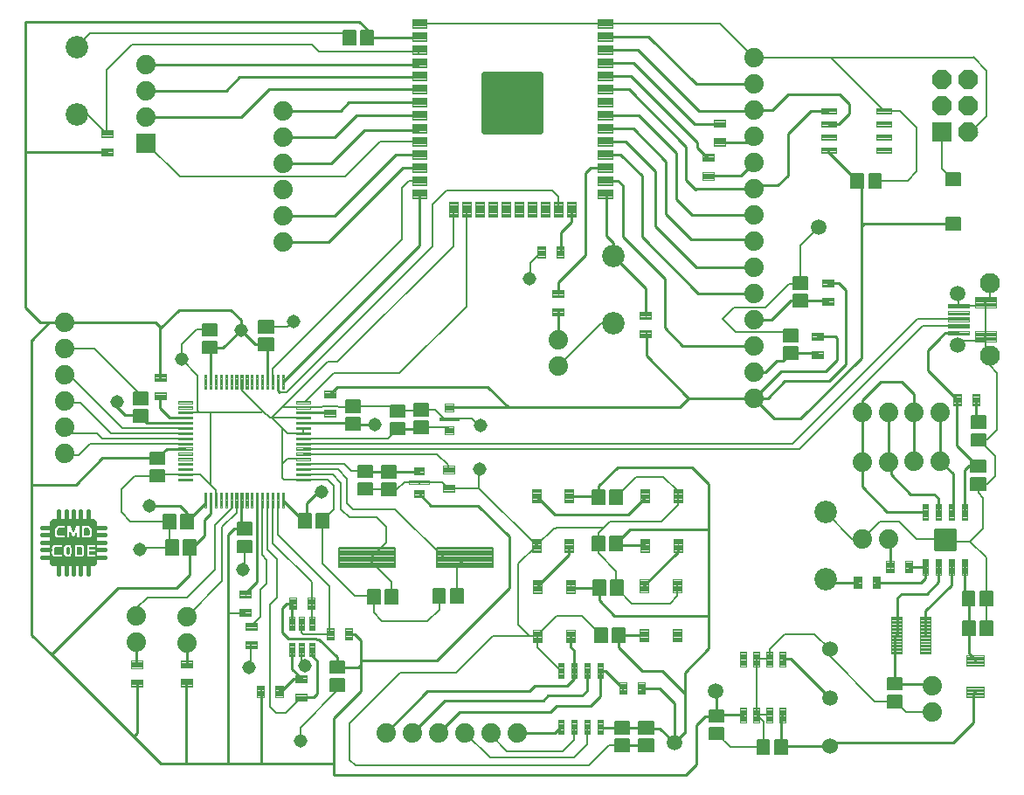
<source format=gtl>
G04 EAGLE Gerber RS-274X export*
G75*
%MOMM*%
%FSLAX34Y34*%
%LPD*%
%INTop Copper*%
%IPPOS*%
%AMOC8*
5,1,8,0,0,1.08239X$1,22.5*%
G01*
%ADD10C,1.879600*%
%ADD11C,0.130000*%
%ADD12C,0.127000*%
%ADD13C,0.104000*%
%ADD14C,0.100000*%
%ADD15C,2.184400*%
%ADD16C,0.210000*%
%ADD17C,0.100894*%
%ADD18C,0.215000*%
%ADD19C,0.102000*%
%ADD20C,0.104500*%
%ADD21R,1.879600X1.879600*%
%ADD22C,0.119378*%
%ADD23C,1.524000*%
%ADD24C,1.508000*%
%ADD25C,0.117000*%
%ADD26C,0.103500*%
%ADD27C,0.110000*%
%ADD28C,1.950000*%
%ADD29C,0.406400*%
%ADD30P,2.034460X8X112.500000*%
%ADD31C,0.099000*%
%ADD32C,0.480000*%
%ADD33C,0.254000*%
%ADD34C,1.308000*%
%ADD35C,0.177800*%
%ADD36C,0.200000*%

G36*
X100552Y264011D02*
X100552Y264011D01*
X100554Y264053D01*
X100532Y264120D01*
X100520Y264190D01*
X100498Y264226D01*
X100485Y264267D01*
X100431Y264339D01*
X100405Y264383D01*
X100389Y264396D01*
X100373Y264417D01*
X97992Y266798D01*
X97957Y266823D01*
X97929Y266854D01*
X97866Y266886D01*
X97808Y266927D01*
X97767Y266937D01*
X97729Y266957D01*
X97640Y266970D01*
X97591Y266983D01*
X97570Y266980D01*
X97544Y266984D01*
X57856Y266984D01*
X57814Y266977D01*
X57772Y266979D01*
X57705Y266957D01*
X57635Y266945D01*
X57599Y266923D01*
X57558Y266910D01*
X57486Y266856D01*
X57442Y266830D01*
X57429Y266814D01*
X57408Y266798D01*
X55027Y264417D01*
X55002Y264382D01*
X54971Y264354D01*
X54939Y264291D01*
X54898Y264233D01*
X54888Y264192D01*
X54868Y264154D01*
X54855Y264065D01*
X54843Y264016D01*
X54845Y263995D01*
X54841Y263969D01*
X54841Y224281D01*
X54848Y224239D01*
X54846Y224197D01*
X54868Y224130D01*
X54880Y224060D01*
X54902Y224024D01*
X54915Y223983D01*
X54969Y223911D01*
X54995Y223867D01*
X55011Y223854D01*
X55027Y223833D01*
X57408Y221452D01*
X57443Y221427D01*
X57471Y221396D01*
X57534Y221364D01*
X57592Y221323D01*
X57633Y221313D01*
X57671Y221293D01*
X57761Y221280D01*
X57809Y221268D01*
X57830Y221270D01*
X57856Y221266D01*
X97544Y221266D01*
X97586Y221273D01*
X97628Y221271D01*
X97695Y221293D01*
X97765Y221305D01*
X97801Y221327D01*
X97842Y221340D01*
X97914Y221394D01*
X97958Y221420D01*
X97971Y221436D01*
X97992Y221452D01*
X100373Y223833D01*
X100398Y223868D01*
X100429Y223896D01*
X100461Y223959D01*
X100502Y224017D01*
X100512Y224058D01*
X100532Y224096D01*
X100545Y224186D01*
X100558Y224234D01*
X100555Y224255D01*
X100559Y224281D01*
X100559Y263969D01*
X100552Y264011D01*
G37*
%LPC*%
G36*
X92133Y260160D02*
X92133Y260160D01*
X93154Y259989D01*
X93976Y259496D01*
X94659Y258813D01*
X95148Y257998D01*
X95322Y256780D01*
X95322Y252115D01*
X95148Y251070D01*
X94641Y250057D01*
X93976Y249391D01*
X93154Y248898D01*
X92133Y248728D01*
X86272Y248728D01*
X86272Y260160D01*
X92133Y260160D01*
G37*
%LPD*%
%LPC*%
G36*
X79128Y230472D02*
X79128Y230472D01*
X79128Y241903D01*
X84990Y241903D01*
X86010Y241733D01*
X86832Y241240D01*
X87497Y240574D01*
X88004Y239561D01*
X88178Y238516D01*
X88178Y233851D01*
X88004Y232634D01*
X87515Y231818D01*
X86832Y231135D01*
X86010Y230642D01*
X84990Y230472D01*
X79128Y230472D01*
G37*
%LPD*%
%LPC*%
G36*
X74879Y260160D02*
X74879Y260160D01*
X77106Y254221D01*
X77162Y254127D01*
X77218Y254031D01*
X77220Y254030D01*
X77221Y254028D01*
X77307Y253959D01*
X77392Y253889D01*
X77394Y253889D01*
X77396Y253887D01*
X77501Y253852D01*
X77604Y253817D01*
X77606Y253817D01*
X77608Y253816D01*
X77720Y253820D01*
X77829Y253823D01*
X77830Y253823D01*
X77833Y253824D01*
X77935Y253866D01*
X78037Y253906D01*
X78038Y253908D01*
X78040Y253908D01*
X78120Y253982D01*
X78203Y254057D01*
X78204Y254059D01*
X78205Y254060D01*
X78212Y254074D01*
X78294Y254221D01*
X80521Y260160D01*
X83416Y260160D01*
X83416Y248728D01*
X81509Y248728D01*
X81509Y254444D01*
X81507Y254455D01*
X81509Y254465D01*
X81497Y254521D01*
X81496Y254563D01*
X81482Y254598D01*
X81470Y254665D01*
X81464Y254674D01*
X81462Y254685D01*
X81420Y254751D01*
X81411Y254771D01*
X81398Y254785D01*
X81355Y254858D01*
X81347Y254865D01*
X81341Y254874D01*
X81264Y254932D01*
X81260Y254937D01*
X81256Y254939D01*
X81181Y254999D01*
X81171Y255003D01*
X81162Y255009D01*
X81065Y255039D01*
X80969Y255071D01*
X80958Y255071D01*
X80947Y255074D01*
X80846Y255067D01*
X80744Y255064D01*
X80734Y255060D01*
X80724Y255060D01*
X80630Y255018D01*
X80537Y254980D01*
X80529Y254973D01*
X80519Y254968D01*
X80469Y254920D01*
X80457Y254913D01*
X80440Y254892D01*
X80371Y254829D01*
X80366Y254819D01*
X80358Y254811D01*
X80330Y254757D01*
X80316Y254739D01*
X80305Y254707D01*
X80273Y254644D01*
X78830Y250316D01*
X76570Y250316D01*
X75127Y254644D01*
X75122Y254654D01*
X75120Y254665D01*
X75083Y254726D01*
X75065Y254771D01*
X75046Y254791D01*
X75019Y254841D01*
X75011Y254848D01*
X75005Y254858D01*
X74929Y254920D01*
X74914Y254937D01*
X74904Y254942D01*
X74850Y254988D01*
X74840Y254992D01*
X74831Y254999D01*
X74735Y255032D01*
X74640Y255068D01*
X74629Y255068D01*
X74619Y255071D01*
X74518Y255068D01*
X74416Y255069D01*
X74405Y255065D01*
X74394Y255064D01*
X74301Y255026D01*
X74205Y254991D01*
X74197Y254984D01*
X74187Y254980D01*
X74117Y254917D01*
X74111Y254913D01*
X74106Y254907D01*
X74034Y254846D01*
X74029Y254836D01*
X74021Y254829D01*
X73984Y254756D01*
X73970Y254739D01*
X73962Y254715D01*
X73925Y254650D01*
X73923Y254639D01*
X73918Y254629D01*
X73907Y254555D01*
X73898Y254526D01*
X73899Y254496D01*
X73891Y254444D01*
X73891Y248728D01*
X71984Y248728D01*
X71984Y260160D01*
X74879Y260160D01*
G37*
%LPD*%
%LPC*%
G36*
X71428Y230472D02*
X71428Y230472D01*
X70834Y230620D01*
X70179Y231112D01*
X69523Y231768D01*
X68809Y233909D01*
X68809Y238466D01*
X69523Y240607D01*
X70179Y241263D01*
X70834Y241755D01*
X71428Y241903D01*
X73653Y241903D01*
X74247Y241755D01*
X74902Y241263D01*
X75558Y240607D01*
X76272Y238466D01*
X76272Y233909D01*
X75558Y231768D01*
X74902Y231112D01*
X74247Y230620D01*
X73653Y230472D01*
X71428Y230472D01*
G37*
%LPD*%
%LPC*%
G36*
X91034Y230472D02*
X91034Y230472D01*
X91034Y241903D01*
X98497Y241903D01*
X98497Y239997D01*
X93575Y239997D01*
X93510Y239985D01*
X93444Y239983D01*
X93401Y239965D01*
X93354Y239957D01*
X93297Y239924D01*
X93237Y239899D01*
X93202Y239867D01*
X93161Y239843D01*
X93120Y239792D01*
X93071Y239747D01*
X93049Y239705D01*
X93020Y239669D01*
X92999Y239607D01*
X92968Y239548D01*
X92960Y239493D01*
X92948Y239456D01*
X92949Y239417D01*
X92941Y239363D01*
X92941Y237775D01*
X92952Y237710D01*
X92954Y237644D01*
X92972Y237601D01*
X92980Y237554D01*
X93014Y237497D01*
X93039Y237437D01*
X93070Y237402D01*
X93095Y237361D01*
X93146Y237320D01*
X93190Y237271D01*
X93232Y237249D01*
X93269Y237220D01*
X93331Y237199D01*
X93390Y237168D01*
X93444Y237160D01*
X93481Y237148D01*
X93521Y237149D01*
X93575Y237141D01*
X98497Y237141D01*
X98497Y235234D01*
X93575Y235234D01*
X93510Y235223D01*
X93444Y235221D01*
X93401Y235203D01*
X93354Y235195D01*
X93297Y235161D01*
X93237Y235136D01*
X93202Y235105D01*
X93161Y235080D01*
X93120Y235029D01*
X93071Y234985D01*
X93049Y234943D01*
X93020Y234906D01*
X92999Y234844D01*
X92968Y234785D01*
X92960Y234731D01*
X92948Y234694D01*
X92949Y234654D01*
X92941Y234600D01*
X92941Y233013D01*
X92952Y232948D01*
X92954Y232882D01*
X92972Y232838D01*
X92980Y232792D01*
X93014Y232735D01*
X93039Y232674D01*
X93070Y232639D01*
X93095Y232598D01*
X93146Y232557D01*
X93190Y232508D01*
X93232Y232487D01*
X93269Y232457D01*
X93331Y232436D01*
X93390Y232406D01*
X93444Y232398D01*
X93481Y232385D01*
X93521Y232386D01*
X93575Y232378D01*
X98497Y232378D01*
X98497Y230472D01*
X91034Y230472D01*
G37*
%LPD*%
%LPC*%
G36*
X60092Y230472D02*
X60092Y230472D01*
X59072Y230642D01*
X58249Y231135D01*
X57566Y231818D01*
X57077Y232634D01*
X56903Y233851D01*
X56903Y238516D01*
X57077Y239561D01*
X57584Y240574D01*
X58249Y241240D01*
X59072Y241733D01*
X60092Y241903D01*
X66747Y241903D01*
X66747Y239997D01*
X60238Y239997D01*
X60196Y239989D01*
X60153Y239991D01*
X60086Y239970D01*
X60017Y239957D01*
X59980Y239936D01*
X59940Y239923D01*
X59867Y239869D01*
X59823Y239843D01*
X59810Y239827D01*
X59789Y239811D01*
X59194Y239216D01*
X59141Y239140D01*
X59084Y239068D01*
X59076Y239046D01*
X59066Y239031D01*
X59053Y238983D01*
X59020Y238892D01*
X58822Y237899D01*
X58821Y237851D01*
X58810Y237775D01*
X58810Y234600D01*
X58818Y234552D01*
X58822Y234476D01*
X59020Y233483D01*
X59054Y233397D01*
X59082Y233310D01*
X59096Y233292D01*
X59102Y233275D01*
X59136Y233237D01*
X59194Y233159D01*
X59789Y232564D01*
X59824Y232540D01*
X59853Y232508D01*
X59915Y232476D01*
X59973Y232436D01*
X60014Y232425D01*
X60052Y232406D01*
X60142Y232393D01*
X60191Y232380D01*
X60211Y232382D01*
X60238Y232378D01*
X66747Y232378D01*
X66747Y230472D01*
X60092Y230472D01*
G37*
%LPD*%
%LPC*%
G36*
X62768Y248728D02*
X62768Y248728D01*
X61407Y249409D01*
X60759Y250057D01*
X60252Y251070D01*
X60078Y252115D01*
X60078Y256780D01*
X60252Y257998D01*
X60741Y258813D01*
X61407Y259479D01*
X62768Y260160D01*
X69128Y260160D01*
X69128Y258253D01*
X63413Y258253D01*
X63371Y258246D01*
X63328Y258247D01*
X63261Y258226D01*
X63192Y258213D01*
X63155Y258192D01*
X63115Y258179D01*
X63042Y258125D01*
X62998Y258099D01*
X62985Y258083D01*
X62964Y258067D01*
X62369Y257472D01*
X62316Y257396D01*
X62259Y257324D01*
X62251Y257303D01*
X62241Y257288D01*
X62228Y257239D01*
X62195Y257148D01*
X61997Y256156D01*
X61996Y256107D01*
X61985Y256031D01*
X61985Y252856D01*
X61993Y252809D01*
X61997Y252732D01*
X62195Y251740D01*
X62229Y251654D01*
X62257Y251566D01*
X62271Y251548D01*
X62277Y251531D01*
X62311Y251493D01*
X62369Y251416D01*
X62964Y250820D01*
X62999Y250796D01*
X63028Y250765D01*
X63090Y250732D01*
X63148Y250692D01*
X63189Y250682D01*
X63227Y250662D01*
X63317Y250649D01*
X63366Y250636D01*
X63386Y250638D01*
X63413Y250635D01*
X69128Y250635D01*
X69128Y248728D01*
X62768Y248728D01*
G37*
%LPD*%
G36*
X92029Y250642D02*
X92029Y250642D01*
X92072Y250640D01*
X92139Y250662D01*
X92208Y250674D01*
X92245Y250696D01*
X92285Y250709D01*
X92358Y250763D01*
X92402Y250788D01*
X92415Y250805D01*
X92436Y250820D01*
X93031Y251416D01*
X93084Y251491D01*
X93141Y251563D01*
X93149Y251585D01*
X93159Y251600D01*
X93172Y251649D01*
X93205Y251740D01*
X93403Y252732D01*
X93404Y252780D01*
X93416Y252856D01*
X93416Y256031D01*
X93407Y256079D01*
X93403Y256156D01*
X93205Y257148D01*
X93171Y257234D01*
X93143Y257321D01*
X93129Y257340D01*
X93123Y257357D01*
X93089Y257394D01*
X93031Y257472D01*
X92436Y258067D01*
X92403Y258090D01*
X92380Y258115D01*
X92379Y258116D01*
X92372Y258123D01*
X92310Y258155D01*
X92252Y258195D01*
X92211Y258206D01*
X92173Y258225D01*
X92083Y258239D01*
X92035Y258251D01*
X92014Y258249D01*
X91988Y258253D01*
X88813Y258253D01*
X88748Y258241D01*
X88682Y258239D01*
X88638Y258222D01*
X88592Y258213D01*
X88535Y258180D01*
X88474Y258155D01*
X88439Y258123D01*
X88398Y258099D01*
X88357Y258048D01*
X88308Y258004D01*
X88287Y257962D01*
X88257Y257925D01*
X88236Y257863D01*
X88206Y257804D01*
X88198Y257750D01*
X88185Y257712D01*
X88185Y257706D01*
X88185Y257705D01*
X88186Y257672D01*
X88178Y257619D01*
X88178Y251269D01*
X88190Y251204D01*
X88192Y251138D01*
X88210Y251095D01*
X88218Y251048D01*
X88251Y250991D01*
X88276Y250930D01*
X88308Y250895D01*
X88332Y250855D01*
X88383Y250813D01*
X88428Y250765D01*
X88470Y250743D01*
X88506Y250713D01*
X88569Y250692D01*
X88627Y250662D01*
X88682Y250654D01*
X88719Y250641D01*
X88758Y250643D01*
X88813Y250635D01*
X91988Y250635D01*
X92029Y250642D01*
G37*
G36*
X84886Y232386D02*
X84886Y232386D01*
X84928Y232384D01*
X84995Y232405D01*
X85065Y232418D01*
X85101Y232440D01*
X85142Y232453D01*
X85214Y232506D01*
X85258Y232532D01*
X85271Y232548D01*
X85292Y232564D01*
X85888Y233159D01*
X85940Y233235D01*
X85997Y233307D01*
X86005Y233329D01*
X86016Y233344D01*
X86028Y233392D01*
X86061Y233483D01*
X86259Y234476D01*
X86260Y234524D01*
X86272Y234600D01*
X86272Y237775D01*
X86263Y237823D01*
X86259Y237899D01*
X86061Y238892D01*
X86027Y238977D01*
X85999Y239065D01*
X85985Y239083D01*
X85979Y239100D01*
X85945Y239138D01*
X85888Y239216D01*
X85292Y239811D01*
X85259Y239834D01*
X85236Y239859D01*
X85235Y239860D01*
X85229Y239867D01*
X85166Y239899D01*
X85108Y239939D01*
X85067Y239950D01*
X85029Y239969D01*
X84940Y239982D01*
X84891Y239995D01*
X84870Y239993D01*
X84844Y239997D01*
X81669Y239997D01*
X81604Y239985D01*
X81538Y239983D01*
X81495Y239965D01*
X81448Y239957D01*
X81391Y239924D01*
X81330Y239899D01*
X81295Y239867D01*
X81255Y239843D01*
X81213Y239792D01*
X81165Y239747D01*
X81143Y239705D01*
X81113Y239669D01*
X81092Y239607D01*
X81062Y239548D01*
X81054Y239493D01*
X81041Y239456D01*
X81042Y239449D01*
X81041Y239449D01*
X81042Y239416D01*
X81035Y239363D01*
X81035Y233013D01*
X81046Y232948D01*
X81048Y232882D01*
X81066Y232838D01*
X81074Y232792D01*
X81108Y232735D01*
X81132Y232674D01*
X81164Y232639D01*
X81188Y232598D01*
X81239Y232557D01*
X81284Y232508D01*
X81326Y232487D01*
X81363Y232457D01*
X81425Y232436D01*
X81483Y232406D01*
X81538Y232398D01*
X81575Y232385D01*
X81614Y232386D01*
X81669Y232378D01*
X84844Y232378D01*
X84886Y232386D01*
G37*
G36*
X72969Y232384D02*
X72969Y232384D01*
X73000Y232381D01*
X73078Y232404D01*
X73158Y232418D01*
X73186Y232434D01*
X73216Y232443D01*
X73282Y232491D01*
X73352Y232532D01*
X73372Y232557D01*
X73397Y232575D01*
X73463Y232670D01*
X73493Y232706D01*
X73497Y232717D01*
X73505Y232729D01*
X74299Y234316D01*
X74314Y234367D01*
X74338Y234415D01*
X74349Y234487D01*
X74362Y234532D01*
X74360Y234561D01*
X74366Y234600D01*
X74366Y237775D01*
X74356Y237827D01*
X74357Y237880D01*
X74334Y237950D01*
X74326Y237996D01*
X74311Y238022D01*
X74299Y238059D01*
X73505Y239646D01*
X73487Y239670D01*
X73478Y239693D01*
X73476Y239695D01*
X73474Y239701D01*
X73419Y239761D01*
X73371Y239826D01*
X73344Y239843D01*
X73322Y239867D01*
X73250Y239904D01*
X73182Y239948D01*
X73151Y239955D01*
X73123Y239969D01*
X73009Y239986D01*
X72963Y239996D01*
X72952Y239995D01*
X72938Y239997D01*
X72144Y239997D01*
X72113Y239991D01*
X72081Y239994D01*
X72003Y239971D01*
X71923Y239957D01*
X71896Y239941D01*
X71865Y239932D01*
X71800Y239884D01*
X71730Y239843D01*
X71710Y239818D01*
X71684Y239800D01*
X71618Y239705D01*
X71588Y239669D01*
X71587Y239664D01*
X71585Y239661D01*
X71582Y239654D01*
X71576Y239646D01*
X70783Y238059D01*
X70768Y238008D01*
X70743Y237960D01*
X70733Y237889D01*
X70719Y237843D01*
X70722Y237814D01*
X70716Y237775D01*
X70716Y234600D01*
X70725Y234548D01*
X70725Y234495D01*
X70747Y234425D01*
X70755Y234379D01*
X70771Y234353D01*
X70783Y234316D01*
X71576Y232729D01*
X71595Y232703D01*
X71607Y232674D01*
X71662Y232614D01*
X71711Y232549D01*
X71737Y232532D01*
X71759Y232508D01*
X71831Y232471D01*
X71899Y232427D01*
X71930Y232420D01*
X71958Y232406D01*
X72072Y232389D01*
X72118Y232379D01*
X72130Y232380D01*
X72144Y232378D01*
X72938Y232378D01*
X72969Y232384D01*
G37*
D10*
X380700Y59900D03*
X406100Y59900D03*
X431500Y59900D03*
X456900Y59900D03*
X482300Y59900D03*
X507700Y59900D03*
D11*
X368350Y740550D02*
X356650Y740550D01*
X368350Y740550D02*
X368350Y726850D01*
X356650Y726850D01*
X356650Y740550D01*
X356650Y728085D02*
X368350Y728085D01*
X368350Y729320D02*
X356650Y729320D01*
X356650Y730555D02*
X368350Y730555D01*
X368350Y731790D02*
X356650Y731790D01*
X356650Y733025D02*
X368350Y733025D01*
X368350Y734260D02*
X356650Y734260D01*
X356650Y735495D02*
X368350Y735495D01*
X368350Y736730D02*
X356650Y736730D01*
X356650Y737965D02*
X368350Y737965D01*
X368350Y739200D02*
X356650Y739200D01*
X356650Y740435D02*
X368350Y740435D01*
X351350Y740550D02*
X339650Y740550D01*
X351350Y740550D02*
X351350Y726850D01*
X339650Y726850D01*
X339650Y740550D01*
X339650Y728085D02*
X351350Y728085D01*
X351350Y729320D02*
X339650Y729320D01*
X339650Y730555D02*
X351350Y730555D01*
X351350Y731790D02*
X339650Y731790D01*
X339650Y733025D02*
X351350Y733025D01*
X351350Y734260D02*
X339650Y734260D01*
X339650Y735495D02*
X351350Y735495D01*
X351350Y736730D02*
X339650Y736730D01*
X339650Y737965D02*
X351350Y737965D01*
X351350Y739200D02*
X339650Y739200D01*
X339650Y740435D02*
X351350Y740435D01*
X307850Y258250D02*
X296150Y258250D01*
X296150Y271950D01*
X307850Y271950D01*
X307850Y258250D01*
X307850Y259485D02*
X296150Y259485D01*
X296150Y260720D02*
X307850Y260720D01*
X307850Y261955D02*
X296150Y261955D01*
X296150Y263190D02*
X307850Y263190D01*
X307850Y264425D02*
X296150Y264425D01*
X296150Y265660D02*
X307850Y265660D01*
X307850Y266895D02*
X296150Y266895D01*
X296150Y268130D02*
X307850Y268130D01*
X307850Y269365D02*
X296150Y269365D01*
X296150Y270600D02*
X307850Y270600D01*
X307850Y271835D02*
X296150Y271835D01*
X313150Y258250D02*
X324850Y258250D01*
X313150Y258250D02*
X313150Y271950D01*
X324850Y271950D01*
X324850Y258250D01*
X324850Y259485D02*
X313150Y259485D01*
X313150Y260720D02*
X324850Y260720D01*
X324850Y261955D02*
X313150Y261955D01*
X313150Y263190D02*
X324850Y263190D01*
X324850Y264425D02*
X313150Y264425D01*
X313150Y265660D02*
X324850Y265660D01*
X324850Y266895D02*
X313150Y266895D01*
X313150Y268130D02*
X324850Y268130D01*
X324850Y269365D02*
X313150Y269365D01*
X313150Y270600D02*
X324850Y270600D01*
X324850Y271835D02*
X313150Y271835D01*
X236750Y263150D02*
X236750Y251450D01*
X236750Y263150D02*
X250450Y263150D01*
X250450Y251450D01*
X236750Y251450D01*
X236750Y252685D02*
X250450Y252685D01*
X250450Y253920D02*
X236750Y253920D01*
X236750Y255155D02*
X250450Y255155D01*
X250450Y256390D02*
X236750Y256390D01*
X236750Y257625D02*
X250450Y257625D01*
X250450Y258860D02*
X236750Y258860D01*
X236750Y260095D02*
X250450Y260095D01*
X250450Y261330D02*
X236750Y261330D01*
X236750Y262565D02*
X250450Y262565D01*
X236750Y246150D02*
X236750Y234450D01*
X236750Y246150D02*
X250450Y246150D01*
X250450Y234450D01*
X236750Y234450D01*
X236750Y235685D02*
X250450Y235685D01*
X250450Y236920D02*
X236750Y236920D01*
X236750Y238155D02*
X250450Y238155D01*
X250450Y239390D02*
X236750Y239390D01*
X236750Y240625D02*
X250450Y240625D01*
X250450Y241860D02*
X236750Y241860D01*
X236750Y243095D02*
X250450Y243095D01*
X250450Y244330D02*
X236750Y244330D01*
X236750Y245565D02*
X250450Y245565D01*
X355750Y353550D02*
X355750Y365250D01*
X355750Y353550D02*
X342050Y353550D01*
X342050Y365250D01*
X355750Y365250D01*
X355750Y354785D02*
X342050Y354785D01*
X342050Y356020D02*
X355750Y356020D01*
X355750Y357255D02*
X342050Y357255D01*
X342050Y358490D02*
X355750Y358490D01*
X355750Y359725D02*
X342050Y359725D01*
X342050Y360960D02*
X355750Y360960D01*
X355750Y362195D02*
X342050Y362195D01*
X342050Y363430D02*
X355750Y363430D01*
X355750Y364665D02*
X342050Y364665D01*
X355750Y370550D02*
X355750Y382250D01*
X355750Y370550D02*
X342050Y370550D01*
X342050Y382250D01*
X355750Y382250D01*
X355750Y371785D02*
X342050Y371785D01*
X342050Y373020D02*
X355750Y373020D01*
X355750Y374255D02*
X342050Y374255D01*
X342050Y375490D02*
X355750Y375490D01*
X355750Y376725D02*
X342050Y376725D01*
X342050Y377960D02*
X355750Y377960D01*
X355750Y379195D02*
X342050Y379195D01*
X342050Y380430D02*
X355750Y380430D01*
X355750Y381665D02*
X342050Y381665D01*
X961250Y306950D02*
X961250Y295250D01*
X947550Y295250D01*
X947550Y306950D01*
X961250Y306950D01*
X961250Y296485D02*
X947550Y296485D01*
X947550Y297720D02*
X961250Y297720D01*
X961250Y298955D02*
X947550Y298955D01*
X947550Y300190D02*
X961250Y300190D01*
X961250Y301425D02*
X947550Y301425D01*
X947550Y302660D02*
X961250Y302660D01*
X961250Y303895D02*
X947550Y303895D01*
X947550Y305130D02*
X961250Y305130D01*
X961250Y306365D02*
X947550Y306365D01*
X961250Y312250D02*
X961250Y323950D01*
X961250Y312250D02*
X947550Y312250D01*
X947550Y323950D01*
X961250Y323950D01*
X961250Y313485D02*
X947550Y313485D01*
X947550Y314720D02*
X961250Y314720D01*
X961250Y315955D02*
X947550Y315955D01*
X947550Y317190D02*
X961250Y317190D01*
X961250Y318425D02*
X947550Y318425D01*
X947550Y319660D02*
X961250Y319660D01*
X961250Y320895D02*
X947550Y320895D01*
X947550Y322130D02*
X961250Y322130D01*
X961250Y323365D02*
X947550Y323365D01*
X216750Y427450D02*
X216750Y439150D01*
X216750Y427450D02*
X203050Y427450D01*
X203050Y439150D01*
X216750Y439150D01*
X216750Y428685D02*
X203050Y428685D01*
X203050Y429920D02*
X216750Y429920D01*
X216750Y431155D02*
X203050Y431155D01*
X203050Y432390D02*
X216750Y432390D01*
X216750Y433625D02*
X203050Y433625D01*
X203050Y434860D02*
X216750Y434860D01*
X216750Y436095D02*
X203050Y436095D01*
X203050Y437330D02*
X216750Y437330D01*
X216750Y438565D02*
X203050Y438565D01*
X216750Y444450D02*
X216750Y456150D01*
X216750Y444450D02*
X203050Y444450D01*
X203050Y456150D01*
X216750Y456150D01*
X216750Y445685D02*
X203050Y445685D01*
X203050Y446920D02*
X216750Y446920D01*
X216750Y448155D02*
X203050Y448155D01*
X203050Y449390D02*
X216750Y449390D01*
X216750Y450625D02*
X203050Y450625D01*
X203050Y451860D02*
X216750Y451860D01*
X216750Y453095D02*
X203050Y453095D01*
X203050Y454330D02*
X216750Y454330D01*
X216750Y455565D02*
X203050Y455565D01*
X271250Y441850D02*
X271250Y430150D01*
X257550Y430150D01*
X257550Y441850D01*
X271250Y441850D01*
X271250Y431385D02*
X257550Y431385D01*
X257550Y432620D02*
X271250Y432620D01*
X271250Y433855D02*
X257550Y433855D01*
X257550Y435090D02*
X271250Y435090D01*
X271250Y436325D02*
X257550Y436325D01*
X257550Y437560D02*
X271250Y437560D01*
X271250Y438795D02*
X257550Y438795D01*
X257550Y440030D02*
X271250Y440030D01*
X271250Y441265D02*
X257550Y441265D01*
X271250Y447150D02*
X271250Y458850D01*
X271250Y447150D02*
X257550Y447150D01*
X257550Y458850D01*
X271250Y458850D01*
X271250Y448385D02*
X257550Y448385D01*
X257550Y449620D02*
X271250Y449620D01*
X271250Y450855D02*
X257550Y450855D01*
X257550Y452090D02*
X271250Y452090D01*
X271250Y453325D02*
X257550Y453325D01*
X257550Y454560D02*
X271250Y454560D01*
X271250Y455795D02*
X257550Y455795D01*
X257550Y457030D02*
X271250Y457030D01*
X271250Y458265D02*
X257550Y458265D01*
X152250Y331650D02*
X152250Y319950D01*
X152250Y331650D02*
X165950Y331650D01*
X165950Y319950D01*
X152250Y319950D01*
X152250Y321185D02*
X165950Y321185D01*
X165950Y322420D02*
X152250Y322420D01*
X152250Y323655D02*
X165950Y323655D01*
X165950Y324890D02*
X152250Y324890D01*
X152250Y326125D02*
X165950Y326125D01*
X165950Y327360D02*
X152250Y327360D01*
X152250Y328595D02*
X165950Y328595D01*
X165950Y329830D02*
X152250Y329830D01*
X152250Y331065D02*
X165950Y331065D01*
X152250Y314650D02*
X152250Y302950D01*
X152250Y314650D02*
X165950Y314650D01*
X165950Y302950D01*
X152250Y302950D01*
X152250Y304185D02*
X165950Y304185D01*
X165950Y305420D02*
X152250Y305420D01*
X152250Y306655D02*
X165950Y306655D01*
X165950Y307890D02*
X152250Y307890D01*
X152250Y309125D02*
X165950Y309125D01*
X165950Y310360D02*
X152250Y310360D01*
X152250Y311595D02*
X165950Y311595D01*
X165950Y312830D02*
X152250Y312830D01*
X152250Y314065D02*
X165950Y314065D01*
X149450Y360750D02*
X149450Y372450D01*
X149450Y360750D02*
X135750Y360750D01*
X135750Y372450D01*
X149450Y372450D01*
X149450Y361985D02*
X135750Y361985D01*
X135750Y363220D02*
X149450Y363220D01*
X149450Y364455D02*
X135750Y364455D01*
X135750Y365690D02*
X149450Y365690D01*
X149450Y366925D02*
X135750Y366925D01*
X135750Y368160D02*
X149450Y368160D01*
X149450Y369395D02*
X135750Y369395D01*
X135750Y370630D02*
X149450Y370630D01*
X149450Y371865D02*
X135750Y371865D01*
X149450Y377750D02*
X149450Y389450D01*
X149450Y377750D02*
X135750Y377750D01*
X135750Y389450D01*
X149450Y389450D01*
X149450Y378985D02*
X135750Y378985D01*
X135750Y380220D02*
X149450Y380220D01*
X149450Y381455D02*
X135750Y381455D01*
X135750Y382690D02*
X149450Y382690D01*
X149450Y383925D02*
X135750Y383925D01*
X135750Y385160D02*
X149450Y385160D01*
X149450Y386395D02*
X135750Y386395D01*
X135750Y387630D02*
X149450Y387630D01*
X149450Y388865D02*
X135750Y388865D01*
X421450Y361650D02*
X421450Y349950D01*
X407750Y349950D01*
X407750Y361650D01*
X421450Y361650D01*
X421450Y351185D02*
X407750Y351185D01*
X407750Y352420D02*
X421450Y352420D01*
X421450Y353655D02*
X407750Y353655D01*
X407750Y354890D02*
X421450Y354890D01*
X421450Y356125D02*
X407750Y356125D01*
X407750Y357360D02*
X421450Y357360D01*
X421450Y358595D02*
X407750Y358595D01*
X407750Y359830D02*
X421450Y359830D01*
X421450Y361065D02*
X407750Y361065D01*
X421450Y366950D02*
X421450Y378650D01*
X421450Y366950D02*
X407750Y366950D01*
X407750Y378650D01*
X421450Y378650D01*
X421450Y368185D02*
X407750Y368185D01*
X407750Y369420D02*
X421450Y369420D01*
X421450Y370655D02*
X407750Y370655D01*
X407750Y371890D02*
X421450Y371890D01*
X421450Y373125D02*
X407750Y373125D01*
X407750Y374360D02*
X421450Y374360D01*
X421450Y375595D02*
X407750Y375595D01*
X407750Y376830D02*
X421450Y376830D01*
X421450Y378065D02*
X407750Y378065D01*
X398950Y360350D02*
X398950Y348650D01*
X385250Y348650D01*
X385250Y360350D01*
X398950Y360350D01*
X398950Y349885D02*
X385250Y349885D01*
X385250Y351120D02*
X398950Y351120D01*
X398950Y352355D02*
X385250Y352355D01*
X385250Y353590D02*
X398950Y353590D01*
X398950Y354825D02*
X385250Y354825D01*
X385250Y356060D02*
X398950Y356060D01*
X398950Y357295D02*
X385250Y357295D01*
X385250Y358530D02*
X398950Y358530D01*
X398950Y359765D02*
X385250Y359765D01*
X398950Y365650D02*
X398950Y377350D01*
X398950Y365650D02*
X385250Y365650D01*
X385250Y377350D01*
X398950Y377350D01*
X398950Y366885D02*
X385250Y366885D01*
X385250Y368120D02*
X398950Y368120D01*
X398950Y369355D02*
X385250Y369355D01*
X385250Y370590D02*
X398950Y370590D01*
X398950Y371825D02*
X385250Y371825D01*
X385250Y373060D02*
X398950Y373060D01*
X398950Y374295D02*
X385250Y374295D01*
X385250Y375530D02*
X398950Y375530D01*
X398950Y376765D02*
X385250Y376765D01*
X779550Y421850D02*
X779550Y433550D01*
X779550Y421850D02*
X765850Y421850D01*
X765850Y433550D01*
X779550Y433550D01*
X779550Y423085D02*
X765850Y423085D01*
X765850Y424320D02*
X779550Y424320D01*
X779550Y425555D02*
X765850Y425555D01*
X765850Y426790D02*
X779550Y426790D01*
X779550Y428025D02*
X765850Y428025D01*
X765850Y429260D02*
X779550Y429260D01*
X779550Y430495D02*
X765850Y430495D01*
X765850Y431730D02*
X779550Y431730D01*
X779550Y432965D02*
X765850Y432965D01*
X779550Y438850D02*
X779550Y450550D01*
X779550Y438850D02*
X765850Y438850D01*
X765850Y450550D01*
X779550Y450550D01*
X779550Y440085D02*
X765850Y440085D01*
X765850Y441320D02*
X779550Y441320D01*
X779550Y442555D02*
X765850Y442555D01*
X765850Y443790D02*
X779550Y443790D01*
X779550Y445025D02*
X765850Y445025D01*
X765850Y446260D02*
X779550Y446260D01*
X779550Y447495D02*
X765850Y447495D01*
X765850Y448730D02*
X779550Y448730D01*
X779550Y449965D02*
X765850Y449965D01*
X376550Y318650D02*
X376550Y306950D01*
X376550Y318650D02*
X390250Y318650D01*
X390250Y306950D01*
X376550Y306950D01*
X376550Y308185D02*
X390250Y308185D01*
X390250Y309420D02*
X376550Y309420D01*
X376550Y310655D02*
X390250Y310655D01*
X390250Y311890D02*
X376550Y311890D01*
X376550Y313125D02*
X390250Y313125D01*
X390250Y314360D02*
X376550Y314360D01*
X376550Y315595D02*
X390250Y315595D01*
X390250Y316830D02*
X376550Y316830D01*
X376550Y318065D02*
X390250Y318065D01*
X376550Y301650D02*
X376550Y289950D01*
X376550Y301650D02*
X390250Y301650D01*
X390250Y289950D01*
X376550Y289950D01*
X376550Y291185D02*
X390250Y291185D01*
X390250Y292420D02*
X376550Y292420D01*
X376550Y293655D02*
X390250Y293655D01*
X390250Y294890D02*
X376550Y294890D01*
X376550Y296125D02*
X390250Y296125D01*
X390250Y297360D02*
X376550Y297360D01*
X376550Y298595D02*
X390250Y298595D01*
X390250Y299830D02*
X376550Y299830D01*
X376550Y301065D02*
X390250Y301065D01*
X353550Y307250D02*
X353550Y318950D01*
X367250Y318950D01*
X367250Y307250D01*
X353550Y307250D01*
X353550Y308485D02*
X367250Y308485D01*
X367250Y309720D02*
X353550Y309720D01*
X353550Y310955D02*
X367250Y310955D01*
X367250Y312190D02*
X353550Y312190D01*
X353550Y313425D02*
X367250Y313425D01*
X367250Y314660D02*
X353550Y314660D01*
X353550Y315895D02*
X367250Y315895D01*
X367250Y317130D02*
X353550Y317130D01*
X353550Y318365D02*
X367250Y318365D01*
X353550Y301950D02*
X353550Y290250D01*
X353550Y301950D02*
X367250Y301950D01*
X367250Y290250D01*
X353550Y290250D01*
X353550Y291485D02*
X367250Y291485D01*
X367250Y292720D02*
X353550Y292720D01*
X353550Y293955D02*
X367250Y293955D01*
X367250Y295190D02*
X353550Y295190D01*
X353550Y296425D02*
X367250Y296425D01*
X367250Y297660D02*
X353550Y297660D01*
X353550Y298895D02*
X367250Y298895D01*
X367250Y300130D02*
X353550Y300130D01*
X353550Y301365D02*
X367250Y301365D01*
X961950Y337750D02*
X961950Y349450D01*
X961950Y337750D02*
X948250Y337750D01*
X948250Y349450D01*
X961950Y349450D01*
X961950Y338985D02*
X948250Y338985D01*
X948250Y340220D02*
X961950Y340220D01*
X961950Y341455D02*
X948250Y341455D01*
X948250Y342690D02*
X961950Y342690D01*
X961950Y343925D02*
X948250Y343925D01*
X948250Y345160D02*
X961950Y345160D01*
X961950Y346395D02*
X948250Y346395D01*
X948250Y347630D02*
X961950Y347630D01*
X961950Y348865D02*
X948250Y348865D01*
X961950Y354750D02*
X961950Y366450D01*
X961950Y354750D02*
X948250Y354750D01*
X948250Y366450D01*
X961950Y366450D01*
X961950Y355985D02*
X948250Y355985D01*
X948250Y357220D02*
X961950Y357220D01*
X961950Y358455D02*
X948250Y358455D01*
X948250Y359690D02*
X961950Y359690D01*
X961950Y360925D02*
X948250Y360925D01*
X948250Y362160D02*
X961950Y362160D01*
X961950Y363395D02*
X948250Y363395D01*
X948250Y364630D02*
X961950Y364630D01*
X961950Y365865D02*
X948250Y365865D01*
X956350Y196450D02*
X968050Y196450D01*
X968050Y182750D01*
X956350Y182750D01*
X956350Y196450D01*
X956350Y183985D02*
X968050Y183985D01*
X968050Y185220D02*
X956350Y185220D01*
X956350Y186455D02*
X968050Y186455D01*
X968050Y187690D02*
X956350Y187690D01*
X956350Y188925D02*
X968050Y188925D01*
X968050Y190160D02*
X956350Y190160D01*
X956350Y191395D02*
X968050Y191395D01*
X968050Y192630D02*
X956350Y192630D01*
X956350Y193865D02*
X968050Y193865D01*
X968050Y195100D02*
X956350Y195100D01*
X956350Y196335D02*
X968050Y196335D01*
X951050Y196450D02*
X939350Y196450D01*
X951050Y196450D02*
X951050Y182750D01*
X939350Y182750D01*
X939350Y196450D01*
X939350Y183985D02*
X951050Y183985D01*
X951050Y185220D02*
X939350Y185220D01*
X939350Y186455D02*
X951050Y186455D01*
X951050Y187690D02*
X939350Y187690D01*
X939350Y188925D02*
X951050Y188925D01*
X951050Y190160D02*
X939350Y190160D01*
X939350Y191395D02*
X951050Y191395D01*
X951050Y192630D02*
X939350Y192630D01*
X939350Y193865D02*
X951050Y193865D01*
X951050Y195100D02*
X939350Y195100D01*
X939350Y196335D02*
X951050Y196335D01*
X956650Y167950D02*
X968350Y167950D01*
X968350Y154250D01*
X956650Y154250D01*
X956650Y167950D01*
X956650Y155485D02*
X968350Y155485D01*
X968350Y156720D02*
X956650Y156720D01*
X956650Y157955D02*
X968350Y157955D01*
X968350Y159190D02*
X956650Y159190D01*
X956650Y160425D02*
X968350Y160425D01*
X968350Y161660D02*
X956650Y161660D01*
X956650Y162895D02*
X968350Y162895D01*
X968350Y164130D02*
X956650Y164130D01*
X956650Y165365D02*
X968350Y165365D01*
X968350Y166600D02*
X956650Y166600D01*
X956650Y167835D02*
X968350Y167835D01*
X951350Y167950D02*
X939650Y167950D01*
X951350Y167950D02*
X951350Y154250D01*
X939650Y154250D01*
X939650Y167950D01*
X939650Y155485D02*
X951350Y155485D01*
X951350Y156720D02*
X939650Y156720D01*
X939650Y157955D02*
X951350Y157955D01*
X951350Y159190D02*
X939650Y159190D01*
X939650Y160425D02*
X951350Y160425D01*
X951350Y161660D02*
X939650Y161660D01*
X939650Y162895D02*
X951350Y162895D01*
X951350Y164130D02*
X939650Y164130D01*
X939650Y165365D02*
X951350Y165365D01*
X951350Y166600D02*
X939650Y166600D01*
X939650Y167835D02*
X951350Y167835D01*
X867050Y113150D02*
X867050Y101450D01*
X867050Y113150D02*
X880750Y113150D01*
X880750Y101450D01*
X867050Y101450D01*
X867050Y102685D02*
X880750Y102685D01*
X880750Y103920D02*
X867050Y103920D01*
X867050Y105155D02*
X880750Y105155D01*
X880750Y106390D02*
X867050Y106390D01*
X867050Y107625D02*
X880750Y107625D01*
X880750Y108860D02*
X867050Y108860D01*
X867050Y110095D02*
X880750Y110095D01*
X880750Y111330D02*
X867050Y111330D01*
X867050Y112565D02*
X880750Y112565D01*
X867050Y96150D02*
X867050Y84450D01*
X867050Y96150D02*
X880750Y96150D01*
X880750Y84450D01*
X867050Y84450D01*
X867050Y85685D02*
X880750Y85685D01*
X880750Y86920D02*
X867050Y86920D01*
X867050Y88155D02*
X880750Y88155D01*
X880750Y89390D02*
X867050Y89390D01*
X867050Y90625D02*
X880750Y90625D01*
X880750Y91860D02*
X867050Y91860D01*
X867050Y93095D02*
X880750Y93095D01*
X880750Y94330D02*
X867050Y94330D01*
X867050Y95565D02*
X880750Y95565D01*
X611950Y160950D02*
X600250Y160950D01*
X611950Y160950D02*
X611950Y147250D01*
X600250Y147250D01*
X600250Y160950D01*
X600250Y148485D02*
X611950Y148485D01*
X611950Y149720D02*
X600250Y149720D01*
X600250Y150955D02*
X611950Y150955D01*
X611950Y152190D02*
X600250Y152190D01*
X600250Y153425D02*
X611950Y153425D01*
X611950Y154660D02*
X600250Y154660D01*
X600250Y155895D02*
X611950Y155895D01*
X611950Y157130D02*
X600250Y157130D01*
X600250Y158365D02*
X611950Y158365D01*
X611950Y159600D02*
X600250Y159600D01*
X600250Y160835D02*
X611950Y160835D01*
X594950Y160950D02*
X583250Y160950D01*
X594950Y160950D02*
X594950Y147250D01*
X583250Y147250D01*
X583250Y160950D01*
X583250Y148485D02*
X594950Y148485D01*
X594950Y149720D02*
X583250Y149720D01*
X583250Y150955D02*
X594950Y150955D01*
X594950Y152190D02*
X583250Y152190D01*
X583250Y153425D02*
X594950Y153425D01*
X594950Y154660D02*
X583250Y154660D01*
X583250Y155895D02*
X594950Y155895D01*
X594950Y157130D02*
X583250Y157130D01*
X583250Y158365D02*
X594950Y158365D01*
X594950Y159600D02*
X583250Y159600D01*
X583250Y160835D02*
X594950Y160835D01*
X592950Y193550D02*
X581250Y193550D01*
X581250Y207250D01*
X592950Y207250D01*
X592950Y193550D01*
X592950Y194785D02*
X581250Y194785D01*
X581250Y196020D02*
X592950Y196020D01*
X592950Y197255D02*
X581250Y197255D01*
X581250Y198490D02*
X592950Y198490D01*
X592950Y199725D02*
X581250Y199725D01*
X581250Y200960D02*
X592950Y200960D01*
X592950Y202195D02*
X581250Y202195D01*
X581250Y203430D02*
X592950Y203430D01*
X592950Y204665D02*
X581250Y204665D01*
X581250Y205900D02*
X592950Y205900D01*
X592950Y207135D02*
X581250Y207135D01*
X598250Y193550D02*
X609950Y193550D01*
X598250Y193550D02*
X598250Y207250D01*
X609950Y207250D01*
X609950Y193550D01*
X609950Y194785D02*
X598250Y194785D01*
X598250Y196020D02*
X609950Y196020D01*
X609950Y197255D02*
X598250Y197255D01*
X598250Y198490D02*
X609950Y198490D01*
X609950Y199725D02*
X598250Y199725D01*
X598250Y200960D02*
X609950Y200960D01*
X609950Y202195D02*
X598250Y202195D01*
X598250Y203430D02*
X609950Y203430D01*
X609950Y204665D02*
X598250Y204665D01*
X598250Y205900D02*
X609950Y205900D01*
X609950Y207135D02*
X598250Y207135D01*
X592650Y281550D02*
X580950Y281550D01*
X580950Y295250D01*
X592650Y295250D01*
X592650Y281550D01*
X592650Y282785D02*
X580950Y282785D01*
X580950Y284020D02*
X592650Y284020D01*
X592650Y285255D02*
X580950Y285255D01*
X580950Y286490D02*
X592650Y286490D01*
X592650Y287725D02*
X580950Y287725D01*
X580950Y288960D02*
X592650Y288960D01*
X592650Y290195D02*
X580950Y290195D01*
X580950Y291430D02*
X592650Y291430D01*
X592650Y292665D02*
X580950Y292665D01*
X580950Y293900D02*
X592650Y293900D01*
X592650Y295135D02*
X580950Y295135D01*
X597950Y281550D02*
X609650Y281550D01*
X597950Y281550D02*
X597950Y295250D01*
X609650Y295250D01*
X609650Y281550D01*
X609650Y282785D02*
X597950Y282785D01*
X597950Y284020D02*
X609650Y284020D01*
X609650Y285255D02*
X597950Y285255D01*
X597950Y286490D02*
X609650Y286490D01*
X609650Y287725D02*
X597950Y287725D01*
X597950Y288960D02*
X609650Y288960D01*
X609650Y290195D02*
X597950Y290195D01*
X597950Y291430D02*
X609650Y291430D01*
X609650Y292665D02*
X597950Y292665D01*
X597950Y293900D02*
X609650Y293900D01*
X609650Y295135D02*
X597950Y295135D01*
X597650Y249950D02*
X609350Y249950D01*
X609350Y236250D01*
X597650Y236250D01*
X597650Y249950D01*
X597650Y237485D02*
X609350Y237485D01*
X609350Y238720D02*
X597650Y238720D01*
X597650Y239955D02*
X609350Y239955D01*
X609350Y241190D02*
X597650Y241190D01*
X597650Y242425D02*
X609350Y242425D01*
X609350Y243660D02*
X597650Y243660D01*
X597650Y244895D02*
X609350Y244895D01*
X609350Y246130D02*
X597650Y246130D01*
X597650Y247365D02*
X609350Y247365D01*
X609350Y248600D02*
X597650Y248600D01*
X597650Y249835D02*
X609350Y249835D01*
X592350Y249950D02*
X580650Y249950D01*
X592350Y249950D02*
X592350Y236250D01*
X580650Y236250D01*
X580650Y249950D01*
X580650Y237485D02*
X592350Y237485D01*
X592350Y238720D02*
X580650Y238720D01*
X580650Y239955D02*
X592350Y239955D01*
X592350Y241190D02*
X580650Y241190D01*
X580650Y242425D02*
X592350Y242425D01*
X592350Y243660D02*
X580650Y243660D01*
X580650Y244895D02*
X592350Y244895D01*
X592350Y246130D02*
X580650Y246130D01*
X580650Y247365D02*
X592350Y247365D01*
X592350Y248600D02*
X580650Y248600D01*
X580650Y249835D02*
X592350Y249835D01*
X326750Y129250D02*
X326750Y117550D01*
X326750Y129250D02*
X340450Y129250D01*
X340450Y117550D01*
X326750Y117550D01*
X326750Y118785D02*
X340450Y118785D01*
X340450Y120020D02*
X326750Y120020D01*
X326750Y121255D02*
X340450Y121255D01*
X340450Y122490D02*
X326750Y122490D01*
X326750Y123725D02*
X340450Y123725D01*
X340450Y124960D02*
X326750Y124960D01*
X326750Y126195D02*
X340450Y126195D01*
X340450Y127430D02*
X326750Y127430D01*
X326750Y128665D02*
X340450Y128665D01*
X326750Y112250D02*
X326750Y100550D01*
X326750Y112250D02*
X340450Y112250D01*
X340450Y100550D01*
X326750Y100550D01*
X326750Y101785D02*
X340450Y101785D01*
X340450Y103020D02*
X326750Y103020D01*
X326750Y104255D02*
X340450Y104255D01*
X340450Y105490D02*
X326750Y105490D01*
X326750Y106725D02*
X340450Y106725D01*
X340450Y107960D02*
X326750Y107960D01*
X326750Y109195D02*
X340450Y109195D01*
X340450Y110430D02*
X326750Y110430D01*
X326750Y111665D02*
X340450Y111665D01*
X602550Y70650D02*
X602550Y58950D01*
X602550Y70650D02*
X616250Y70650D01*
X616250Y58950D01*
X602550Y58950D01*
X602550Y60185D02*
X616250Y60185D01*
X616250Y61420D02*
X602550Y61420D01*
X602550Y62655D02*
X616250Y62655D01*
X616250Y63890D02*
X602550Y63890D01*
X602550Y65125D02*
X616250Y65125D01*
X616250Y66360D02*
X602550Y66360D01*
X602550Y67595D02*
X616250Y67595D01*
X616250Y68830D02*
X602550Y68830D01*
X602550Y70065D02*
X616250Y70065D01*
X602550Y53650D02*
X602550Y41950D01*
X602550Y53650D02*
X616250Y53650D01*
X616250Y41950D01*
X602550Y41950D01*
X602550Y43185D02*
X616250Y43185D01*
X616250Y44420D02*
X602550Y44420D01*
X602550Y45655D02*
X616250Y45655D01*
X616250Y46890D02*
X602550Y46890D01*
X602550Y48125D02*
X616250Y48125D01*
X616250Y49360D02*
X602550Y49360D01*
X602550Y50595D02*
X616250Y50595D01*
X616250Y51830D02*
X602550Y51830D01*
X602550Y53065D02*
X616250Y53065D01*
X625850Y58550D02*
X625850Y70250D01*
X639550Y70250D01*
X639550Y58550D01*
X625850Y58550D01*
X625850Y59785D02*
X639550Y59785D01*
X639550Y61020D02*
X625850Y61020D01*
X625850Y62255D02*
X639550Y62255D01*
X639550Y63490D02*
X625850Y63490D01*
X625850Y64725D02*
X639550Y64725D01*
X639550Y65960D02*
X625850Y65960D01*
X625850Y67195D02*
X639550Y67195D01*
X639550Y68430D02*
X625850Y68430D01*
X625850Y69665D02*
X639550Y69665D01*
X625850Y53250D02*
X625850Y41550D01*
X625850Y53250D02*
X639550Y53250D01*
X639550Y41550D01*
X625850Y41550D01*
X625850Y42785D02*
X639550Y42785D01*
X639550Y44020D02*
X625850Y44020D01*
X625850Y45255D02*
X639550Y45255D01*
X639550Y46490D02*
X625850Y46490D01*
X625850Y47725D02*
X639550Y47725D01*
X639550Y48960D02*
X625850Y48960D01*
X625850Y50195D02*
X639550Y50195D01*
X639550Y51430D02*
X625850Y51430D01*
X625850Y52665D02*
X639550Y52665D01*
X788650Y472450D02*
X788650Y484150D01*
X788650Y472450D02*
X774950Y472450D01*
X774950Y484150D01*
X788650Y484150D01*
X788650Y473685D02*
X774950Y473685D01*
X774950Y474920D02*
X788650Y474920D01*
X788650Y476155D02*
X774950Y476155D01*
X774950Y477390D02*
X788650Y477390D01*
X788650Y478625D02*
X774950Y478625D01*
X774950Y479860D02*
X788650Y479860D01*
X788650Y481095D02*
X774950Y481095D01*
X774950Y482330D02*
X788650Y482330D01*
X788650Y483565D02*
X774950Y483565D01*
X788650Y489450D02*
X788650Y501150D01*
X788650Y489450D02*
X774950Y489450D01*
X774950Y501150D01*
X788650Y501150D01*
X788650Y490685D02*
X774950Y490685D01*
X774950Y491920D02*
X788650Y491920D01*
X788650Y493155D02*
X774950Y493155D01*
X774950Y494390D02*
X788650Y494390D01*
X788650Y495625D02*
X774950Y495625D01*
X774950Y496860D02*
X788650Y496860D01*
X788650Y498095D02*
X774950Y498095D01*
X774950Y499330D02*
X788650Y499330D01*
X788650Y500565D02*
X774950Y500565D01*
X831650Y587850D02*
X843350Y587850D01*
X831650Y587850D02*
X831650Y601550D01*
X843350Y601550D01*
X843350Y587850D01*
X843350Y589085D02*
X831650Y589085D01*
X831650Y590320D02*
X843350Y590320D01*
X843350Y591555D02*
X831650Y591555D01*
X831650Y592790D02*
X843350Y592790D01*
X843350Y594025D02*
X831650Y594025D01*
X831650Y595260D02*
X843350Y595260D01*
X843350Y596495D02*
X831650Y596495D01*
X831650Y597730D02*
X843350Y597730D01*
X843350Y598965D02*
X831650Y598965D01*
X831650Y600200D02*
X843350Y600200D01*
X843350Y601435D02*
X831650Y601435D01*
X848650Y587850D02*
X860350Y587850D01*
X848650Y587850D02*
X848650Y601550D01*
X860350Y601550D01*
X860350Y587850D01*
X860350Y589085D02*
X848650Y589085D01*
X848650Y590320D02*
X860350Y590320D01*
X860350Y591555D02*
X848650Y591555D01*
X848650Y592790D02*
X860350Y592790D01*
X860350Y594025D02*
X848650Y594025D01*
X848650Y595260D02*
X860350Y595260D01*
X860350Y596495D02*
X848650Y596495D01*
X848650Y597730D02*
X860350Y597730D01*
X860350Y598965D02*
X848650Y598965D01*
X848650Y600200D02*
X860350Y600200D01*
X860350Y601435D02*
X848650Y601435D01*
X769050Y52750D02*
X757350Y52750D01*
X769050Y52750D02*
X769050Y39050D01*
X757350Y39050D01*
X757350Y52750D01*
X757350Y40285D02*
X769050Y40285D01*
X769050Y41520D02*
X757350Y41520D01*
X757350Y42755D02*
X769050Y42755D01*
X769050Y43990D02*
X757350Y43990D01*
X757350Y45225D02*
X769050Y45225D01*
X769050Y46460D02*
X757350Y46460D01*
X757350Y47695D02*
X769050Y47695D01*
X769050Y48930D02*
X757350Y48930D01*
X757350Y50165D02*
X769050Y50165D01*
X769050Y51400D02*
X757350Y51400D01*
X757350Y52635D02*
X769050Y52635D01*
X752050Y52750D02*
X740350Y52750D01*
X752050Y52750D02*
X752050Y39050D01*
X740350Y39050D01*
X740350Y52750D01*
X740350Y40285D02*
X752050Y40285D01*
X752050Y41520D02*
X740350Y41520D01*
X740350Y42755D02*
X752050Y42755D01*
X752050Y43990D02*
X740350Y43990D01*
X740350Y45225D02*
X752050Y45225D01*
X752050Y46460D02*
X740350Y46460D01*
X740350Y47695D02*
X752050Y47695D01*
X752050Y48930D02*
X740350Y48930D01*
X740350Y50165D02*
X752050Y50165D01*
X752050Y51400D02*
X740350Y51400D01*
X740350Y52635D02*
X752050Y52635D01*
X694250Y70150D02*
X694250Y81850D01*
X707950Y81850D01*
X707950Y70150D01*
X694250Y70150D01*
X694250Y71385D02*
X707950Y71385D01*
X707950Y72620D02*
X694250Y72620D01*
X694250Y73855D02*
X707950Y73855D01*
X707950Y75090D02*
X694250Y75090D01*
X694250Y76325D02*
X707950Y76325D01*
X707950Y77560D02*
X694250Y77560D01*
X694250Y78795D02*
X707950Y78795D01*
X707950Y80030D02*
X694250Y80030D01*
X694250Y81265D02*
X707950Y81265D01*
X694250Y64850D02*
X694250Y53150D01*
X694250Y64850D02*
X707950Y64850D01*
X707950Y53150D01*
X694250Y53150D01*
X694250Y54385D02*
X707950Y54385D01*
X707950Y55620D02*
X694250Y55620D01*
X694250Y56855D02*
X707950Y56855D01*
X707950Y58090D02*
X694250Y58090D01*
X694250Y59325D02*
X707950Y59325D01*
X707950Y60560D02*
X694250Y60560D01*
X694250Y61795D02*
X707950Y61795D01*
X707950Y63030D02*
X694250Y63030D01*
X694250Y64265D02*
X707950Y64265D01*
X391650Y198750D02*
X379950Y198750D01*
X391650Y198750D02*
X391650Y185050D01*
X379950Y185050D01*
X379950Y198750D01*
X379950Y186285D02*
X391650Y186285D01*
X391650Y187520D02*
X379950Y187520D01*
X379950Y188755D02*
X391650Y188755D01*
X391650Y189990D02*
X379950Y189990D01*
X379950Y191225D02*
X391650Y191225D01*
X391650Y192460D02*
X379950Y192460D01*
X379950Y193695D02*
X391650Y193695D01*
X391650Y194930D02*
X379950Y194930D01*
X379950Y196165D02*
X391650Y196165D01*
X391650Y197400D02*
X379950Y197400D01*
X379950Y198635D02*
X391650Y198635D01*
X374650Y198750D02*
X362950Y198750D01*
X374650Y198750D02*
X374650Y185050D01*
X362950Y185050D01*
X362950Y198750D01*
X362950Y186285D02*
X374650Y186285D01*
X374650Y187520D02*
X362950Y187520D01*
X362950Y188755D02*
X374650Y188755D01*
X374650Y189990D02*
X362950Y189990D01*
X362950Y191225D02*
X374650Y191225D01*
X374650Y192460D02*
X362950Y192460D01*
X362950Y193695D02*
X374650Y193695D01*
X374650Y194930D02*
X362950Y194930D01*
X362950Y196165D02*
X374650Y196165D01*
X374650Y197400D02*
X362950Y197400D01*
X362950Y198635D02*
X374650Y198635D01*
X443250Y199250D02*
X454950Y199250D01*
X454950Y185550D01*
X443250Y185550D01*
X443250Y199250D01*
X443250Y186785D02*
X454950Y186785D01*
X454950Y188020D02*
X443250Y188020D01*
X443250Y189255D02*
X454950Y189255D01*
X454950Y190490D02*
X443250Y190490D01*
X443250Y191725D02*
X454950Y191725D01*
X454950Y192960D02*
X443250Y192960D01*
X443250Y194195D02*
X454950Y194195D01*
X454950Y195430D02*
X443250Y195430D01*
X443250Y196665D02*
X454950Y196665D01*
X454950Y197900D02*
X443250Y197900D01*
X443250Y199135D02*
X454950Y199135D01*
X437950Y199250D02*
X426250Y199250D01*
X437950Y199250D02*
X437950Y185550D01*
X426250Y185550D01*
X426250Y199250D01*
X426250Y186785D02*
X437950Y186785D01*
X437950Y188020D02*
X426250Y188020D01*
X426250Y189255D02*
X437950Y189255D01*
X437950Y190490D02*
X426250Y190490D01*
X426250Y191725D02*
X437950Y191725D01*
X437950Y192960D02*
X426250Y192960D01*
X426250Y194195D02*
X437950Y194195D01*
X437950Y195430D02*
X426250Y195430D01*
X426250Y196665D02*
X437950Y196665D01*
X437950Y197900D02*
X426250Y197900D01*
X426250Y199135D02*
X437950Y199135D01*
X196250Y246250D02*
X184550Y246250D01*
X196250Y246250D02*
X196250Y232550D01*
X184550Y232550D01*
X184550Y246250D01*
X184550Y233785D02*
X196250Y233785D01*
X196250Y235020D02*
X184550Y235020D01*
X184550Y236255D02*
X196250Y236255D01*
X196250Y237490D02*
X184550Y237490D01*
X184550Y238725D02*
X196250Y238725D01*
X196250Y239960D02*
X184550Y239960D01*
X184550Y241195D02*
X196250Y241195D01*
X196250Y242430D02*
X184550Y242430D01*
X184550Y243665D02*
X196250Y243665D01*
X196250Y244900D02*
X184550Y244900D01*
X184550Y246135D02*
X196250Y246135D01*
X179250Y246250D02*
X167550Y246250D01*
X179250Y246250D02*
X179250Y232550D01*
X167550Y232550D01*
X167550Y246250D01*
X167550Y233785D02*
X179250Y233785D01*
X179250Y235020D02*
X167550Y235020D01*
X167550Y236255D02*
X179250Y236255D01*
X179250Y237490D02*
X167550Y237490D01*
X167550Y238725D02*
X179250Y238725D01*
X179250Y239960D02*
X167550Y239960D01*
X167550Y241195D02*
X179250Y241195D01*
X179250Y242430D02*
X167550Y242430D01*
X167550Y243665D02*
X179250Y243665D01*
X179250Y244900D02*
X167550Y244900D01*
X167550Y246135D02*
X179250Y246135D01*
X181850Y271250D02*
X193550Y271250D01*
X193550Y257550D01*
X181850Y257550D01*
X181850Y271250D01*
X181850Y258785D02*
X193550Y258785D01*
X193550Y260020D02*
X181850Y260020D01*
X181850Y261255D02*
X193550Y261255D01*
X193550Y262490D02*
X181850Y262490D01*
X181850Y263725D02*
X193550Y263725D01*
X193550Y264960D02*
X181850Y264960D01*
X181850Y266195D02*
X193550Y266195D01*
X193550Y267430D02*
X181850Y267430D01*
X181850Y268665D02*
X193550Y268665D01*
X193550Y269900D02*
X181850Y269900D01*
X181850Y271135D02*
X193550Y271135D01*
X176550Y271250D02*
X164850Y271250D01*
X176550Y271250D02*
X176550Y257550D01*
X164850Y257550D01*
X164850Y271250D01*
X164850Y258785D02*
X176550Y258785D01*
X176550Y260020D02*
X164850Y260020D01*
X164850Y261255D02*
X176550Y261255D01*
X176550Y262490D02*
X164850Y262490D01*
X164850Y263725D02*
X176550Y263725D01*
X176550Y264960D02*
X164850Y264960D01*
X164850Y266195D02*
X176550Y266195D01*
X176550Y267430D02*
X164850Y267430D01*
X164850Y268665D02*
X176550Y268665D01*
X176550Y269900D02*
X164850Y269900D01*
X164850Y271135D02*
X176550Y271135D01*
D12*
X923785Y547485D02*
X923785Y558915D01*
X937215Y558915D01*
X937215Y547485D01*
X923785Y547485D01*
X923785Y548691D02*
X937215Y548691D01*
X937215Y549897D02*
X923785Y549897D01*
X923785Y551103D02*
X937215Y551103D01*
X937215Y552309D02*
X923785Y552309D01*
X923785Y553515D02*
X937215Y553515D01*
X937215Y554721D02*
X923785Y554721D01*
X923785Y555927D02*
X937215Y555927D01*
X937215Y557133D02*
X923785Y557133D01*
X923785Y558339D02*
X937215Y558339D01*
X937215Y590485D02*
X937215Y601915D01*
X937215Y590485D02*
X923785Y590485D01*
X923785Y601915D01*
X937215Y601915D01*
X937215Y591691D02*
X923785Y591691D01*
X923785Y592897D02*
X937215Y592897D01*
X937215Y594103D02*
X923785Y594103D01*
X923785Y595309D02*
X937215Y595309D01*
X937215Y596515D02*
X923785Y596515D01*
X923785Y597721D02*
X937215Y597721D01*
X937215Y598927D02*
X923785Y598927D01*
X923785Y600133D02*
X937215Y600133D01*
X937215Y601339D02*
X923785Y601339D01*
D13*
X417180Y295180D02*
X408220Y295180D01*
X417180Y295180D02*
X417180Y288220D01*
X408220Y288220D01*
X408220Y295180D01*
X408220Y289208D02*
X417180Y289208D01*
X417180Y290196D02*
X408220Y290196D01*
X408220Y291184D02*
X417180Y291184D01*
X417180Y292172D02*
X408220Y292172D01*
X408220Y293160D02*
X417180Y293160D01*
X417180Y294148D02*
X408220Y294148D01*
X408220Y295136D02*
X417180Y295136D01*
D14*
X413200Y304200D02*
X422200Y304200D01*
X422200Y301200D01*
X413200Y301200D01*
X413200Y304200D01*
X413200Y302150D02*
X422200Y302150D01*
X422200Y303100D02*
X413200Y303100D01*
X413200Y304050D02*
X422200Y304050D01*
D13*
X417180Y317180D02*
X408220Y317180D01*
X417180Y317180D02*
X417180Y310220D01*
X408220Y310220D01*
X408220Y317180D01*
X408220Y311208D02*
X417180Y311208D01*
X417180Y312196D02*
X408220Y312196D01*
X408220Y313184D02*
X417180Y313184D01*
X417180Y314172D02*
X408220Y314172D01*
X408220Y315160D02*
X417180Y315160D01*
X417180Y316148D02*
X408220Y316148D01*
X408220Y317136D02*
X417180Y317136D01*
D14*
X412200Y304200D02*
X403200Y304200D01*
X412200Y304200D02*
X412200Y301200D01*
X403200Y301200D01*
X403200Y304200D01*
X403200Y302150D02*
X412200Y302150D01*
X412200Y303100D02*
X403200Y303100D01*
X403200Y304050D02*
X412200Y304050D01*
D13*
X437420Y371420D02*
X446380Y371420D01*
X437420Y371420D02*
X437420Y378380D01*
X446380Y378380D01*
X446380Y371420D01*
X446380Y372408D02*
X437420Y372408D01*
X437420Y373396D02*
X446380Y373396D01*
X446380Y374384D02*
X437420Y374384D01*
X437420Y375372D02*
X446380Y375372D01*
X446380Y376360D02*
X437420Y376360D01*
X437420Y377348D02*
X446380Y377348D01*
X446380Y378336D02*
X437420Y378336D01*
D14*
X441400Y362400D02*
X432400Y362400D01*
X432400Y365400D01*
X441400Y365400D01*
X441400Y362400D01*
X441400Y363350D02*
X432400Y363350D01*
X432400Y364300D02*
X441400Y364300D01*
X441400Y365250D02*
X432400Y365250D01*
D13*
X437420Y349420D02*
X446380Y349420D01*
X437420Y349420D02*
X437420Y356380D01*
X446380Y356380D01*
X446380Y349420D01*
X446380Y350408D02*
X437420Y350408D01*
X437420Y351396D02*
X446380Y351396D01*
X446380Y352384D02*
X437420Y352384D01*
X437420Y353372D02*
X446380Y353372D01*
X446380Y354360D02*
X437420Y354360D01*
X437420Y355348D02*
X446380Y355348D01*
X446380Y356336D02*
X437420Y356336D01*
D14*
X442400Y362400D02*
X451400Y362400D01*
X442400Y362400D02*
X442400Y365400D01*
X451400Y365400D01*
X451400Y362400D01*
X451400Y363350D02*
X442400Y363350D01*
X442400Y364300D02*
X451400Y364300D01*
X451400Y365250D02*
X442400Y365250D01*
D15*
X601200Y521639D03*
X601200Y456361D03*
X80700Y724539D03*
X80700Y659261D03*
D16*
X430150Y238950D02*
X484050Y238950D01*
X484050Y220050D01*
X430150Y220050D01*
X430150Y238950D01*
X430150Y222045D02*
X484050Y222045D01*
X484050Y224040D02*
X430150Y224040D01*
X430150Y226035D02*
X484050Y226035D01*
X484050Y228030D02*
X430150Y228030D01*
X430150Y230025D02*
X484050Y230025D01*
X484050Y232020D02*
X430150Y232020D01*
X430150Y234015D02*
X484050Y234015D01*
X484050Y236010D02*
X430150Y236010D01*
X430150Y238005D02*
X484050Y238005D01*
X389050Y238950D02*
X335150Y238950D01*
X389050Y238950D02*
X389050Y220050D01*
X335150Y220050D01*
X335150Y238950D01*
X335150Y222045D02*
X389050Y222045D01*
X389050Y224040D02*
X335150Y224040D01*
X335150Y226035D02*
X389050Y226035D01*
X389050Y228030D02*
X335150Y228030D01*
X335150Y230025D02*
X389050Y230025D01*
X389050Y232020D02*
X335150Y232020D01*
X335150Y234015D02*
X389050Y234015D01*
X389050Y236010D02*
X335150Y236010D01*
X335150Y238005D02*
X389050Y238005D01*
D17*
X938687Y266193D02*
X938687Y281273D01*
X943613Y281273D01*
X943613Y266193D01*
X938687Y266193D01*
X938687Y267152D02*
X943613Y267152D01*
X943613Y268111D02*
X938687Y268111D01*
X938687Y269070D02*
X943613Y269070D01*
X943613Y270029D02*
X938687Y270029D01*
X938687Y270988D02*
X943613Y270988D01*
X943613Y271947D02*
X938687Y271947D01*
X938687Y272906D02*
X943613Y272906D01*
X943613Y273865D02*
X938687Y273865D01*
X938687Y274824D02*
X943613Y274824D01*
X943613Y275783D02*
X938687Y275783D01*
X938687Y276742D02*
X943613Y276742D01*
X943613Y277701D02*
X938687Y277701D01*
X938687Y278660D02*
X943613Y278660D01*
X943613Y279619D02*
X938687Y279619D01*
X938687Y280578D02*
X943613Y280578D01*
X925987Y281273D02*
X925987Y266193D01*
X925987Y281273D02*
X930913Y281273D01*
X930913Y266193D01*
X925987Y266193D01*
X925987Y267152D02*
X930913Y267152D01*
X930913Y268111D02*
X925987Y268111D01*
X925987Y269070D02*
X930913Y269070D01*
X930913Y270029D02*
X925987Y270029D01*
X925987Y270988D02*
X930913Y270988D01*
X930913Y271947D02*
X925987Y271947D01*
X925987Y272906D02*
X930913Y272906D01*
X930913Y273865D02*
X925987Y273865D01*
X925987Y274824D02*
X930913Y274824D01*
X930913Y275783D02*
X925987Y275783D01*
X925987Y276742D02*
X930913Y276742D01*
X930913Y277701D02*
X925987Y277701D01*
X925987Y278660D02*
X930913Y278660D01*
X930913Y279619D02*
X925987Y279619D01*
X925987Y280578D02*
X930913Y280578D01*
X913287Y281273D02*
X913287Y266193D01*
X913287Y281273D02*
X918213Y281273D01*
X918213Y266193D01*
X913287Y266193D01*
X913287Y267152D02*
X918213Y267152D01*
X918213Y268111D02*
X913287Y268111D01*
X913287Y269070D02*
X918213Y269070D01*
X918213Y270029D02*
X913287Y270029D01*
X913287Y270988D02*
X918213Y270988D01*
X918213Y271947D02*
X913287Y271947D01*
X913287Y272906D02*
X918213Y272906D01*
X918213Y273865D02*
X913287Y273865D01*
X913287Y274824D02*
X918213Y274824D01*
X918213Y275783D02*
X913287Y275783D01*
X913287Y276742D02*
X918213Y276742D01*
X918213Y277701D02*
X913287Y277701D01*
X913287Y278660D02*
X918213Y278660D01*
X918213Y279619D02*
X913287Y279619D01*
X913287Y280578D02*
X918213Y280578D01*
X900587Y281273D02*
X900587Y266193D01*
X900587Y281273D02*
X905513Y281273D01*
X905513Y266193D01*
X900587Y266193D01*
X900587Y267152D02*
X905513Y267152D01*
X905513Y268111D02*
X900587Y268111D01*
X900587Y269070D02*
X905513Y269070D01*
X905513Y270029D02*
X900587Y270029D01*
X900587Y270988D02*
X905513Y270988D01*
X905513Y271947D02*
X900587Y271947D01*
X900587Y272906D02*
X905513Y272906D01*
X905513Y273865D02*
X900587Y273865D01*
X900587Y274824D02*
X905513Y274824D01*
X905513Y275783D02*
X900587Y275783D01*
X900587Y276742D02*
X905513Y276742D01*
X905513Y277701D02*
X900587Y277701D01*
X900587Y278660D02*
X905513Y278660D01*
X905513Y279619D02*
X900587Y279619D01*
X900587Y280578D02*
X905513Y280578D01*
X900587Y228207D02*
X900587Y213127D01*
X900587Y228207D02*
X905513Y228207D01*
X905513Y213127D01*
X900587Y213127D01*
X900587Y214086D02*
X905513Y214086D01*
X905513Y215045D02*
X900587Y215045D01*
X900587Y216004D02*
X905513Y216004D01*
X905513Y216963D02*
X900587Y216963D01*
X900587Y217922D02*
X905513Y217922D01*
X905513Y218881D02*
X900587Y218881D01*
X900587Y219840D02*
X905513Y219840D01*
X905513Y220799D02*
X900587Y220799D01*
X900587Y221758D02*
X905513Y221758D01*
X905513Y222717D02*
X900587Y222717D01*
X900587Y223676D02*
X905513Y223676D01*
X905513Y224635D02*
X900587Y224635D01*
X900587Y225594D02*
X905513Y225594D01*
X905513Y226553D02*
X900587Y226553D01*
X900587Y227512D02*
X905513Y227512D01*
X913287Y228207D02*
X913287Y213127D01*
X913287Y228207D02*
X918213Y228207D01*
X918213Y213127D01*
X913287Y213127D01*
X913287Y214086D02*
X918213Y214086D01*
X918213Y215045D02*
X913287Y215045D01*
X913287Y216004D02*
X918213Y216004D01*
X918213Y216963D02*
X913287Y216963D01*
X913287Y217922D02*
X918213Y217922D01*
X918213Y218881D02*
X913287Y218881D01*
X913287Y219840D02*
X918213Y219840D01*
X918213Y220799D02*
X913287Y220799D01*
X913287Y221758D02*
X918213Y221758D01*
X918213Y222717D02*
X913287Y222717D01*
X913287Y223676D02*
X918213Y223676D01*
X918213Y224635D02*
X913287Y224635D01*
X913287Y225594D02*
X918213Y225594D01*
X918213Y226553D02*
X913287Y226553D01*
X913287Y227512D02*
X918213Y227512D01*
X925987Y228207D02*
X925987Y213127D01*
X925987Y228207D02*
X930913Y228207D01*
X930913Y213127D01*
X925987Y213127D01*
X925987Y214086D02*
X930913Y214086D01*
X930913Y215045D02*
X925987Y215045D01*
X925987Y216004D02*
X930913Y216004D01*
X930913Y216963D02*
X925987Y216963D01*
X925987Y217922D02*
X930913Y217922D01*
X930913Y218881D02*
X925987Y218881D01*
X925987Y219840D02*
X930913Y219840D01*
X930913Y220799D02*
X925987Y220799D01*
X925987Y221758D02*
X930913Y221758D01*
X930913Y222717D02*
X925987Y222717D01*
X925987Y223676D02*
X930913Y223676D01*
X930913Y224635D02*
X925987Y224635D01*
X925987Y225594D02*
X930913Y225594D01*
X930913Y226553D02*
X925987Y226553D01*
X925987Y227512D02*
X930913Y227512D01*
X938687Y228207D02*
X938687Y213127D01*
X938687Y228207D02*
X943613Y228207D01*
X943613Y213127D01*
X938687Y213127D01*
X938687Y214086D02*
X943613Y214086D01*
X943613Y215045D02*
X938687Y215045D01*
X938687Y216004D02*
X943613Y216004D01*
X943613Y216963D02*
X938687Y216963D01*
X938687Y217922D02*
X943613Y217922D01*
X943613Y218881D02*
X938687Y218881D01*
X938687Y219840D02*
X943613Y219840D01*
X943613Y220799D02*
X938687Y220799D01*
X938687Y221758D02*
X943613Y221758D01*
X943613Y222717D02*
X938687Y222717D01*
X938687Y223676D02*
X943613Y223676D01*
X943613Y224635D02*
X938687Y224635D01*
X938687Y225594D02*
X943613Y225594D01*
X943613Y226553D02*
X938687Y226553D01*
X938687Y227512D02*
X943613Y227512D01*
D18*
X931775Y237525D02*
X912425Y237525D01*
X912425Y256875D01*
X931775Y256875D01*
X931775Y237525D01*
X931775Y239567D02*
X912425Y239567D01*
X912425Y241609D02*
X931775Y241609D01*
X931775Y243651D02*
X912425Y243651D01*
X912425Y245693D02*
X931775Y245693D01*
X931775Y247735D02*
X912425Y247735D01*
X912425Y249777D02*
X931775Y249777D01*
X931775Y251819D02*
X912425Y251819D01*
X912425Y253861D02*
X931775Y253861D01*
X931775Y255903D02*
X912425Y255903D01*
D13*
X585420Y126825D02*
X585420Y112615D01*
X585420Y126825D02*
X590880Y126825D01*
X590880Y112615D01*
X585420Y112615D01*
X585420Y113603D02*
X590880Y113603D01*
X590880Y114591D02*
X585420Y114591D01*
X585420Y115579D02*
X590880Y115579D01*
X590880Y116567D02*
X585420Y116567D01*
X585420Y117555D02*
X590880Y117555D01*
X590880Y118543D02*
X585420Y118543D01*
X585420Y119531D02*
X590880Y119531D01*
X590880Y120519D02*
X585420Y120519D01*
X585420Y121507D02*
X590880Y121507D01*
X590880Y122495D02*
X585420Y122495D01*
X585420Y123483D02*
X590880Y123483D01*
X590880Y124471D02*
X585420Y124471D01*
X585420Y125459D02*
X590880Y125459D01*
X590880Y126447D02*
X585420Y126447D01*
X572720Y126825D02*
X572720Y112615D01*
X572720Y126825D02*
X578180Y126825D01*
X578180Y112615D01*
X572720Y112615D01*
X572720Y113603D02*
X578180Y113603D01*
X578180Y114591D02*
X572720Y114591D01*
X572720Y115579D02*
X578180Y115579D01*
X578180Y116567D02*
X572720Y116567D01*
X572720Y117555D02*
X578180Y117555D01*
X578180Y118543D02*
X572720Y118543D01*
X572720Y119531D02*
X578180Y119531D01*
X578180Y120519D02*
X572720Y120519D01*
X572720Y121507D02*
X578180Y121507D01*
X578180Y122495D02*
X572720Y122495D01*
X572720Y123483D02*
X578180Y123483D01*
X578180Y124471D02*
X572720Y124471D01*
X572720Y125459D02*
X578180Y125459D01*
X578180Y126447D02*
X572720Y126447D01*
X560020Y126825D02*
X560020Y112615D01*
X560020Y126825D02*
X565480Y126825D01*
X565480Y112615D01*
X560020Y112615D01*
X560020Y113603D02*
X565480Y113603D01*
X565480Y114591D02*
X560020Y114591D01*
X560020Y115579D02*
X565480Y115579D01*
X565480Y116567D02*
X560020Y116567D01*
X560020Y117555D02*
X565480Y117555D01*
X565480Y118543D02*
X560020Y118543D01*
X560020Y119531D02*
X565480Y119531D01*
X565480Y120519D02*
X560020Y120519D01*
X560020Y121507D02*
X565480Y121507D01*
X565480Y122495D02*
X560020Y122495D01*
X560020Y123483D02*
X565480Y123483D01*
X565480Y124471D02*
X560020Y124471D01*
X560020Y125459D02*
X565480Y125459D01*
X565480Y126447D02*
X560020Y126447D01*
X547320Y126825D02*
X547320Y112615D01*
X547320Y126825D02*
X552780Y126825D01*
X552780Y112615D01*
X547320Y112615D01*
X547320Y113603D02*
X552780Y113603D01*
X552780Y114591D02*
X547320Y114591D01*
X547320Y115579D02*
X552780Y115579D01*
X552780Y116567D02*
X547320Y116567D01*
X547320Y117555D02*
X552780Y117555D01*
X552780Y118543D02*
X547320Y118543D01*
X547320Y119531D02*
X552780Y119531D01*
X552780Y120519D02*
X547320Y120519D01*
X547320Y121507D02*
X552780Y121507D01*
X552780Y122495D02*
X547320Y122495D01*
X547320Y123483D02*
X552780Y123483D01*
X552780Y124471D02*
X547320Y124471D01*
X547320Y125459D02*
X552780Y125459D01*
X552780Y126447D02*
X547320Y126447D01*
X547320Y72585D02*
X547320Y58375D01*
X547320Y72585D02*
X552780Y72585D01*
X552780Y58375D01*
X547320Y58375D01*
X547320Y59363D02*
X552780Y59363D01*
X552780Y60351D02*
X547320Y60351D01*
X547320Y61339D02*
X552780Y61339D01*
X552780Y62327D02*
X547320Y62327D01*
X547320Y63315D02*
X552780Y63315D01*
X552780Y64303D02*
X547320Y64303D01*
X547320Y65291D02*
X552780Y65291D01*
X552780Y66279D02*
X547320Y66279D01*
X547320Y67267D02*
X552780Y67267D01*
X552780Y68255D02*
X547320Y68255D01*
X547320Y69243D02*
X552780Y69243D01*
X552780Y70231D02*
X547320Y70231D01*
X547320Y71219D02*
X552780Y71219D01*
X552780Y72207D02*
X547320Y72207D01*
X560020Y72585D02*
X560020Y58375D01*
X560020Y72585D02*
X565480Y72585D01*
X565480Y58375D01*
X560020Y58375D01*
X560020Y59363D02*
X565480Y59363D01*
X565480Y60351D02*
X560020Y60351D01*
X560020Y61339D02*
X565480Y61339D01*
X565480Y62327D02*
X560020Y62327D01*
X560020Y63315D02*
X565480Y63315D01*
X565480Y64303D02*
X560020Y64303D01*
X560020Y65291D02*
X565480Y65291D01*
X565480Y66279D02*
X560020Y66279D01*
X560020Y67267D02*
X565480Y67267D01*
X565480Y68255D02*
X560020Y68255D01*
X560020Y69243D02*
X565480Y69243D01*
X565480Y70231D02*
X560020Y70231D01*
X560020Y71219D02*
X565480Y71219D01*
X565480Y72207D02*
X560020Y72207D01*
X572720Y72585D02*
X572720Y58375D01*
X572720Y72585D02*
X578180Y72585D01*
X578180Y58375D01*
X572720Y58375D01*
X572720Y59363D02*
X578180Y59363D01*
X578180Y60351D02*
X572720Y60351D01*
X572720Y61339D02*
X578180Y61339D01*
X578180Y62327D02*
X572720Y62327D01*
X572720Y63315D02*
X578180Y63315D01*
X578180Y64303D02*
X572720Y64303D01*
X572720Y65291D02*
X578180Y65291D01*
X578180Y66279D02*
X572720Y66279D01*
X572720Y67267D02*
X578180Y67267D01*
X578180Y68255D02*
X572720Y68255D01*
X572720Y69243D02*
X578180Y69243D01*
X578180Y70231D02*
X572720Y70231D01*
X572720Y71219D02*
X578180Y71219D01*
X578180Y72207D02*
X572720Y72207D01*
X585420Y72585D02*
X585420Y58375D01*
X585420Y72585D02*
X590880Y72585D01*
X590880Y58375D01*
X585420Y58375D01*
X585420Y59363D02*
X590880Y59363D01*
X590880Y60351D02*
X585420Y60351D01*
X585420Y61339D02*
X590880Y61339D01*
X590880Y62327D02*
X585420Y62327D01*
X585420Y63315D02*
X590880Y63315D01*
X590880Y64303D02*
X585420Y64303D01*
X585420Y65291D02*
X590880Y65291D01*
X590880Y66279D02*
X585420Y66279D01*
X585420Y67267D02*
X590880Y67267D01*
X590880Y68255D02*
X585420Y68255D01*
X585420Y69243D02*
X590880Y69243D01*
X590880Y70231D02*
X585420Y70231D01*
X585420Y71219D02*
X590880Y71219D01*
X590880Y72207D02*
X585420Y72207D01*
X729580Y69975D02*
X729580Y84185D01*
X729580Y69975D02*
X724120Y69975D01*
X724120Y84185D01*
X729580Y84185D01*
X729580Y70963D02*
X724120Y70963D01*
X724120Y71951D02*
X729580Y71951D01*
X729580Y72939D02*
X724120Y72939D01*
X724120Y73927D02*
X729580Y73927D01*
X729580Y74915D02*
X724120Y74915D01*
X724120Y75903D02*
X729580Y75903D01*
X729580Y76891D02*
X724120Y76891D01*
X724120Y77879D02*
X729580Y77879D01*
X729580Y78867D02*
X724120Y78867D01*
X724120Y79855D02*
X729580Y79855D01*
X729580Y80843D02*
X724120Y80843D01*
X724120Y81831D02*
X729580Y81831D01*
X729580Y82819D02*
X724120Y82819D01*
X724120Y83807D02*
X729580Y83807D01*
X742280Y84185D02*
X742280Y69975D01*
X736820Y69975D01*
X736820Y84185D01*
X742280Y84185D01*
X742280Y70963D02*
X736820Y70963D01*
X736820Y71951D02*
X742280Y71951D01*
X742280Y72939D02*
X736820Y72939D01*
X736820Y73927D02*
X742280Y73927D01*
X742280Y74915D02*
X736820Y74915D01*
X736820Y75903D02*
X742280Y75903D01*
X742280Y76891D02*
X736820Y76891D01*
X736820Y77879D02*
X742280Y77879D01*
X742280Y78867D02*
X736820Y78867D01*
X736820Y79855D02*
X742280Y79855D01*
X742280Y80843D02*
X736820Y80843D01*
X736820Y81831D02*
X742280Y81831D01*
X742280Y82819D02*
X736820Y82819D01*
X736820Y83807D02*
X742280Y83807D01*
X754980Y84185D02*
X754980Y69975D01*
X749520Y69975D01*
X749520Y84185D01*
X754980Y84185D01*
X754980Y70963D02*
X749520Y70963D01*
X749520Y71951D02*
X754980Y71951D01*
X754980Y72939D02*
X749520Y72939D01*
X749520Y73927D02*
X754980Y73927D01*
X754980Y74915D02*
X749520Y74915D01*
X749520Y75903D02*
X754980Y75903D01*
X754980Y76891D02*
X749520Y76891D01*
X749520Y77879D02*
X754980Y77879D01*
X754980Y78867D02*
X749520Y78867D01*
X749520Y79855D02*
X754980Y79855D01*
X754980Y80843D02*
X749520Y80843D01*
X749520Y81831D02*
X754980Y81831D01*
X754980Y82819D02*
X749520Y82819D01*
X749520Y83807D02*
X754980Y83807D01*
X767680Y84185D02*
X767680Y69975D01*
X762220Y69975D01*
X762220Y84185D01*
X767680Y84185D01*
X767680Y70963D02*
X762220Y70963D01*
X762220Y71951D02*
X767680Y71951D01*
X767680Y72939D02*
X762220Y72939D01*
X762220Y73927D02*
X767680Y73927D01*
X767680Y74915D02*
X762220Y74915D01*
X762220Y75903D02*
X767680Y75903D01*
X767680Y76891D02*
X762220Y76891D01*
X762220Y77879D02*
X767680Y77879D01*
X767680Y78867D02*
X762220Y78867D01*
X762220Y79855D02*
X767680Y79855D01*
X767680Y80843D02*
X762220Y80843D01*
X762220Y81831D02*
X767680Y81831D01*
X767680Y82819D02*
X762220Y82819D01*
X762220Y83807D02*
X767680Y83807D01*
X767680Y124215D02*
X767680Y138425D01*
X767680Y124215D02*
X762220Y124215D01*
X762220Y138425D01*
X767680Y138425D01*
X767680Y125203D02*
X762220Y125203D01*
X762220Y126191D02*
X767680Y126191D01*
X767680Y127179D02*
X762220Y127179D01*
X762220Y128167D02*
X767680Y128167D01*
X767680Y129155D02*
X762220Y129155D01*
X762220Y130143D02*
X767680Y130143D01*
X767680Y131131D02*
X762220Y131131D01*
X762220Y132119D02*
X767680Y132119D01*
X767680Y133107D02*
X762220Y133107D01*
X762220Y134095D02*
X767680Y134095D01*
X767680Y135083D02*
X762220Y135083D01*
X762220Y136071D02*
X767680Y136071D01*
X767680Y137059D02*
X762220Y137059D01*
X762220Y138047D02*
X767680Y138047D01*
X754980Y138425D02*
X754980Y124215D01*
X749520Y124215D01*
X749520Y138425D01*
X754980Y138425D01*
X754980Y125203D02*
X749520Y125203D01*
X749520Y126191D02*
X754980Y126191D01*
X754980Y127179D02*
X749520Y127179D01*
X749520Y128167D02*
X754980Y128167D01*
X754980Y129155D02*
X749520Y129155D01*
X749520Y130143D02*
X754980Y130143D01*
X754980Y131131D02*
X749520Y131131D01*
X749520Y132119D02*
X754980Y132119D01*
X754980Y133107D02*
X749520Y133107D01*
X749520Y134095D02*
X754980Y134095D01*
X754980Y135083D02*
X749520Y135083D01*
X749520Y136071D02*
X754980Y136071D01*
X754980Y137059D02*
X749520Y137059D01*
X749520Y138047D02*
X754980Y138047D01*
X742280Y138425D02*
X742280Y124215D01*
X736820Y124215D01*
X736820Y138425D01*
X742280Y138425D01*
X742280Y125203D02*
X736820Y125203D01*
X736820Y126191D02*
X742280Y126191D01*
X742280Y127179D02*
X736820Y127179D01*
X736820Y128167D02*
X742280Y128167D01*
X742280Y129155D02*
X736820Y129155D01*
X736820Y130143D02*
X742280Y130143D01*
X742280Y131131D02*
X736820Y131131D01*
X736820Y132119D02*
X742280Y132119D01*
X742280Y133107D02*
X736820Y133107D01*
X736820Y134095D02*
X742280Y134095D01*
X742280Y135083D02*
X736820Y135083D01*
X736820Y136071D02*
X742280Y136071D01*
X742280Y137059D02*
X736820Y137059D01*
X736820Y138047D02*
X742280Y138047D01*
X729580Y138425D02*
X729580Y124215D01*
X724120Y124215D01*
X724120Y138425D01*
X729580Y138425D01*
X729580Y125203D02*
X724120Y125203D01*
X724120Y126191D02*
X729580Y126191D01*
X729580Y127179D02*
X724120Y127179D01*
X724120Y128167D02*
X729580Y128167D01*
X729580Y129155D02*
X724120Y129155D01*
X724120Y130143D02*
X729580Y130143D01*
X729580Y131131D02*
X724120Y131131D01*
X724120Y132119D02*
X729580Y132119D01*
X729580Y133107D02*
X724120Y133107D01*
X724120Y134095D02*
X729580Y134095D01*
X729580Y135083D02*
X724120Y135083D01*
X724120Y136071D02*
X729580Y136071D01*
X729580Y137059D02*
X724120Y137059D01*
X724120Y138047D02*
X729580Y138047D01*
D19*
X307445Y305990D02*
X293715Y305990D01*
X307445Y305990D02*
X307445Y304010D01*
X293715Y304010D01*
X293715Y305990D01*
X293715Y304979D02*
X307445Y304979D01*
X307445Y305948D02*
X293715Y305948D01*
X293715Y310990D02*
X307445Y310990D01*
X307445Y309010D01*
X293715Y309010D01*
X293715Y310990D01*
X293715Y309979D02*
X307445Y309979D01*
X307445Y310948D02*
X293715Y310948D01*
X293715Y315990D02*
X307445Y315990D01*
X307445Y314010D01*
X293715Y314010D01*
X293715Y315990D01*
X293715Y314979D02*
X307445Y314979D01*
X307445Y315948D02*
X293715Y315948D01*
X293715Y320990D02*
X307445Y320990D01*
X307445Y319010D01*
X293715Y319010D01*
X293715Y320990D01*
X293715Y319979D02*
X307445Y319979D01*
X307445Y320948D02*
X293715Y320948D01*
X293715Y325990D02*
X307445Y325990D01*
X307445Y324010D01*
X293715Y324010D01*
X293715Y325990D01*
X293715Y324979D02*
X307445Y324979D01*
X307445Y325948D02*
X293715Y325948D01*
X293715Y330990D02*
X307445Y330990D01*
X307445Y329010D01*
X293715Y329010D01*
X293715Y330990D01*
X293715Y329979D02*
X307445Y329979D01*
X307445Y330948D02*
X293715Y330948D01*
X293715Y335990D02*
X307445Y335990D01*
X307445Y334010D01*
X293715Y334010D01*
X293715Y335990D01*
X293715Y334979D02*
X307445Y334979D01*
X307445Y335948D02*
X293715Y335948D01*
X293715Y340990D02*
X307445Y340990D01*
X307445Y339010D01*
X293715Y339010D01*
X293715Y340990D01*
X293715Y339979D02*
X307445Y339979D01*
X307445Y340948D02*
X293715Y340948D01*
X293715Y345990D02*
X307445Y345990D01*
X307445Y344010D01*
X293715Y344010D01*
X293715Y345990D01*
X293715Y344979D02*
X307445Y344979D01*
X307445Y345948D02*
X293715Y345948D01*
X293715Y350990D02*
X307445Y350990D01*
X307445Y349010D01*
X293715Y349010D01*
X293715Y350990D01*
X293715Y349979D02*
X307445Y349979D01*
X307445Y350948D02*
X293715Y350948D01*
X293715Y355990D02*
X307445Y355990D01*
X307445Y354010D01*
X293715Y354010D01*
X293715Y355990D01*
X293715Y354979D02*
X307445Y354979D01*
X307445Y355948D02*
X293715Y355948D01*
X293715Y360990D02*
X307445Y360990D01*
X307445Y359010D01*
X293715Y359010D01*
X293715Y360990D01*
X293715Y359979D02*
X307445Y359979D01*
X307445Y360948D02*
X293715Y360948D01*
X293715Y365990D02*
X307445Y365990D01*
X307445Y364010D01*
X293715Y364010D01*
X293715Y365990D01*
X293715Y364979D02*
X307445Y364979D01*
X307445Y365948D02*
X293715Y365948D01*
X293715Y370990D02*
X307445Y370990D01*
X307445Y369010D01*
X293715Y369010D01*
X293715Y370990D01*
X293715Y369979D02*
X307445Y369979D01*
X307445Y370948D02*
X293715Y370948D01*
X293715Y375990D02*
X307445Y375990D01*
X307445Y374010D01*
X293715Y374010D01*
X293715Y375990D01*
X293715Y374979D02*
X307445Y374979D01*
X307445Y375948D02*
X293715Y375948D01*
X293715Y380990D02*
X307445Y380990D01*
X307445Y379010D01*
X293715Y379010D01*
X293715Y380990D01*
X293715Y379979D02*
X307445Y379979D01*
X307445Y380948D02*
X293715Y380948D01*
X279710Y393015D02*
X279710Y406745D01*
X281690Y406745D01*
X281690Y393015D01*
X279710Y393015D01*
X279710Y393984D02*
X281690Y393984D01*
X281690Y394953D02*
X279710Y394953D01*
X279710Y395922D02*
X281690Y395922D01*
X281690Y396891D02*
X279710Y396891D01*
X279710Y397860D02*
X281690Y397860D01*
X281690Y398829D02*
X279710Y398829D01*
X279710Y399798D02*
X281690Y399798D01*
X281690Y400767D02*
X279710Y400767D01*
X279710Y401736D02*
X281690Y401736D01*
X281690Y402705D02*
X279710Y402705D01*
X279710Y403674D02*
X281690Y403674D01*
X281690Y404643D02*
X279710Y404643D01*
X279710Y405612D02*
X281690Y405612D01*
X281690Y406581D02*
X279710Y406581D01*
X274710Y406745D02*
X274710Y393015D01*
X274710Y406745D02*
X276690Y406745D01*
X276690Y393015D01*
X274710Y393015D01*
X274710Y393984D02*
X276690Y393984D01*
X276690Y394953D02*
X274710Y394953D01*
X274710Y395922D02*
X276690Y395922D01*
X276690Y396891D02*
X274710Y396891D01*
X274710Y397860D02*
X276690Y397860D01*
X276690Y398829D02*
X274710Y398829D01*
X274710Y399798D02*
X276690Y399798D01*
X276690Y400767D02*
X274710Y400767D01*
X274710Y401736D02*
X276690Y401736D01*
X276690Y402705D02*
X274710Y402705D01*
X274710Y403674D02*
X276690Y403674D01*
X276690Y404643D02*
X274710Y404643D01*
X274710Y405612D02*
X276690Y405612D01*
X276690Y406581D02*
X274710Y406581D01*
X269710Y406745D02*
X269710Y393015D01*
X269710Y406745D02*
X271690Y406745D01*
X271690Y393015D01*
X269710Y393015D01*
X269710Y393984D02*
X271690Y393984D01*
X271690Y394953D02*
X269710Y394953D01*
X269710Y395922D02*
X271690Y395922D01*
X271690Y396891D02*
X269710Y396891D01*
X269710Y397860D02*
X271690Y397860D01*
X271690Y398829D02*
X269710Y398829D01*
X269710Y399798D02*
X271690Y399798D01*
X271690Y400767D02*
X269710Y400767D01*
X269710Y401736D02*
X271690Y401736D01*
X271690Y402705D02*
X269710Y402705D01*
X269710Y403674D02*
X271690Y403674D01*
X271690Y404643D02*
X269710Y404643D01*
X269710Y405612D02*
X271690Y405612D01*
X271690Y406581D02*
X269710Y406581D01*
X264710Y406745D02*
X264710Y393015D01*
X264710Y406745D02*
X266690Y406745D01*
X266690Y393015D01*
X264710Y393015D01*
X264710Y393984D02*
X266690Y393984D01*
X266690Y394953D02*
X264710Y394953D01*
X264710Y395922D02*
X266690Y395922D01*
X266690Y396891D02*
X264710Y396891D01*
X264710Y397860D02*
X266690Y397860D01*
X266690Y398829D02*
X264710Y398829D01*
X264710Y399798D02*
X266690Y399798D01*
X266690Y400767D02*
X264710Y400767D01*
X264710Y401736D02*
X266690Y401736D01*
X266690Y402705D02*
X264710Y402705D01*
X264710Y403674D02*
X266690Y403674D01*
X266690Y404643D02*
X264710Y404643D01*
X264710Y405612D02*
X266690Y405612D01*
X266690Y406581D02*
X264710Y406581D01*
X259710Y406745D02*
X259710Y393015D01*
X259710Y406745D02*
X261690Y406745D01*
X261690Y393015D01*
X259710Y393015D01*
X259710Y393984D02*
X261690Y393984D01*
X261690Y394953D02*
X259710Y394953D01*
X259710Y395922D02*
X261690Y395922D01*
X261690Y396891D02*
X259710Y396891D01*
X259710Y397860D02*
X261690Y397860D01*
X261690Y398829D02*
X259710Y398829D01*
X259710Y399798D02*
X261690Y399798D01*
X261690Y400767D02*
X259710Y400767D01*
X259710Y401736D02*
X261690Y401736D01*
X261690Y402705D02*
X259710Y402705D01*
X259710Y403674D02*
X261690Y403674D01*
X261690Y404643D02*
X259710Y404643D01*
X259710Y405612D02*
X261690Y405612D01*
X261690Y406581D02*
X259710Y406581D01*
X254710Y406745D02*
X254710Y393015D01*
X254710Y406745D02*
X256690Y406745D01*
X256690Y393015D01*
X254710Y393015D01*
X254710Y393984D02*
X256690Y393984D01*
X256690Y394953D02*
X254710Y394953D01*
X254710Y395922D02*
X256690Y395922D01*
X256690Y396891D02*
X254710Y396891D01*
X254710Y397860D02*
X256690Y397860D01*
X256690Y398829D02*
X254710Y398829D01*
X254710Y399798D02*
X256690Y399798D01*
X256690Y400767D02*
X254710Y400767D01*
X254710Y401736D02*
X256690Y401736D01*
X256690Y402705D02*
X254710Y402705D01*
X254710Y403674D02*
X256690Y403674D01*
X256690Y404643D02*
X254710Y404643D01*
X254710Y405612D02*
X256690Y405612D01*
X256690Y406581D02*
X254710Y406581D01*
X249710Y406745D02*
X249710Y393015D01*
X249710Y406745D02*
X251690Y406745D01*
X251690Y393015D01*
X249710Y393015D01*
X249710Y393984D02*
X251690Y393984D01*
X251690Y394953D02*
X249710Y394953D01*
X249710Y395922D02*
X251690Y395922D01*
X251690Y396891D02*
X249710Y396891D01*
X249710Y397860D02*
X251690Y397860D01*
X251690Y398829D02*
X249710Y398829D01*
X249710Y399798D02*
X251690Y399798D01*
X251690Y400767D02*
X249710Y400767D01*
X249710Y401736D02*
X251690Y401736D01*
X251690Y402705D02*
X249710Y402705D01*
X249710Y403674D02*
X251690Y403674D01*
X251690Y404643D02*
X249710Y404643D01*
X249710Y405612D02*
X251690Y405612D01*
X251690Y406581D02*
X249710Y406581D01*
X244710Y406745D02*
X244710Y393015D01*
X244710Y406745D02*
X246690Y406745D01*
X246690Y393015D01*
X244710Y393015D01*
X244710Y393984D02*
X246690Y393984D01*
X246690Y394953D02*
X244710Y394953D01*
X244710Y395922D02*
X246690Y395922D01*
X246690Y396891D02*
X244710Y396891D01*
X244710Y397860D02*
X246690Y397860D01*
X246690Y398829D02*
X244710Y398829D01*
X244710Y399798D02*
X246690Y399798D01*
X246690Y400767D02*
X244710Y400767D01*
X244710Y401736D02*
X246690Y401736D01*
X246690Y402705D02*
X244710Y402705D01*
X244710Y403674D02*
X246690Y403674D01*
X246690Y404643D02*
X244710Y404643D01*
X244710Y405612D02*
X246690Y405612D01*
X246690Y406581D02*
X244710Y406581D01*
X239710Y406745D02*
X239710Y393015D01*
X239710Y406745D02*
X241690Y406745D01*
X241690Y393015D01*
X239710Y393015D01*
X239710Y393984D02*
X241690Y393984D01*
X241690Y394953D02*
X239710Y394953D01*
X239710Y395922D02*
X241690Y395922D01*
X241690Y396891D02*
X239710Y396891D01*
X239710Y397860D02*
X241690Y397860D01*
X241690Y398829D02*
X239710Y398829D01*
X239710Y399798D02*
X241690Y399798D01*
X241690Y400767D02*
X239710Y400767D01*
X239710Y401736D02*
X241690Y401736D01*
X241690Y402705D02*
X239710Y402705D01*
X239710Y403674D02*
X241690Y403674D01*
X241690Y404643D02*
X239710Y404643D01*
X239710Y405612D02*
X241690Y405612D01*
X241690Y406581D02*
X239710Y406581D01*
X234710Y406745D02*
X234710Y393015D01*
X234710Y406745D02*
X236690Y406745D01*
X236690Y393015D01*
X234710Y393015D01*
X234710Y393984D02*
X236690Y393984D01*
X236690Y394953D02*
X234710Y394953D01*
X234710Y395922D02*
X236690Y395922D01*
X236690Y396891D02*
X234710Y396891D01*
X234710Y397860D02*
X236690Y397860D01*
X236690Y398829D02*
X234710Y398829D01*
X234710Y399798D02*
X236690Y399798D01*
X236690Y400767D02*
X234710Y400767D01*
X234710Y401736D02*
X236690Y401736D01*
X236690Y402705D02*
X234710Y402705D01*
X234710Y403674D02*
X236690Y403674D01*
X236690Y404643D02*
X234710Y404643D01*
X234710Y405612D02*
X236690Y405612D01*
X236690Y406581D02*
X234710Y406581D01*
X229710Y406745D02*
X229710Y393015D01*
X229710Y406745D02*
X231690Y406745D01*
X231690Y393015D01*
X229710Y393015D01*
X229710Y393984D02*
X231690Y393984D01*
X231690Y394953D02*
X229710Y394953D01*
X229710Y395922D02*
X231690Y395922D01*
X231690Y396891D02*
X229710Y396891D01*
X229710Y397860D02*
X231690Y397860D01*
X231690Y398829D02*
X229710Y398829D01*
X229710Y399798D02*
X231690Y399798D01*
X231690Y400767D02*
X229710Y400767D01*
X229710Y401736D02*
X231690Y401736D01*
X231690Y402705D02*
X229710Y402705D01*
X229710Y403674D02*
X231690Y403674D01*
X231690Y404643D02*
X229710Y404643D01*
X229710Y405612D02*
X231690Y405612D01*
X231690Y406581D02*
X229710Y406581D01*
X224710Y406745D02*
X224710Y393015D01*
X224710Y406745D02*
X226690Y406745D01*
X226690Y393015D01*
X224710Y393015D01*
X224710Y393984D02*
X226690Y393984D01*
X226690Y394953D02*
X224710Y394953D01*
X224710Y395922D02*
X226690Y395922D01*
X226690Y396891D02*
X224710Y396891D01*
X224710Y397860D02*
X226690Y397860D01*
X226690Y398829D02*
X224710Y398829D01*
X224710Y399798D02*
X226690Y399798D01*
X226690Y400767D02*
X224710Y400767D01*
X224710Y401736D02*
X226690Y401736D01*
X226690Y402705D02*
X224710Y402705D01*
X224710Y403674D02*
X226690Y403674D01*
X226690Y404643D02*
X224710Y404643D01*
X224710Y405612D02*
X226690Y405612D01*
X226690Y406581D02*
X224710Y406581D01*
X219710Y406745D02*
X219710Y393015D01*
X219710Y406745D02*
X221690Y406745D01*
X221690Y393015D01*
X219710Y393015D01*
X219710Y393984D02*
X221690Y393984D01*
X221690Y394953D02*
X219710Y394953D01*
X219710Y395922D02*
X221690Y395922D01*
X221690Y396891D02*
X219710Y396891D01*
X219710Y397860D02*
X221690Y397860D01*
X221690Y398829D02*
X219710Y398829D01*
X219710Y399798D02*
X221690Y399798D01*
X221690Y400767D02*
X219710Y400767D01*
X219710Y401736D02*
X221690Y401736D01*
X221690Y402705D02*
X219710Y402705D01*
X219710Y403674D02*
X221690Y403674D01*
X221690Y404643D02*
X219710Y404643D01*
X219710Y405612D02*
X221690Y405612D01*
X221690Y406581D02*
X219710Y406581D01*
X214710Y406745D02*
X214710Y393015D01*
X214710Y406745D02*
X216690Y406745D01*
X216690Y393015D01*
X214710Y393015D01*
X214710Y393984D02*
X216690Y393984D01*
X216690Y394953D02*
X214710Y394953D01*
X214710Y395922D02*
X216690Y395922D01*
X216690Y396891D02*
X214710Y396891D01*
X214710Y397860D02*
X216690Y397860D01*
X216690Y398829D02*
X214710Y398829D01*
X214710Y399798D02*
X216690Y399798D01*
X216690Y400767D02*
X214710Y400767D01*
X214710Y401736D02*
X216690Y401736D01*
X216690Y402705D02*
X214710Y402705D01*
X214710Y403674D02*
X216690Y403674D01*
X216690Y404643D02*
X214710Y404643D01*
X214710Y405612D02*
X216690Y405612D01*
X216690Y406581D02*
X214710Y406581D01*
X209710Y406745D02*
X209710Y393015D01*
X209710Y406745D02*
X211690Y406745D01*
X211690Y393015D01*
X209710Y393015D01*
X209710Y393984D02*
X211690Y393984D01*
X211690Y394953D02*
X209710Y394953D01*
X209710Y395922D02*
X211690Y395922D01*
X211690Y396891D02*
X209710Y396891D01*
X209710Y397860D02*
X211690Y397860D01*
X211690Y398829D02*
X209710Y398829D01*
X209710Y399798D02*
X211690Y399798D01*
X211690Y400767D02*
X209710Y400767D01*
X209710Y401736D02*
X211690Y401736D01*
X211690Y402705D02*
X209710Y402705D01*
X209710Y403674D02*
X211690Y403674D01*
X211690Y404643D02*
X209710Y404643D01*
X209710Y405612D02*
X211690Y405612D01*
X211690Y406581D02*
X209710Y406581D01*
X204710Y406745D02*
X204710Y393015D01*
X204710Y406745D02*
X206690Y406745D01*
X206690Y393015D01*
X204710Y393015D01*
X204710Y393984D02*
X206690Y393984D01*
X206690Y394953D02*
X204710Y394953D01*
X204710Y395922D02*
X206690Y395922D01*
X206690Y396891D02*
X204710Y396891D01*
X204710Y397860D02*
X206690Y397860D01*
X206690Y398829D02*
X204710Y398829D01*
X204710Y399798D02*
X206690Y399798D01*
X206690Y400767D02*
X204710Y400767D01*
X204710Y401736D02*
X206690Y401736D01*
X206690Y402705D02*
X204710Y402705D01*
X204710Y403674D02*
X206690Y403674D01*
X206690Y404643D02*
X204710Y404643D01*
X204710Y405612D02*
X206690Y405612D01*
X206690Y406581D02*
X204710Y406581D01*
X192685Y380990D02*
X178955Y380990D01*
X192685Y380990D02*
X192685Y379010D01*
X178955Y379010D01*
X178955Y380990D01*
X178955Y379979D02*
X192685Y379979D01*
X192685Y380948D02*
X178955Y380948D01*
X178955Y375990D02*
X192685Y375990D01*
X192685Y374010D01*
X178955Y374010D01*
X178955Y375990D01*
X178955Y374979D02*
X192685Y374979D01*
X192685Y375948D02*
X178955Y375948D01*
X178955Y370990D02*
X192685Y370990D01*
X192685Y369010D01*
X178955Y369010D01*
X178955Y370990D01*
X178955Y369979D02*
X192685Y369979D01*
X192685Y370948D02*
X178955Y370948D01*
X178955Y365990D02*
X192685Y365990D01*
X192685Y364010D01*
X178955Y364010D01*
X178955Y365990D01*
X178955Y364979D02*
X192685Y364979D01*
X192685Y365948D02*
X178955Y365948D01*
X178955Y360990D02*
X192685Y360990D01*
X192685Y359010D01*
X178955Y359010D01*
X178955Y360990D01*
X178955Y359979D02*
X192685Y359979D01*
X192685Y360948D02*
X178955Y360948D01*
X178955Y355990D02*
X192685Y355990D01*
X192685Y354010D01*
X178955Y354010D01*
X178955Y355990D01*
X178955Y354979D02*
X192685Y354979D01*
X192685Y355948D02*
X178955Y355948D01*
X178955Y350990D02*
X192685Y350990D01*
X192685Y349010D01*
X178955Y349010D01*
X178955Y350990D01*
X178955Y349979D02*
X192685Y349979D01*
X192685Y350948D02*
X178955Y350948D01*
X178955Y345990D02*
X192685Y345990D01*
X192685Y344010D01*
X178955Y344010D01*
X178955Y345990D01*
X178955Y344979D02*
X192685Y344979D01*
X192685Y345948D02*
X178955Y345948D01*
X178955Y340990D02*
X192685Y340990D01*
X192685Y339010D01*
X178955Y339010D01*
X178955Y340990D01*
X178955Y339979D02*
X192685Y339979D01*
X192685Y340948D02*
X178955Y340948D01*
X178955Y335990D02*
X192685Y335990D01*
X192685Y334010D01*
X178955Y334010D01*
X178955Y335990D01*
X178955Y334979D02*
X192685Y334979D01*
X192685Y335948D02*
X178955Y335948D01*
X178955Y330990D02*
X192685Y330990D01*
X192685Y329010D01*
X178955Y329010D01*
X178955Y330990D01*
X178955Y329979D02*
X192685Y329979D01*
X192685Y330948D02*
X178955Y330948D01*
X178955Y325990D02*
X192685Y325990D01*
X192685Y324010D01*
X178955Y324010D01*
X178955Y325990D01*
X178955Y324979D02*
X192685Y324979D01*
X192685Y325948D02*
X178955Y325948D01*
X178955Y320990D02*
X192685Y320990D01*
X192685Y319010D01*
X178955Y319010D01*
X178955Y320990D01*
X178955Y319979D02*
X192685Y319979D01*
X192685Y320948D02*
X178955Y320948D01*
X178955Y315990D02*
X192685Y315990D01*
X192685Y314010D01*
X178955Y314010D01*
X178955Y315990D01*
X178955Y314979D02*
X192685Y314979D01*
X192685Y315948D02*
X178955Y315948D01*
X178955Y310990D02*
X192685Y310990D01*
X192685Y309010D01*
X178955Y309010D01*
X178955Y310990D01*
X178955Y309979D02*
X192685Y309979D01*
X192685Y310948D02*
X178955Y310948D01*
X178955Y305990D02*
X192685Y305990D01*
X192685Y304010D01*
X178955Y304010D01*
X178955Y305990D01*
X178955Y304979D02*
X192685Y304979D01*
X192685Y305948D02*
X178955Y305948D01*
X204710Y291985D02*
X204710Y278255D01*
X204710Y291985D02*
X206690Y291985D01*
X206690Y278255D01*
X204710Y278255D01*
X204710Y279224D02*
X206690Y279224D01*
X206690Y280193D02*
X204710Y280193D01*
X204710Y281162D02*
X206690Y281162D01*
X206690Y282131D02*
X204710Y282131D01*
X204710Y283100D02*
X206690Y283100D01*
X206690Y284069D02*
X204710Y284069D01*
X204710Y285038D02*
X206690Y285038D01*
X206690Y286007D02*
X204710Y286007D01*
X204710Y286976D02*
X206690Y286976D01*
X206690Y287945D02*
X204710Y287945D01*
X204710Y288914D02*
X206690Y288914D01*
X206690Y289883D02*
X204710Y289883D01*
X204710Y290852D02*
X206690Y290852D01*
X206690Y291821D02*
X204710Y291821D01*
X209710Y291985D02*
X209710Y278255D01*
X209710Y291985D02*
X211690Y291985D01*
X211690Y278255D01*
X209710Y278255D01*
X209710Y279224D02*
X211690Y279224D01*
X211690Y280193D02*
X209710Y280193D01*
X209710Y281162D02*
X211690Y281162D01*
X211690Y282131D02*
X209710Y282131D01*
X209710Y283100D02*
X211690Y283100D01*
X211690Y284069D02*
X209710Y284069D01*
X209710Y285038D02*
X211690Y285038D01*
X211690Y286007D02*
X209710Y286007D01*
X209710Y286976D02*
X211690Y286976D01*
X211690Y287945D02*
X209710Y287945D01*
X209710Y288914D02*
X211690Y288914D01*
X211690Y289883D02*
X209710Y289883D01*
X209710Y290852D02*
X211690Y290852D01*
X211690Y291821D02*
X209710Y291821D01*
X214710Y291985D02*
X214710Y278255D01*
X214710Y291985D02*
X216690Y291985D01*
X216690Y278255D01*
X214710Y278255D01*
X214710Y279224D02*
X216690Y279224D01*
X216690Y280193D02*
X214710Y280193D01*
X214710Y281162D02*
X216690Y281162D01*
X216690Y282131D02*
X214710Y282131D01*
X214710Y283100D02*
X216690Y283100D01*
X216690Y284069D02*
X214710Y284069D01*
X214710Y285038D02*
X216690Y285038D01*
X216690Y286007D02*
X214710Y286007D01*
X214710Y286976D02*
X216690Y286976D01*
X216690Y287945D02*
X214710Y287945D01*
X214710Y288914D02*
X216690Y288914D01*
X216690Y289883D02*
X214710Y289883D01*
X214710Y290852D02*
X216690Y290852D01*
X216690Y291821D02*
X214710Y291821D01*
X219710Y291985D02*
X219710Y278255D01*
X219710Y291985D02*
X221690Y291985D01*
X221690Y278255D01*
X219710Y278255D01*
X219710Y279224D02*
X221690Y279224D01*
X221690Y280193D02*
X219710Y280193D01*
X219710Y281162D02*
X221690Y281162D01*
X221690Y282131D02*
X219710Y282131D01*
X219710Y283100D02*
X221690Y283100D01*
X221690Y284069D02*
X219710Y284069D01*
X219710Y285038D02*
X221690Y285038D01*
X221690Y286007D02*
X219710Y286007D01*
X219710Y286976D02*
X221690Y286976D01*
X221690Y287945D02*
X219710Y287945D01*
X219710Y288914D02*
X221690Y288914D01*
X221690Y289883D02*
X219710Y289883D01*
X219710Y290852D02*
X221690Y290852D01*
X221690Y291821D02*
X219710Y291821D01*
X224710Y291985D02*
X224710Y278255D01*
X224710Y291985D02*
X226690Y291985D01*
X226690Y278255D01*
X224710Y278255D01*
X224710Y279224D02*
X226690Y279224D01*
X226690Y280193D02*
X224710Y280193D01*
X224710Y281162D02*
X226690Y281162D01*
X226690Y282131D02*
X224710Y282131D01*
X224710Y283100D02*
X226690Y283100D01*
X226690Y284069D02*
X224710Y284069D01*
X224710Y285038D02*
X226690Y285038D01*
X226690Y286007D02*
X224710Y286007D01*
X224710Y286976D02*
X226690Y286976D01*
X226690Y287945D02*
X224710Y287945D01*
X224710Y288914D02*
X226690Y288914D01*
X226690Y289883D02*
X224710Y289883D01*
X224710Y290852D02*
X226690Y290852D01*
X226690Y291821D02*
X224710Y291821D01*
X229710Y291985D02*
X229710Y278255D01*
X229710Y291985D02*
X231690Y291985D01*
X231690Y278255D01*
X229710Y278255D01*
X229710Y279224D02*
X231690Y279224D01*
X231690Y280193D02*
X229710Y280193D01*
X229710Y281162D02*
X231690Y281162D01*
X231690Y282131D02*
X229710Y282131D01*
X229710Y283100D02*
X231690Y283100D01*
X231690Y284069D02*
X229710Y284069D01*
X229710Y285038D02*
X231690Y285038D01*
X231690Y286007D02*
X229710Y286007D01*
X229710Y286976D02*
X231690Y286976D01*
X231690Y287945D02*
X229710Y287945D01*
X229710Y288914D02*
X231690Y288914D01*
X231690Y289883D02*
X229710Y289883D01*
X229710Y290852D02*
X231690Y290852D01*
X231690Y291821D02*
X229710Y291821D01*
X234710Y291985D02*
X234710Y278255D01*
X234710Y291985D02*
X236690Y291985D01*
X236690Y278255D01*
X234710Y278255D01*
X234710Y279224D02*
X236690Y279224D01*
X236690Y280193D02*
X234710Y280193D01*
X234710Y281162D02*
X236690Y281162D01*
X236690Y282131D02*
X234710Y282131D01*
X234710Y283100D02*
X236690Y283100D01*
X236690Y284069D02*
X234710Y284069D01*
X234710Y285038D02*
X236690Y285038D01*
X236690Y286007D02*
X234710Y286007D01*
X234710Y286976D02*
X236690Y286976D01*
X236690Y287945D02*
X234710Y287945D01*
X234710Y288914D02*
X236690Y288914D01*
X236690Y289883D02*
X234710Y289883D01*
X234710Y290852D02*
X236690Y290852D01*
X236690Y291821D02*
X234710Y291821D01*
X239710Y291985D02*
X239710Y278255D01*
X239710Y291985D02*
X241690Y291985D01*
X241690Y278255D01*
X239710Y278255D01*
X239710Y279224D02*
X241690Y279224D01*
X241690Y280193D02*
X239710Y280193D01*
X239710Y281162D02*
X241690Y281162D01*
X241690Y282131D02*
X239710Y282131D01*
X239710Y283100D02*
X241690Y283100D01*
X241690Y284069D02*
X239710Y284069D01*
X239710Y285038D02*
X241690Y285038D01*
X241690Y286007D02*
X239710Y286007D01*
X239710Y286976D02*
X241690Y286976D01*
X241690Y287945D02*
X239710Y287945D01*
X239710Y288914D02*
X241690Y288914D01*
X241690Y289883D02*
X239710Y289883D01*
X239710Y290852D02*
X241690Y290852D01*
X241690Y291821D02*
X239710Y291821D01*
X244710Y291985D02*
X244710Y278255D01*
X244710Y291985D02*
X246690Y291985D01*
X246690Y278255D01*
X244710Y278255D01*
X244710Y279224D02*
X246690Y279224D01*
X246690Y280193D02*
X244710Y280193D01*
X244710Y281162D02*
X246690Y281162D01*
X246690Y282131D02*
X244710Y282131D01*
X244710Y283100D02*
X246690Y283100D01*
X246690Y284069D02*
X244710Y284069D01*
X244710Y285038D02*
X246690Y285038D01*
X246690Y286007D02*
X244710Y286007D01*
X244710Y286976D02*
X246690Y286976D01*
X246690Y287945D02*
X244710Y287945D01*
X244710Y288914D02*
X246690Y288914D01*
X246690Y289883D02*
X244710Y289883D01*
X244710Y290852D02*
X246690Y290852D01*
X246690Y291821D02*
X244710Y291821D01*
X249710Y291985D02*
X249710Y278255D01*
X249710Y291985D02*
X251690Y291985D01*
X251690Y278255D01*
X249710Y278255D01*
X249710Y279224D02*
X251690Y279224D01*
X251690Y280193D02*
X249710Y280193D01*
X249710Y281162D02*
X251690Y281162D01*
X251690Y282131D02*
X249710Y282131D01*
X249710Y283100D02*
X251690Y283100D01*
X251690Y284069D02*
X249710Y284069D01*
X249710Y285038D02*
X251690Y285038D01*
X251690Y286007D02*
X249710Y286007D01*
X249710Y286976D02*
X251690Y286976D01*
X251690Y287945D02*
X249710Y287945D01*
X249710Y288914D02*
X251690Y288914D01*
X251690Y289883D02*
X249710Y289883D01*
X249710Y290852D02*
X251690Y290852D01*
X251690Y291821D02*
X249710Y291821D01*
X254710Y291985D02*
X254710Y278255D01*
X254710Y291985D02*
X256690Y291985D01*
X256690Y278255D01*
X254710Y278255D01*
X254710Y279224D02*
X256690Y279224D01*
X256690Y280193D02*
X254710Y280193D01*
X254710Y281162D02*
X256690Y281162D01*
X256690Y282131D02*
X254710Y282131D01*
X254710Y283100D02*
X256690Y283100D01*
X256690Y284069D02*
X254710Y284069D01*
X254710Y285038D02*
X256690Y285038D01*
X256690Y286007D02*
X254710Y286007D01*
X254710Y286976D02*
X256690Y286976D01*
X256690Y287945D02*
X254710Y287945D01*
X254710Y288914D02*
X256690Y288914D01*
X256690Y289883D02*
X254710Y289883D01*
X254710Y290852D02*
X256690Y290852D01*
X256690Y291821D02*
X254710Y291821D01*
X259710Y291985D02*
X259710Y278255D01*
X259710Y291985D02*
X261690Y291985D01*
X261690Y278255D01*
X259710Y278255D01*
X259710Y279224D02*
X261690Y279224D01*
X261690Y280193D02*
X259710Y280193D01*
X259710Y281162D02*
X261690Y281162D01*
X261690Y282131D02*
X259710Y282131D01*
X259710Y283100D02*
X261690Y283100D01*
X261690Y284069D02*
X259710Y284069D01*
X259710Y285038D02*
X261690Y285038D01*
X261690Y286007D02*
X259710Y286007D01*
X259710Y286976D02*
X261690Y286976D01*
X261690Y287945D02*
X259710Y287945D01*
X259710Y288914D02*
X261690Y288914D01*
X261690Y289883D02*
X259710Y289883D01*
X259710Y290852D02*
X261690Y290852D01*
X261690Y291821D02*
X259710Y291821D01*
X264710Y291985D02*
X264710Y278255D01*
X264710Y291985D02*
X266690Y291985D01*
X266690Y278255D01*
X264710Y278255D01*
X264710Y279224D02*
X266690Y279224D01*
X266690Y280193D02*
X264710Y280193D01*
X264710Y281162D02*
X266690Y281162D01*
X266690Y282131D02*
X264710Y282131D01*
X264710Y283100D02*
X266690Y283100D01*
X266690Y284069D02*
X264710Y284069D01*
X264710Y285038D02*
X266690Y285038D01*
X266690Y286007D02*
X264710Y286007D01*
X264710Y286976D02*
X266690Y286976D01*
X266690Y287945D02*
X264710Y287945D01*
X264710Y288914D02*
X266690Y288914D01*
X266690Y289883D02*
X264710Y289883D01*
X264710Y290852D02*
X266690Y290852D01*
X266690Y291821D02*
X264710Y291821D01*
X269710Y291985D02*
X269710Y278255D01*
X269710Y291985D02*
X271690Y291985D01*
X271690Y278255D01*
X269710Y278255D01*
X269710Y279224D02*
X271690Y279224D01*
X271690Y280193D02*
X269710Y280193D01*
X269710Y281162D02*
X271690Y281162D01*
X271690Y282131D02*
X269710Y282131D01*
X269710Y283100D02*
X271690Y283100D01*
X271690Y284069D02*
X269710Y284069D01*
X269710Y285038D02*
X271690Y285038D01*
X271690Y286007D02*
X269710Y286007D01*
X269710Y286976D02*
X271690Y286976D01*
X271690Y287945D02*
X269710Y287945D01*
X269710Y288914D02*
X271690Y288914D01*
X271690Y289883D02*
X269710Y289883D01*
X269710Y290852D02*
X271690Y290852D01*
X271690Y291821D02*
X269710Y291821D01*
X274710Y291985D02*
X274710Y278255D01*
X274710Y291985D02*
X276690Y291985D01*
X276690Y278255D01*
X274710Y278255D01*
X274710Y279224D02*
X276690Y279224D01*
X276690Y280193D02*
X274710Y280193D01*
X274710Y281162D02*
X276690Y281162D01*
X276690Y282131D02*
X274710Y282131D01*
X274710Y283100D02*
X276690Y283100D01*
X276690Y284069D02*
X274710Y284069D01*
X274710Y285038D02*
X276690Y285038D01*
X276690Y286007D02*
X274710Y286007D01*
X274710Y286976D02*
X276690Y286976D01*
X276690Y287945D02*
X274710Y287945D01*
X274710Y288914D02*
X276690Y288914D01*
X276690Y289883D02*
X274710Y289883D01*
X274710Y290852D02*
X276690Y290852D01*
X276690Y291821D02*
X274710Y291821D01*
X279710Y291985D02*
X279710Y278255D01*
X279710Y291985D02*
X281690Y291985D01*
X281690Y278255D01*
X279710Y278255D01*
X279710Y279224D02*
X281690Y279224D01*
X281690Y280193D02*
X279710Y280193D01*
X279710Y281162D02*
X281690Y281162D01*
X281690Y282131D02*
X279710Y282131D01*
X279710Y283100D02*
X281690Y283100D01*
X281690Y284069D02*
X279710Y284069D01*
X279710Y285038D02*
X281690Y285038D01*
X281690Y286007D02*
X279710Y286007D01*
X279710Y286976D02*
X281690Y286976D01*
X281690Y287945D02*
X279710Y287945D01*
X279710Y288914D02*
X281690Y288914D01*
X281690Y289883D02*
X279710Y289883D01*
X279710Y290852D02*
X281690Y290852D01*
X281690Y291821D02*
X279710Y291821D01*
X291990Y147090D02*
X291990Y134110D01*
X287010Y134110D01*
X287010Y147090D01*
X291990Y147090D01*
X291990Y135079D02*
X287010Y135079D01*
X287010Y136048D02*
X291990Y136048D01*
X291990Y137017D02*
X287010Y137017D01*
X287010Y137986D02*
X291990Y137986D01*
X291990Y138955D02*
X287010Y138955D01*
X287010Y139924D02*
X291990Y139924D01*
X291990Y140893D02*
X287010Y140893D01*
X287010Y141862D02*
X291990Y141862D01*
X291990Y142831D02*
X287010Y142831D01*
X287010Y143800D02*
X291990Y143800D01*
X291990Y144769D02*
X287010Y144769D01*
X287010Y145738D02*
X291990Y145738D01*
X291990Y146707D02*
X287010Y146707D01*
X301490Y147090D02*
X301490Y134110D01*
X296510Y134110D01*
X296510Y147090D01*
X301490Y147090D01*
X301490Y135079D02*
X296510Y135079D01*
X296510Y136048D02*
X301490Y136048D01*
X301490Y137017D02*
X296510Y137017D01*
X296510Y137986D02*
X301490Y137986D01*
X301490Y138955D02*
X296510Y138955D01*
X296510Y139924D02*
X301490Y139924D01*
X301490Y140893D02*
X296510Y140893D01*
X296510Y141862D02*
X301490Y141862D01*
X301490Y142831D02*
X296510Y142831D01*
X296510Y143800D02*
X301490Y143800D01*
X301490Y144769D02*
X296510Y144769D01*
X296510Y145738D02*
X301490Y145738D01*
X301490Y146707D02*
X296510Y146707D01*
X310990Y147090D02*
X310990Y134110D01*
X306010Y134110D01*
X306010Y147090D01*
X310990Y147090D01*
X310990Y135079D02*
X306010Y135079D01*
X306010Y136048D02*
X310990Y136048D01*
X310990Y137017D02*
X306010Y137017D01*
X306010Y137986D02*
X310990Y137986D01*
X310990Y138955D02*
X306010Y138955D01*
X306010Y139924D02*
X310990Y139924D01*
X310990Y140893D02*
X306010Y140893D01*
X306010Y141862D02*
X310990Y141862D01*
X310990Y142831D02*
X306010Y142831D01*
X306010Y143800D02*
X310990Y143800D01*
X310990Y144769D02*
X306010Y144769D01*
X306010Y145738D02*
X310990Y145738D01*
X310990Y146707D02*
X306010Y146707D01*
X310990Y159110D02*
X310990Y172090D01*
X310990Y159110D02*
X306010Y159110D01*
X306010Y172090D01*
X310990Y172090D01*
X310990Y160079D02*
X306010Y160079D01*
X306010Y161048D02*
X310990Y161048D01*
X310990Y162017D02*
X306010Y162017D01*
X306010Y162986D02*
X310990Y162986D01*
X310990Y163955D02*
X306010Y163955D01*
X306010Y164924D02*
X310990Y164924D01*
X310990Y165893D02*
X306010Y165893D01*
X306010Y166862D02*
X310990Y166862D01*
X310990Y167831D02*
X306010Y167831D01*
X306010Y168800D02*
X310990Y168800D01*
X310990Y169769D02*
X306010Y169769D01*
X306010Y170738D02*
X310990Y170738D01*
X310990Y171707D02*
X306010Y171707D01*
X301490Y172090D02*
X301490Y159110D01*
X296510Y159110D01*
X296510Y172090D01*
X301490Y172090D01*
X301490Y160079D02*
X296510Y160079D01*
X296510Y161048D02*
X301490Y161048D01*
X301490Y162017D02*
X296510Y162017D01*
X296510Y162986D02*
X301490Y162986D01*
X301490Y163955D02*
X296510Y163955D01*
X296510Y164924D02*
X301490Y164924D01*
X301490Y165893D02*
X296510Y165893D01*
X296510Y166862D02*
X301490Y166862D01*
X301490Y167831D02*
X296510Y167831D01*
X296510Y168800D02*
X301490Y168800D01*
X301490Y169769D02*
X296510Y169769D01*
X296510Y170738D02*
X301490Y170738D01*
X301490Y171707D02*
X296510Y171707D01*
X291990Y172090D02*
X291990Y159110D01*
X287010Y159110D01*
X287010Y172090D01*
X291990Y172090D01*
X291990Y160079D02*
X287010Y160079D01*
X287010Y161048D02*
X291990Y161048D01*
X291990Y162017D02*
X287010Y162017D01*
X287010Y162986D02*
X291990Y162986D01*
X291990Y163955D02*
X287010Y163955D01*
X287010Y164924D02*
X291990Y164924D01*
X291990Y165893D02*
X287010Y165893D01*
X287010Y166862D02*
X291990Y166862D01*
X291990Y167831D02*
X287010Y167831D01*
X287010Y168800D02*
X291990Y168800D01*
X291990Y169769D02*
X287010Y169769D01*
X287010Y170738D02*
X291990Y170738D01*
X291990Y171707D02*
X287010Y171707D01*
D20*
X555372Y195172D02*
X555372Y207628D01*
X563828Y207628D01*
X563828Y195172D01*
X555372Y195172D01*
X555372Y196165D02*
X563828Y196165D01*
X563828Y197158D02*
X555372Y197158D01*
X555372Y198151D02*
X563828Y198151D01*
X563828Y199144D02*
X555372Y199144D01*
X555372Y200137D02*
X563828Y200137D01*
X563828Y201130D02*
X555372Y201130D01*
X555372Y202123D02*
X563828Y202123D01*
X563828Y203116D02*
X555372Y203116D01*
X555372Y204109D02*
X563828Y204109D01*
X563828Y205102D02*
X555372Y205102D01*
X555372Y206095D02*
X563828Y206095D01*
X563828Y207088D02*
X555372Y207088D01*
X523372Y207628D02*
X523372Y195172D01*
X523372Y207628D02*
X531828Y207628D01*
X531828Y195172D01*
X523372Y195172D01*
X523372Y196165D02*
X531828Y196165D01*
X531828Y197158D02*
X523372Y197158D01*
X523372Y198151D02*
X531828Y198151D01*
X531828Y199144D02*
X523372Y199144D01*
X523372Y200137D02*
X531828Y200137D01*
X531828Y201130D02*
X523372Y201130D01*
X523372Y202123D02*
X531828Y202123D01*
X531828Y203116D02*
X523372Y203116D01*
X523372Y204109D02*
X531828Y204109D01*
X531828Y205102D02*
X523372Y205102D01*
X523372Y206095D02*
X531828Y206095D01*
X531828Y207088D02*
X523372Y207088D01*
X523372Y159628D02*
X523372Y147172D01*
X523372Y159628D02*
X531828Y159628D01*
X531828Y147172D01*
X523372Y147172D01*
X523372Y148165D02*
X531828Y148165D01*
X531828Y149158D02*
X523372Y149158D01*
X523372Y150151D02*
X531828Y150151D01*
X531828Y151144D02*
X523372Y151144D01*
X523372Y152137D02*
X531828Y152137D01*
X531828Y153130D02*
X523372Y153130D01*
X523372Y154123D02*
X531828Y154123D01*
X531828Y155116D02*
X523372Y155116D01*
X523372Y156109D02*
X531828Y156109D01*
X531828Y157102D02*
X523372Y157102D01*
X523372Y158095D02*
X531828Y158095D01*
X531828Y159088D02*
X523372Y159088D01*
X555372Y159628D02*
X555372Y147172D01*
X555372Y159628D02*
X563828Y159628D01*
X563828Y147172D01*
X555372Y147172D01*
X555372Y148165D02*
X563828Y148165D01*
X563828Y149158D02*
X555372Y149158D01*
X555372Y150151D02*
X563828Y150151D01*
X563828Y151144D02*
X555372Y151144D01*
X555372Y152137D02*
X563828Y152137D01*
X563828Y153130D02*
X555372Y153130D01*
X555372Y154123D02*
X563828Y154123D01*
X563828Y155116D02*
X555372Y155116D01*
X555372Y156109D02*
X563828Y156109D01*
X563828Y157102D02*
X555372Y157102D01*
X555372Y158095D02*
X563828Y158095D01*
X563828Y159088D02*
X555372Y159088D01*
X553872Y282872D02*
X553872Y295328D01*
X562328Y295328D01*
X562328Y282872D01*
X553872Y282872D01*
X553872Y283865D02*
X562328Y283865D01*
X562328Y284858D02*
X553872Y284858D01*
X553872Y285851D02*
X562328Y285851D01*
X562328Y286844D02*
X553872Y286844D01*
X553872Y287837D02*
X562328Y287837D01*
X562328Y288830D02*
X553872Y288830D01*
X553872Y289823D02*
X562328Y289823D01*
X562328Y290816D02*
X553872Y290816D01*
X553872Y291809D02*
X562328Y291809D01*
X562328Y292802D02*
X553872Y292802D01*
X553872Y293795D02*
X562328Y293795D01*
X562328Y294788D02*
X553872Y294788D01*
X521872Y295328D02*
X521872Y282872D01*
X521872Y295328D02*
X530328Y295328D01*
X530328Y282872D01*
X521872Y282872D01*
X521872Y283865D02*
X530328Y283865D01*
X530328Y284858D02*
X521872Y284858D01*
X521872Y285851D02*
X530328Y285851D01*
X530328Y286844D02*
X521872Y286844D01*
X521872Y287837D02*
X530328Y287837D01*
X530328Y288830D02*
X521872Y288830D01*
X521872Y289823D02*
X530328Y289823D01*
X530328Y290816D02*
X521872Y290816D01*
X521872Y291809D02*
X530328Y291809D01*
X530328Y292802D02*
X521872Y292802D01*
X521872Y293795D02*
X530328Y293795D01*
X530328Y294788D02*
X521872Y294788D01*
X521872Y247328D02*
X521872Y234872D01*
X521872Y247328D02*
X530328Y247328D01*
X530328Y234872D01*
X521872Y234872D01*
X521872Y235865D02*
X530328Y235865D01*
X530328Y236858D02*
X521872Y236858D01*
X521872Y237851D02*
X530328Y237851D01*
X530328Y238844D02*
X521872Y238844D01*
X521872Y239837D02*
X530328Y239837D01*
X530328Y240830D02*
X521872Y240830D01*
X521872Y241823D02*
X530328Y241823D01*
X530328Y242816D02*
X521872Y242816D01*
X521872Y243809D02*
X530328Y243809D01*
X530328Y244802D02*
X521872Y244802D01*
X521872Y245795D02*
X530328Y245795D01*
X530328Y246788D02*
X521872Y246788D01*
X553872Y247328D02*
X553872Y234872D01*
X553872Y247328D02*
X562328Y247328D01*
X562328Y234872D01*
X553872Y234872D01*
X553872Y235865D02*
X562328Y235865D01*
X562328Y236858D02*
X553872Y236858D01*
X553872Y237851D02*
X562328Y237851D01*
X562328Y238844D02*
X553872Y238844D01*
X553872Y239837D02*
X562328Y239837D01*
X562328Y240830D02*
X553872Y240830D01*
X553872Y241823D02*
X562328Y241823D01*
X562328Y242816D02*
X553872Y242816D01*
X553872Y243809D02*
X562328Y243809D01*
X562328Y244802D02*
X553872Y244802D01*
X553872Y245795D02*
X562328Y245795D01*
X562328Y246788D02*
X553872Y246788D01*
X635628Y247428D02*
X635628Y234972D01*
X627172Y234972D01*
X627172Y247428D01*
X635628Y247428D01*
X635628Y235965D02*
X627172Y235965D01*
X627172Y236958D02*
X635628Y236958D01*
X635628Y237951D02*
X627172Y237951D01*
X627172Y238944D02*
X635628Y238944D01*
X635628Y239937D02*
X627172Y239937D01*
X627172Y240930D02*
X635628Y240930D01*
X635628Y241923D02*
X627172Y241923D01*
X627172Y242916D02*
X635628Y242916D01*
X635628Y243909D02*
X627172Y243909D01*
X627172Y244902D02*
X635628Y244902D01*
X635628Y245895D02*
X627172Y245895D01*
X627172Y246888D02*
X635628Y246888D01*
X667628Y247428D02*
X667628Y234972D01*
X659172Y234972D01*
X659172Y247428D01*
X667628Y247428D01*
X667628Y235965D02*
X659172Y235965D01*
X659172Y236958D02*
X667628Y236958D01*
X667628Y237951D02*
X659172Y237951D01*
X659172Y238944D02*
X667628Y238944D01*
X667628Y239937D02*
X659172Y239937D01*
X659172Y240930D02*
X667628Y240930D01*
X667628Y241923D02*
X659172Y241923D01*
X659172Y242916D02*
X667628Y242916D01*
X667628Y243909D02*
X659172Y243909D01*
X659172Y244902D02*
X667628Y244902D01*
X667628Y245895D02*
X659172Y245895D01*
X659172Y246888D02*
X667628Y246888D01*
X667628Y282972D02*
X667628Y295428D01*
X667628Y282972D02*
X659172Y282972D01*
X659172Y295428D01*
X667628Y295428D01*
X667628Y283965D02*
X659172Y283965D01*
X659172Y284958D02*
X667628Y284958D01*
X667628Y285951D02*
X659172Y285951D01*
X659172Y286944D02*
X667628Y286944D01*
X667628Y287937D02*
X659172Y287937D01*
X659172Y288930D02*
X667628Y288930D01*
X667628Y289923D02*
X659172Y289923D01*
X659172Y290916D02*
X667628Y290916D01*
X667628Y291909D02*
X659172Y291909D01*
X659172Y292902D02*
X667628Y292902D01*
X667628Y293895D02*
X659172Y293895D01*
X659172Y294888D02*
X667628Y294888D01*
X635628Y295428D02*
X635628Y282972D01*
X627172Y282972D01*
X627172Y295428D01*
X635628Y295428D01*
X635628Y283965D02*
X627172Y283965D01*
X627172Y284958D02*
X635628Y284958D01*
X635628Y285951D02*
X627172Y285951D01*
X627172Y286944D02*
X635628Y286944D01*
X635628Y287937D02*
X627172Y287937D01*
X627172Y288930D02*
X635628Y288930D01*
X635628Y289923D02*
X627172Y289923D01*
X627172Y290916D02*
X635628Y290916D01*
X635628Y291909D02*
X627172Y291909D01*
X627172Y292902D02*
X635628Y292902D01*
X635628Y293895D02*
X627172Y293895D01*
X627172Y294888D02*
X635628Y294888D01*
X635228Y160628D02*
X635228Y148172D01*
X626772Y148172D01*
X626772Y160628D01*
X635228Y160628D01*
X635228Y149165D02*
X626772Y149165D01*
X626772Y150158D02*
X635228Y150158D01*
X635228Y151151D02*
X626772Y151151D01*
X626772Y152144D02*
X635228Y152144D01*
X635228Y153137D02*
X626772Y153137D01*
X626772Y154130D02*
X635228Y154130D01*
X635228Y155123D02*
X626772Y155123D01*
X626772Y156116D02*
X635228Y156116D01*
X635228Y157109D02*
X626772Y157109D01*
X626772Y158102D02*
X635228Y158102D01*
X635228Y159095D02*
X626772Y159095D01*
X626772Y160088D02*
X635228Y160088D01*
X667228Y160628D02*
X667228Y148172D01*
X658772Y148172D01*
X658772Y160628D01*
X667228Y160628D01*
X667228Y149165D02*
X658772Y149165D01*
X658772Y150158D02*
X667228Y150158D01*
X667228Y151151D02*
X658772Y151151D01*
X658772Y152144D02*
X667228Y152144D01*
X667228Y153137D02*
X658772Y153137D01*
X658772Y154130D02*
X667228Y154130D01*
X667228Y155123D02*
X658772Y155123D01*
X658772Y156116D02*
X667228Y156116D01*
X667228Y157109D02*
X658772Y157109D01*
X658772Y158102D02*
X667228Y158102D01*
X667228Y159095D02*
X658772Y159095D01*
X658772Y160088D02*
X667228Y160088D01*
X667228Y196172D02*
X667228Y208628D01*
X667228Y196172D02*
X658772Y196172D01*
X658772Y208628D01*
X667228Y208628D01*
X667228Y197165D02*
X658772Y197165D01*
X658772Y198158D02*
X667228Y198158D01*
X667228Y199151D02*
X658772Y199151D01*
X658772Y200144D02*
X667228Y200144D01*
X667228Y201137D02*
X658772Y201137D01*
X658772Y202130D02*
X667228Y202130D01*
X667228Y203123D02*
X658772Y203123D01*
X658772Y204116D02*
X667228Y204116D01*
X667228Y205109D02*
X658772Y205109D01*
X658772Y206102D02*
X667228Y206102D01*
X667228Y207095D02*
X658772Y207095D01*
X658772Y208088D02*
X667228Y208088D01*
X635228Y208628D02*
X635228Y196172D01*
X626772Y196172D01*
X626772Y208628D01*
X635228Y208628D01*
X635228Y197165D02*
X626772Y197165D01*
X626772Y198158D02*
X635228Y198158D01*
X635228Y199151D02*
X626772Y199151D01*
X626772Y200144D02*
X635228Y200144D01*
X635228Y201137D02*
X626772Y201137D01*
X626772Y202130D02*
X635228Y202130D01*
X635228Y203123D02*
X626772Y203123D01*
X626772Y204116D02*
X635228Y204116D01*
X635228Y205109D02*
X626772Y205109D01*
X626772Y206102D02*
X635228Y206102D01*
X635228Y207095D02*
X626772Y207095D01*
X626772Y208088D02*
X635228Y208088D01*
D10*
X737400Y383900D03*
X737400Y409300D03*
X737400Y434700D03*
X737400Y460100D03*
X737400Y485500D03*
X737400Y510900D03*
X737400Y536300D03*
X737400Y561700D03*
X737400Y587100D03*
X737400Y612500D03*
X737400Y637900D03*
X737400Y663300D03*
X737400Y688700D03*
X737400Y714100D03*
X68900Y330300D03*
X68900Y355700D03*
X68900Y381100D03*
X68900Y406500D03*
X68900Y431900D03*
X68900Y457300D03*
X910100Y105200D03*
X910100Y79800D03*
D21*
X148200Y631400D03*
D10*
X148200Y656800D03*
X148200Y682200D03*
X148200Y707600D03*
X281200Y535300D03*
X281200Y560700D03*
X281200Y586100D03*
X281200Y611500D03*
X281200Y636900D03*
X281200Y662300D03*
D22*
X869958Y136355D02*
X880702Y136355D01*
X869958Y136355D02*
X869958Y172245D01*
X880702Y172245D01*
X880702Y136355D01*
X880702Y137489D02*
X869958Y137489D01*
X869958Y138623D02*
X880702Y138623D01*
X880702Y139757D02*
X869958Y139757D01*
X869958Y140891D02*
X880702Y140891D01*
X880702Y142025D02*
X869958Y142025D01*
X869958Y143159D02*
X880702Y143159D01*
X880702Y144293D02*
X869958Y144293D01*
X869958Y145427D02*
X880702Y145427D01*
X880702Y146561D02*
X869958Y146561D01*
X869958Y147695D02*
X880702Y147695D01*
X880702Y148829D02*
X869958Y148829D01*
X869958Y149963D02*
X880702Y149963D01*
X880702Y151097D02*
X869958Y151097D01*
X869958Y152231D02*
X880702Y152231D01*
X880702Y153365D02*
X869958Y153365D01*
X869958Y154499D02*
X880702Y154499D01*
X880702Y155633D02*
X869958Y155633D01*
X869958Y156767D02*
X880702Y156767D01*
X880702Y157901D02*
X869958Y157901D01*
X869958Y159035D02*
X880702Y159035D01*
X880702Y160169D02*
X869958Y160169D01*
X869958Y161303D02*
X880702Y161303D01*
X880702Y162437D02*
X869958Y162437D01*
X869958Y163571D02*
X880702Y163571D01*
X880702Y164705D02*
X869958Y164705D01*
X869958Y165839D02*
X880702Y165839D01*
X880702Y166973D02*
X869958Y166973D01*
X869958Y168107D02*
X880702Y168107D01*
X880702Y169241D02*
X869958Y169241D01*
X869958Y170375D02*
X880702Y170375D01*
X880702Y171509D02*
X869958Y171509D01*
X897898Y136355D02*
X908642Y136355D01*
X897898Y136355D02*
X897898Y172245D01*
X908642Y172245D01*
X908642Y136355D01*
X908642Y137489D02*
X897898Y137489D01*
X897898Y138623D02*
X908642Y138623D01*
X908642Y139757D02*
X897898Y139757D01*
X897898Y140891D02*
X908642Y140891D01*
X908642Y142025D02*
X897898Y142025D01*
X897898Y143159D02*
X908642Y143159D01*
X908642Y144293D02*
X897898Y144293D01*
X897898Y145427D02*
X908642Y145427D01*
X908642Y146561D02*
X897898Y146561D01*
X897898Y147695D02*
X908642Y147695D01*
X908642Y148829D02*
X897898Y148829D01*
X897898Y149963D02*
X908642Y149963D01*
X908642Y151097D02*
X897898Y151097D01*
X897898Y152231D02*
X908642Y152231D01*
X908642Y153365D02*
X897898Y153365D01*
X897898Y154499D02*
X908642Y154499D01*
X908642Y155633D02*
X897898Y155633D01*
X897898Y156767D02*
X908642Y156767D01*
X908642Y157901D02*
X897898Y157901D01*
X897898Y159035D02*
X908642Y159035D01*
X908642Y160169D02*
X897898Y160169D01*
X897898Y161303D02*
X908642Y161303D01*
X908642Y162437D02*
X897898Y162437D01*
X897898Y163571D02*
X908642Y163571D01*
X908642Y164705D02*
X897898Y164705D01*
X897898Y165839D02*
X908642Y165839D01*
X908642Y166973D02*
X897898Y166973D01*
X897898Y168107D02*
X908642Y168107D01*
X908642Y169241D02*
X897898Y169241D01*
X897898Y170375D02*
X908642Y170375D01*
X908642Y171509D02*
X897898Y171509D01*
D10*
X918000Y323200D03*
X892600Y323200D03*
X138700Y147300D03*
X138700Y172700D03*
X187700Y147100D03*
X187700Y172500D03*
X892400Y369800D03*
X917800Y369800D03*
X867800Y370200D03*
X842400Y370200D03*
X842000Y322300D03*
X867400Y322300D03*
X867700Y247700D03*
X842300Y247700D03*
X547800Y440400D03*
X547800Y415000D03*
D23*
X810700Y140500D03*
D24*
X810700Y93500D03*
D23*
X810700Y46500D03*
D13*
X626520Y460820D02*
X626520Y467780D01*
X637480Y467780D01*
X637480Y460820D01*
X626520Y460820D01*
X626520Y461808D02*
X637480Y461808D01*
X637480Y462796D02*
X626520Y462796D01*
X626520Y463784D02*
X637480Y463784D01*
X637480Y464772D02*
X626520Y464772D01*
X626520Y465760D02*
X637480Y465760D01*
X637480Y466748D02*
X626520Y466748D01*
X626520Y467736D02*
X637480Y467736D01*
X626520Y449780D02*
X626520Y442820D01*
X626520Y449780D02*
X637480Y449780D01*
X637480Y442820D01*
X626520Y442820D01*
X626520Y443808D02*
X637480Y443808D01*
X637480Y444796D02*
X626520Y444796D01*
X626520Y445784D02*
X637480Y445784D01*
X637480Y446772D02*
X626520Y446772D01*
X626520Y447760D02*
X637480Y447760D01*
X637480Y448748D02*
X626520Y448748D01*
X626520Y449736D02*
X637480Y449736D01*
X292820Y115380D02*
X292820Y108420D01*
X292820Y115380D02*
X303780Y115380D01*
X303780Y108420D01*
X292820Y108420D01*
X292820Y109408D02*
X303780Y109408D01*
X303780Y110396D02*
X292820Y110396D01*
X292820Y111384D02*
X303780Y111384D01*
X303780Y112372D02*
X292820Y112372D01*
X292820Y113360D02*
X303780Y113360D01*
X303780Y114348D02*
X292820Y114348D01*
X292820Y115336D02*
X303780Y115336D01*
X292820Y97380D02*
X292820Y90420D01*
X292820Y97380D02*
X303780Y97380D01*
X303780Y90420D01*
X292820Y90420D01*
X292820Y91408D02*
X303780Y91408D01*
X303780Y92396D02*
X292820Y92396D01*
X292820Y93384D02*
X303780Y93384D01*
X303780Y94372D02*
X292820Y94372D01*
X292820Y95360D02*
X303780Y95360D01*
X303780Y96348D02*
X292820Y96348D01*
X292820Y97336D02*
X303780Y97336D01*
X133820Y122520D02*
X133820Y129480D01*
X144780Y129480D01*
X144780Y122520D01*
X133820Y122520D01*
X133820Y123508D02*
X144780Y123508D01*
X144780Y124496D02*
X133820Y124496D01*
X133820Y125484D02*
X144780Y125484D01*
X144780Y126472D02*
X133820Y126472D01*
X133820Y127460D02*
X144780Y127460D01*
X144780Y128448D02*
X133820Y128448D01*
X133820Y129436D02*
X144780Y129436D01*
X133820Y111480D02*
X133820Y104520D01*
X133820Y111480D02*
X144780Y111480D01*
X144780Y104520D01*
X133820Y104520D01*
X133820Y105508D02*
X144780Y105508D01*
X144780Y106496D02*
X133820Y106496D01*
X133820Y107484D02*
X144780Y107484D01*
X144780Y108472D02*
X133820Y108472D01*
X133820Y109460D02*
X144780Y109460D01*
X144780Y110448D02*
X133820Y110448D01*
X133820Y111436D02*
X144780Y111436D01*
X181820Y122620D02*
X181820Y129580D01*
X192780Y129580D01*
X192780Y122620D01*
X181820Y122620D01*
X181820Y123608D02*
X192780Y123608D01*
X192780Y124596D02*
X181820Y124596D01*
X181820Y125584D02*
X192780Y125584D01*
X192780Y126572D02*
X181820Y126572D01*
X181820Y127560D02*
X192780Y127560D01*
X192780Y128548D02*
X181820Y128548D01*
X181820Y129536D02*
X192780Y129536D01*
X181820Y111580D02*
X181820Y104620D01*
X181820Y111580D02*
X192780Y111580D01*
X192780Y104620D01*
X181820Y104620D01*
X181820Y105608D02*
X192780Y105608D01*
X192780Y106596D02*
X181820Y106596D01*
X181820Y107584D02*
X192780Y107584D01*
X192780Y108572D02*
X181820Y108572D01*
X181820Y109560D02*
X192780Y109560D01*
X192780Y110548D02*
X181820Y110548D01*
X181820Y111536D02*
X192780Y111536D01*
X698320Y646720D02*
X698320Y653680D01*
X709280Y653680D01*
X709280Y646720D01*
X698320Y646720D01*
X698320Y647708D02*
X709280Y647708D01*
X709280Y648696D02*
X698320Y648696D01*
X698320Y649684D02*
X709280Y649684D01*
X709280Y650672D02*
X698320Y650672D01*
X698320Y651660D02*
X709280Y651660D01*
X709280Y652648D02*
X698320Y652648D01*
X698320Y653636D02*
X709280Y653636D01*
X698320Y635680D02*
X698320Y628720D01*
X698320Y635680D02*
X709280Y635680D01*
X709280Y628720D01*
X698320Y628720D01*
X698320Y629708D02*
X709280Y629708D01*
X709280Y630696D02*
X698320Y630696D01*
X698320Y631684D02*
X709280Y631684D01*
X709280Y632672D02*
X698320Y632672D01*
X698320Y633660D02*
X709280Y633660D01*
X709280Y634648D02*
X698320Y634648D01*
X698320Y635636D02*
X709280Y635636D01*
X687320Y620780D02*
X687320Y613820D01*
X687320Y620780D02*
X698280Y620780D01*
X698280Y613820D01*
X687320Y613820D01*
X687320Y614808D02*
X698280Y614808D01*
X698280Y615796D02*
X687320Y615796D01*
X687320Y616784D02*
X698280Y616784D01*
X698280Y617772D02*
X687320Y617772D01*
X687320Y618760D02*
X698280Y618760D01*
X698280Y619748D02*
X687320Y619748D01*
X687320Y620736D02*
X698280Y620736D01*
X687320Y602780D02*
X687320Y595820D01*
X687320Y602780D02*
X698280Y602780D01*
X698280Y595820D01*
X687320Y595820D01*
X687320Y596808D02*
X698280Y596808D01*
X698280Y597796D02*
X687320Y597796D01*
X687320Y598784D02*
X698280Y598784D01*
X698280Y599772D02*
X687320Y599772D01*
X687320Y600760D02*
X698280Y600760D01*
X698280Y601748D02*
X687320Y601748D01*
X687320Y602736D02*
X698280Y602736D01*
X793320Y447380D02*
X793320Y440420D01*
X793320Y447380D02*
X804280Y447380D01*
X804280Y440420D01*
X793320Y440420D01*
X793320Y441408D02*
X804280Y441408D01*
X804280Y442396D02*
X793320Y442396D01*
X793320Y443384D02*
X804280Y443384D01*
X804280Y444372D02*
X793320Y444372D01*
X793320Y445360D02*
X804280Y445360D01*
X804280Y446348D02*
X793320Y446348D01*
X793320Y447336D02*
X804280Y447336D01*
X793320Y429380D02*
X793320Y422420D01*
X793320Y429380D02*
X804280Y429380D01*
X804280Y422420D01*
X793320Y422420D01*
X793320Y423408D02*
X804280Y423408D01*
X804280Y424396D02*
X793320Y424396D01*
X793320Y425384D02*
X804280Y425384D01*
X804280Y426372D02*
X793320Y426372D01*
X793320Y427360D02*
X804280Y427360D01*
X804280Y428348D02*
X793320Y428348D01*
X793320Y429336D02*
X804280Y429336D01*
X613480Y97320D02*
X606520Y97320D01*
X606520Y108280D01*
X613480Y108280D01*
X613480Y97320D01*
X613480Y98308D02*
X606520Y98308D01*
X606520Y99296D02*
X613480Y99296D01*
X613480Y100284D02*
X606520Y100284D01*
X606520Y101272D02*
X613480Y101272D01*
X613480Y102260D02*
X606520Y102260D01*
X606520Y103248D02*
X613480Y103248D01*
X613480Y104236D02*
X606520Y104236D01*
X606520Y105224D02*
X613480Y105224D01*
X613480Y106212D02*
X606520Y106212D01*
X606520Y107200D02*
X613480Y107200D01*
X613480Y108188D02*
X606520Y108188D01*
X624520Y97320D02*
X631480Y97320D01*
X624520Y97320D02*
X624520Y108280D01*
X631480Y108280D01*
X631480Y97320D01*
X631480Y98308D02*
X624520Y98308D01*
X624520Y99296D02*
X631480Y99296D01*
X631480Y100284D02*
X624520Y100284D01*
X624520Y101272D02*
X631480Y101272D01*
X631480Y102260D02*
X624520Y102260D01*
X624520Y103248D02*
X631480Y103248D01*
X631480Y104236D02*
X624520Y104236D01*
X624520Y105224D02*
X631480Y105224D01*
X631480Y106212D02*
X624520Y106212D01*
X624520Y107200D02*
X631480Y107200D01*
X631480Y108188D02*
X624520Y108188D01*
X852120Y210680D02*
X859080Y210680D01*
X859080Y199720D01*
X852120Y199720D01*
X852120Y210680D01*
X852120Y200708D02*
X859080Y200708D01*
X859080Y201696D02*
X852120Y201696D01*
X852120Y202684D02*
X859080Y202684D01*
X859080Y203672D02*
X852120Y203672D01*
X852120Y204660D02*
X859080Y204660D01*
X859080Y205648D02*
X852120Y205648D01*
X852120Y206636D02*
X859080Y206636D01*
X859080Y207624D02*
X852120Y207624D01*
X852120Y208612D02*
X859080Y208612D01*
X859080Y209600D02*
X852120Y209600D01*
X852120Y210588D02*
X859080Y210588D01*
X841080Y210680D02*
X834120Y210680D01*
X841080Y210680D02*
X841080Y199720D01*
X834120Y199720D01*
X834120Y210680D01*
X834120Y200708D02*
X841080Y200708D01*
X841080Y201696D02*
X834120Y201696D01*
X834120Y202684D02*
X841080Y202684D01*
X841080Y203672D02*
X834120Y203672D01*
X834120Y204660D02*
X841080Y204660D01*
X841080Y205648D02*
X834120Y205648D01*
X834120Y206636D02*
X841080Y206636D01*
X841080Y207624D02*
X834120Y207624D01*
X834120Y208612D02*
X841080Y208612D01*
X841080Y209600D02*
X834120Y209600D01*
X834120Y210588D02*
X841080Y210588D01*
X803320Y492220D02*
X803320Y499180D01*
X814280Y499180D01*
X814280Y492220D01*
X803320Y492220D01*
X803320Y493208D02*
X814280Y493208D01*
X814280Y494196D02*
X803320Y494196D01*
X803320Y495184D02*
X814280Y495184D01*
X814280Y496172D02*
X803320Y496172D01*
X803320Y497160D02*
X814280Y497160D01*
X814280Y498148D02*
X803320Y498148D01*
X803320Y499136D02*
X814280Y499136D01*
X803320Y481180D02*
X803320Y474220D01*
X803320Y481180D02*
X814280Y481180D01*
X814280Y474220D01*
X803320Y474220D01*
X803320Y475208D02*
X814280Y475208D01*
X814280Y476196D02*
X803320Y476196D01*
X803320Y477184D02*
X814280Y477184D01*
X814280Y478172D02*
X803320Y478172D01*
X803320Y479160D02*
X814280Y479160D01*
X814280Y480148D02*
X803320Y480148D01*
X803320Y481136D02*
X814280Y481136D01*
X534680Y520320D02*
X527720Y520320D01*
X527720Y531280D01*
X534680Y531280D01*
X534680Y520320D01*
X534680Y521308D02*
X527720Y521308D01*
X527720Y522296D02*
X534680Y522296D01*
X534680Y523284D02*
X527720Y523284D01*
X527720Y524272D02*
X534680Y524272D01*
X534680Y525260D02*
X527720Y525260D01*
X527720Y526248D02*
X534680Y526248D01*
X534680Y527236D02*
X527720Y527236D01*
X527720Y528224D02*
X534680Y528224D01*
X534680Y529212D02*
X527720Y529212D01*
X527720Y530200D02*
X534680Y530200D01*
X534680Y531188D02*
X527720Y531188D01*
X545720Y520320D02*
X552680Y520320D01*
X545720Y520320D02*
X545720Y531280D01*
X552680Y531280D01*
X552680Y520320D01*
X552680Y521308D02*
X545720Y521308D01*
X545720Y522296D02*
X552680Y522296D01*
X552680Y523284D02*
X545720Y523284D01*
X545720Y524272D02*
X552680Y524272D01*
X552680Y525260D02*
X545720Y525260D01*
X545720Y526248D02*
X552680Y526248D01*
X552680Y527236D02*
X545720Y527236D01*
X545720Y528224D02*
X552680Y528224D01*
X552680Y529212D02*
X545720Y529212D01*
X545720Y530200D02*
X552680Y530200D01*
X552680Y531188D02*
X545720Y531188D01*
X930620Y377020D02*
X937580Y377020D01*
X930620Y377020D02*
X930620Y387980D01*
X937580Y387980D01*
X937580Y377020D01*
X937580Y378008D02*
X930620Y378008D01*
X930620Y378996D02*
X937580Y378996D01*
X937580Y379984D02*
X930620Y379984D01*
X930620Y380972D02*
X937580Y380972D01*
X937580Y381960D02*
X930620Y381960D01*
X930620Y382948D02*
X937580Y382948D01*
X937580Y383936D02*
X930620Y383936D01*
X930620Y384924D02*
X937580Y384924D01*
X937580Y385912D02*
X930620Y385912D01*
X930620Y386900D02*
X937580Y386900D01*
X937580Y387888D02*
X930620Y387888D01*
X948620Y377020D02*
X955580Y377020D01*
X948620Y377020D02*
X948620Y387980D01*
X955580Y387980D01*
X955580Y377020D01*
X955580Y378008D02*
X948620Y378008D01*
X948620Y378996D02*
X955580Y378996D01*
X955580Y379984D02*
X948620Y379984D01*
X948620Y380972D02*
X955580Y380972D01*
X955580Y381960D02*
X948620Y381960D01*
X948620Y382948D02*
X955580Y382948D01*
X955580Y383936D02*
X948620Y383936D01*
X948620Y384924D02*
X955580Y384924D01*
X955580Y385912D02*
X948620Y385912D01*
X948620Y386900D02*
X955580Y386900D01*
X955580Y387888D02*
X948620Y387888D01*
X552680Y464120D02*
X552680Y471080D01*
X552680Y464120D02*
X541720Y464120D01*
X541720Y471080D01*
X552680Y471080D01*
X552680Y465108D02*
X541720Y465108D01*
X541720Y466096D02*
X552680Y466096D01*
X552680Y467084D02*
X541720Y467084D01*
X541720Y468072D02*
X552680Y468072D01*
X552680Y469060D02*
X541720Y469060D01*
X541720Y470048D02*
X552680Y470048D01*
X552680Y471036D02*
X541720Y471036D01*
X552680Y482120D02*
X552680Y489080D01*
X552680Y482120D02*
X541720Y482120D01*
X541720Y489080D01*
X552680Y489080D01*
X552680Y483108D02*
X541720Y483108D01*
X541720Y484096D02*
X552680Y484096D01*
X552680Y485084D02*
X541720Y485084D01*
X541720Y486072D02*
X552680Y486072D01*
X552680Y487060D02*
X541720Y487060D01*
X541720Y488048D02*
X552680Y488048D01*
X552680Y489036D02*
X541720Y489036D01*
X255180Y148480D02*
X255180Y141520D01*
X244220Y141520D01*
X244220Y148480D01*
X255180Y148480D01*
X255180Y142508D02*
X244220Y142508D01*
X244220Y143496D02*
X255180Y143496D01*
X255180Y144484D02*
X244220Y144484D01*
X244220Y145472D02*
X255180Y145472D01*
X255180Y146460D02*
X244220Y146460D01*
X244220Y147448D02*
X255180Y147448D01*
X255180Y148436D02*
X244220Y148436D01*
X255180Y159520D02*
X255180Y166480D01*
X255180Y159520D02*
X244220Y159520D01*
X244220Y166480D01*
X255180Y166480D01*
X255180Y160508D02*
X244220Y160508D01*
X244220Y161496D02*
X255180Y161496D01*
X255180Y162484D02*
X244220Y162484D01*
X244220Y163472D02*
X255180Y163472D01*
X255180Y164460D02*
X244220Y164460D01*
X244220Y165448D02*
X255180Y165448D01*
X255180Y166436D02*
X244220Y166436D01*
X156320Y400620D02*
X156320Y407580D01*
X167280Y407580D01*
X167280Y400620D01*
X156320Y400620D01*
X156320Y401608D02*
X167280Y401608D01*
X167280Y402596D02*
X156320Y402596D01*
X156320Y403584D02*
X167280Y403584D01*
X167280Y404572D02*
X156320Y404572D01*
X156320Y405560D02*
X167280Y405560D01*
X167280Y406548D02*
X156320Y406548D01*
X156320Y407536D02*
X167280Y407536D01*
X156320Y389580D02*
X156320Y382620D01*
X156320Y389580D02*
X167280Y389580D01*
X167280Y382620D01*
X156320Y382620D01*
X156320Y383608D02*
X167280Y383608D01*
X167280Y384596D02*
X156320Y384596D01*
X156320Y385584D02*
X167280Y385584D01*
X167280Y386572D02*
X156320Y386572D01*
X156320Y387560D02*
X167280Y387560D01*
X167280Y388548D02*
X156320Y388548D01*
X156320Y389536D02*
X167280Y389536D01*
X249680Y179780D02*
X249680Y172820D01*
X238720Y172820D01*
X238720Y179780D01*
X249680Y179780D01*
X249680Y173808D02*
X238720Y173808D01*
X238720Y174796D02*
X249680Y174796D01*
X249680Y175784D02*
X238720Y175784D01*
X238720Y176772D02*
X249680Y176772D01*
X249680Y177760D02*
X238720Y177760D01*
X238720Y178748D02*
X249680Y178748D01*
X249680Y179736D02*
X238720Y179736D01*
X249680Y190820D02*
X249680Y197780D01*
X249680Y190820D02*
X238720Y190820D01*
X238720Y197780D01*
X249680Y197780D01*
X249680Y191808D02*
X238720Y191808D01*
X238720Y192796D02*
X249680Y192796D01*
X249680Y193784D02*
X238720Y193784D01*
X238720Y194772D02*
X249680Y194772D01*
X249680Y195760D02*
X238720Y195760D01*
X238720Y196748D02*
X249680Y196748D01*
X249680Y197736D02*
X238720Y197736D01*
X883520Y225980D02*
X890480Y225980D01*
X890480Y215020D01*
X883520Y215020D01*
X883520Y225980D01*
X883520Y216008D02*
X890480Y216008D01*
X890480Y216996D02*
X883520Y216996D01*
X883520Y217984D02*
X890480Y217984D01*
X890480Y218972D02*
X883520Y218972D01*
X883520Y219960D02*
X890480Y219960D01*
X890480Y220948D02*
X883520Y220948D01*
X883520Y221936D02*
X890480Y221936D01*
X890480Y222924D02*
X883520Y222924D01*
X883520Y223912D02*
X890480Y223912D01*
X890480Y224900D02*
X883520Y224900D01*
X883520Y225888D02*
X890480Y225888D01*
X872480Y225980D02*
X865520Y225980D01*
X872480Y225980D02*
X872480Y215020D01*
X865520Y215020D01*
X865520Y225980D01*
X865520Y216008D02*
X872480Y216008D01*
X872480Y216996D02*
X865520Y216996D01*
X865520Y217984D02*
X872480Y217984D01*
X872480Y218972D02*
X865520Y218972D01*
X865520Y219960D02*
X872480Y219960D01*
X872480Y220948D02*
X865520Y220948D01*
X865520Y221936D02*
X872480Y221936D01*
X872480Y222924D02*
X865520Y222924D01*
X865520Y223912D02*
X872480Y223912D01*
X872480Y224900D02*
X865520Y224900D01*
X865520Y225888D02*
X872480Y225888D01*
X104520Y637120D02*
X104520Y644080D01*
X115480Y644080D01*
X115480Y637120D01*
X104520Y637120D01*
X104520Y638108D02*
X115480Y638108D01*
X115480Y639096D02*
X104520Y639096D01*
X104520Y640084D02*
X115480Y640084D01*
X115480Y641072D02*
X104520Y641072D01*
X104520Y642060D02*
X115480Y642060D01*
X115480Y643048D02*
X104520Y643048D01*
X104520Y644036D02*
X115480Y644036D01*
X104520Y626080D02*
X104520Y619120D01*
X104520Y626080D02*
X115480Y626080D01*
X115480Y619120D01*
X104520Y619120D01*
X104520Y620108D02*
X115480Y620108D01*
X115480Y621096D02*
X104520Y621096D01*
X104520Y622084D02*
X115480Y622084D01*
X115480Y623072D02*
X104520Y623072D01*
X104520Y624060D02*
X115480Y624060D01*
X115480Y625048D02*
X104520Y625048D01*
X104520Y626036D02*
X115480Y626036D01*
X321020Y391180D02*
X321020Y384220D01*
X321020Y391180D02*
X331980Y391180D01*
X331980Y384220D01*
X321020Y384220D01*
X321020Y385208D02*
X331980Y385208D01*
X331980Y386196D02*
X321020Y386196D01*
X321020Y387184D02*
X331980Y387184D01*
X331980Y388172D02*
X321020Y388172D01*
X321020Y389160D02*
X331980Y389160D01*
X331980Y390148D02*
X321020Y390148D01*
X321020Y391136D02*
X331980Y391136D01*
X321020Y373180D02*
X321020Y366220D01*
X321020Y373180D02*
X331980Y373180D01*
X331980Y366220D01*
X321020Y366220D01*
X321020Y367208D02*
X331980Y367208D01*
X331980Y368196D02*
X321020Y368196D01*
X321020Y369184D02*
X331980Y369184D01*
X331980Y370172D02*
X321020Y370172D01*
X321020Y371160D02*
X331980Y371160D01*
X331980Y372148D02*
X321020Y372148D01*
X321020Y373136D02*
X331980Y373136D01*
X435520Y318280D02*
X435520Y311320D01*
X435520Y318280D02*
X446480Y318280D01*
X446480Y311320D01*
X435520Y311320D01*
X435520Y312308D02*
X446480Y312308D01*
X446480Y313296D02*
X435520Y313296D01*
X435520Y314284D02*
X446480Y314284D01*
X446480Y315272D02*
X435520Y315272D01*
X435520Y316260D02*
X446480Y316260D01*
X446480Y317248D02*
X435520Y317248D01*
X435520Y318236D02*
X446480Y318236D01*
X435520Y300280D02*
X435520Y293320D01*
X435520Y300280D02*
X446480Y300280D01*
X446480Y293320D01*
X435520Y293320D01*
X435520Y294308D02*
X446480Y294308D01*
X446480Y295296D02*
X435520Y295296D01*
X435520Y296284D02*
X446480Y296284D01*
X446480Y297272D02*
X435520Y297272D01*
X435520Y298260D02*
X446480Y298260D01*
X446480Y299248D02*
X435520Y299248D01*
X435520Y300236D02*
X446480Y300236D01*
X330080Y150020D02*
X323120Y150020D01*
X323120Y160980D01*
X330080Y160980D01*
X330080Y150020D01*
X330080Y151008D02*
X323120Y151008D01*
X323120Y151996D02*
X330080Y151996D01*
X330080Y152984D02*
X323120Y152984D01*
X323120Y153972D02*
X330080Y153972D01*
X330080Y154960D02*
X323120Y154960D01*
X323120Y155948D02*
X330080Y155948D01*
X330080Y156936D02*
X323120Y156936D01*
X323120Y157924D02*
X330080Y157924D01*
X330080Y158912D02*
X323120Y158912D01*
X323120Y159900D02*
X330080Y159900D01*
X330080Y160888D02*
X323120Y160888D01*
X341120Y150020D02*
X348080Y150020D01*
X341120Y150020D02*
X341120Y160980D01*
X348080Y160980D01*
X348080Y150020D01*
X348080Y151008D02*
X341120Y151008D01*
X341120Y151996D02*
X348080Y151996D01*
X348080Y152984D02*
X341120Y152984D01*
X341120Y153972D02*
X348080Y153972D01*
X348080Y154960D02*
X341120Y154960D01*
X341120Y155948D02*
X348080Y155948D01*
X348080Y156936D02*
X341120Y156936D01*
X341120Y157924D02*
X348080Y157924D01*
X348080Y158912D02*
X341120Y158912D01*
X341120Y159900D02*
X348080Y159900D01*
X348080Y160888D02*
X341120Y160888D01*
X293480Y179520D02*
X286520Y179520D01*
X286520Y190480D01*
X293480Y190480D01*
X293480Y179520D01*
X293480Y180508D02*
X286520Y180508D01*
X286520Y181496D02*
X293480Y181496D01*
X293480Y182484D02*
X286520Y182484D01*
X286520Y183472D02*
X293480Y183472D01*
X293480Y184460D02*
X286520Y184460D01*
X286520Y185448D02*
X293480Y185448D01*
X293480Y186436D02*
X286520Y186436D01*
X286520Y187424D02*
X293480Y187424D01*
X293480Y188412D02*
X286520Y188412D01*
X286520Y189400D02*
X293480Y189400D01*
X293480Y190388D02*
X286520Y190388D01*
X304520Y179520D02*
X311480Y179520D01*
X304520Y179520D02*
X304520Y190480D01*
X311480Y190480D01*
X311480Y179520D01*
X311480Y180508D02*
X304520Y180508D01*
X304520Y181496D02*
X311480Y181496D01*
X311480Y182484D02*
X304520Y182484D01*
X304520Y183472D02*
X311480Y183472D01*
X311480Y184460D02*
X304520Y184460D01*
X304520Y185448D02*
X311480Y185448D01*
X311480Y186436D02*
X304520Y186436D01*
X304520Y187424D02*
X311480Y187424D01*
X311480Y188412D02*
X304520Y188412D01*
X304520Y189400D02*
X311480Y189400D01*
X311480Y190388D02*
X304520Y190388D01*
X280580Y105480D02*
X273620Y105480D01*
X280580Y105480D02*
X280580Y94520D01*
X273620Y94520D01*
X273620Y105480D01*
X273620Y95508D02*
X280580Y95508D01*
X280580Y96496D02*
X273620Y96496D01*
X273620Y97484D02*
X280580Y97484D01*
X280580Y98472D02*
X273620Y98472D01*
X273620Y99460D02*
X280580Y99460D01*
X280580Y100448D02*
X273620Y100448D01*
X273620Y101436D02*
X280580Y101436D01*
X280580Y102424D02*
X273620Y102424D01*
X273620Y103412D02*
X280580Y103412D01*
X280580Y104400D02*
X273620Y104400D01*
X273620Y105388D02*
X280580Y105388D01*
X262580Y105480D02*
X255620Y105480D01*
X262580Y105480D02*
X262580Y94520D01*
X255620Y94520D01*
X255620Y105480D01*
X255620Y95508D02*
X262580Y95508D01*
X262580Y96496D02*
X255620Y96496D01*
X255620Y97484D02*
X262580Y97484D01*
X262580Y98472D02*
X255620Y98472D01*
X255620Y99460D02*
X262580Y99460D01*
X262580Y100448D02*
X255620Y100448D01*
X255620Y101436D02*
X262580Y101436D01*
X262580Y102424D02*
X255620Y102424D01*
X255620Y103412D02*
X262580Y103412D01*
X262580Y104400D02*
X255620Y104400D01*
X255620Y105388D02*
X262580Y105388D01*
D25*
X942885Y124635D02*
X959915Y124635D01*
X942885Y124635D02*
X942885Y135165D01*
X959915Y135165D01*
X959915Y124635D01*
X959915Y125746D02*
X942885Y125746D01*
X942885Y126857D02*
X959915Y126857D01*
X959915Y127968D02*
X942885Y127968D01*
X942885Y129079D02*
X959915Y129079D01*
X959915Y130190D02*
X942885Y130190D01*
X942885Y131301D02*
X959915Y131301D01*
X959915Y132412D02*
X942885Y132412D01*
X942885Y133523D02*
X959915Y133523D01*
X959915Y134634D02*
X942885Y134634D01*
X942885Y94235D02*
X959915Y94235D01*
X942885Y94235D02*
X942885Y104765D01*
X959915Y104765D01*
X959915Y94235D01*
X959915Y95346D02*
X942885Y95346D01*
X942885Y96457D02*
X959915Y96457D01*
X959915Y97568D02*
X942885Y97568D01*
X942885Y98679D02*
X959915Y98679D01*
X959915Y99790D02*
X942885Y99790D01*
X942885Y100901D02*
X959915Y100901D01*
X959915Y102012D02*
X942885Y102012D01*
X942885Y103123D02*
X959915Y103123D01*
X959915Y104234D02*
X942885Y104234D01*
D19*
X870540Y626890D02*
X856060Y626890D01*
X870540Y626890D02*
X870540Y621910D01*
X856060Y621910D01*
X856060Y626890D01*
X856060Y622879D02*
X870540Y622879D01*
X870540Y623848D02*
X856060Y623848D01*
X856060Y624817D02*
X870540Y624817D01*
X870540Y625786D02*
X856060Y625786D01*
X856060Y626755D02*
X870540Y626755D01*
X870540Y639590D02*
X856060Y639590D01*
X870540Y639590D02*
X870540Y634610D01*
X856060Y634610D01*
X856060Y639590D01*
X856060Y635579D02*
X870540Y635579D01*
X870540Y636548D02*
X856060Y636548D01*
X856060Y637517D02*
X870540Y637517D01*
X870540Y638486D02*
X856060Y638486D01*
X856060Y639455D02*
X870540Y639455D01*
X870540Y652290D02*
X856060Y652290D01*
X870540Y652290D02*
X870540Y647310D01*
X856060Y647310D01*
X856060Y652290D01*
X856060Y648279D02*
X870540Y648279D01*
X870540Y649248D02*
X856060Y649248D01*
X856060Y650217D02*
X870540Y650217D01*
X870540Y651186D02*
X856060Y651186D01*
X856060Y652155D02*
X870540Y652155D01*
X870540Y664990D02*
X856060Y664990D01*
X870540Y664990D02*
X870540Y660010D01*
X856060Y660010D01*
X856060Y664990D01*
X856060Y660979D02*
X870540Y660979D01*
X870540Y661948D02*
X856060Y661948D01*
X856060Y662917D02*
X870540Y662917D01*
X870540Y663886D02*
X856060Y663886D01*
X856060Y664855D02*
X870540Y664855D01*
X816540Y626890D02*
X802060Y626890D01*
X816540Y626890D02*
X816540Y621910D01*
X802060Y621910D01*
X802060Y626890D01*
X802060Y622879D02*
X816540Y622879D01*
X816540Y623848D02*
X802060Y623848D01*
X802060Y624817D02*
X816540Y624817D01*
X816540Y625786D02*
X802060Y625786D01*
X802060Y626755D02*
X816540Y626755D01*
X816540Y639590D02*
X802060Y639590D01*
X816540Y639590D02*
X816540Y634610D01*
X802060Y634610D01*
X802060Y639590D01*
X802060Y635579D02*
X816540Y635579D01*
X816540Y636548D02*
X802060Y636548D01*
X802060Y637517D02*
X816540Y637517D01*
X816540Y638486D02*
X802060Y638486D01*
X802060Y639455D02*
X816540Y639455D01*
X816540Y652290D02*
X802060Y652290D01*
X816540Y652290D02*
X816540Y647310D01*
X802060Y647310D01*
X802060Y652290D01*
X802060Y648279D02*
X816540Y648279D01*
X816540Y649248D02*
X802060Y649248D01*
X802060Y650217D02*
X816540Y650217D01*
X816540Y651186D02*
X802060Y651186D01*
X802060Y652155D02*
X816540Y652155D01*
X816540Y664990D02*
X802060Y664990D01*
X816540Y664990D02*
X816540Y660010D01*
X802060Y660010D01*
X802060Y664990D01*
X802060Y660979D02*
X816540Y660979D01*
X816540Y661948D02*
X802060Y661948D01*
X802060Y662917D02*
X816540Y662917D01*
X816540Y663886D02*
X802060Y663886D01*
X802060Y664855D02*
X816540Y664855D01*
D26*
X945183Y455633D02*
X945183Y452167D01*
X925217Y452167D01*
X925217Y455633D01*
X945183Y455633D01*
X945183Y453150D02*
X925217Y453150D01*
X925217Y454133D02*
X945183Y454133D01*
X945183Y455116D02*
X925217Y455116D01*
X945183Y449133D02*
X945183Y445667D01*
X925217Y445667D01*
X925217Y449133D01*
X945183Y449133D01*
X945183Y446650D02*
X925217Y446650D01*
X925217Y447633D02*
X945183Y447633D01*
X945183Y448616D02*
X925217Y448616D01*
X945183Y458667D02*
X945183Y462133D01*
X945183Y458667D02*
X925217Y458667D01*
X925217Y462133D01*
X945183Y462133D01*
X945183Y459650D02*
X925217Y459650D01*
X925217Y460633D02*
X945183Y460633D01*
X945183Y461616D02*
X925217Y461616D01*
X945183Y471667D02*
X945183Y475133D01*
X945183Y471667D02*
X925217Y471667D01*
X925217Y475133D01*
X945183Y475133D01*
X945183Y472650D02*
X925217Y472650D01*
X925217Y473633D02*
X945183Y473633D01*
X945183Y474616D02*
X925217Y474616D01*
X945183Y468633D02*
X945183Y465167D01*
X925217Y465167D01*
X925217Y468633D01*
X945183Y468633D01*
X945183Y466150D02*
X925217Y466150D01*
X925217Y467133D02*
X945183Y467133D01*
X945183Y468116D02*
X925217Y468116D01*
D27*
X951550Y472150D02*
X971450Y472150D01*
X951550Y472150D02*
X951550Y482050D01*
X971450Y482050D01*
X971450Y472150D01*
X971450Y473195D02*
X951550Y473195D01*
X951550Y474240D02*
X971450Y474240D01*
X971450Y475285D02*
X951550Y475285D01*
X951550Y476330D02*
X971450Y476330D01*
X971450Y477375D02*
X951550Y477375D01*
X951550Y478420D02*
X971450Y478420D01*
X971450Y479465D02*
X951550Y479465D01*
X951550Y480510D02*
X971450Y480510D01*
X971450Y481555D02*
X951550Y481555D01*
X951550Y439150D02*
X971450Y439150D01*
X951550Y439150D02*
X951550Y449050D01*
X971450Y449050D01*
X971450Y439150D01*
X971450Y440195D02*
X951550Y440195D01*
X951550Y441240D02*
X971450Y441240D01*
X971450Y442285D02*
X951550Y442285D01*
X951550Y443330D02*
X971450Y443330D01*
X971450Y444375D02*
X951550Y444375D01*
X951550Y445420D02*
X971450Y445420D01*
X971450Y446465D02*
X951550Y446465D01*
X951550Y447510D02*
X971450Y447510D01*
X971450Y448555D02*
X951550Y448555D01*
D24*
X934750Y485100D03*
X934750Y435600D03*
D28*
X965500Y425600D03*
X965500Y495600D03*
D29*
X77700Y274288D02*
X77700Y267144D01*
X63413Y267144D02*
X63413Y274288D01*
X70556Y274288D02*
X70556Y267144D01*
X84844Y267144D02*
X84844Y274288D01*
X91988Y274288D02*
X91988Y267144D01*
X77700Y221106D02*
X77700Y213963D01*
X63413Y213963D02*
X63413Y221106D01*
X70556Y221106D02*
X70556Y213963D01*
X84844Y213963D02*
X84844Y221106D01*
X91988Y221106D02*
X91988Y213963D01*
X54681Y244125D02*
X47538Y244125D01*
X47538Y229838D02*
X54681Y229838D01*
X54681Y236981D02*
X47538Y236981D01*
X47538Y251269D02*
X54681Y251269D01*
X54681Y258413D02*
X47538Y258413D01*
X100719Y244125D02*
X107863Y244125D01*
X107863Y229838D02*
X100719Y229838D01*
X100719Y236981D02*
X107863Y236981D01*
X107863Y251269D02*
X100719Y251269D01*
X100719Y258413D02*
X107863Y258413D01*
D21*
X919700Y642000D03*
D30*
X919700Y667400D03*
X919700Y692800D03*
X945100Y692800D03*
X945100Y667400D03*
X945100Y642000D03*
D15*
X806700Y273439D03*
X806700Y208161D03*
D31*
X420005Y742995D02*
X420005Y751005D01*
X420005Y742995D02*
X405995Y742995D01*
X405995Y751005D01*
X420005Y751005D01*
X420005Y743935D02*
X405995Y743935D01*
X405995Y744875D02*
X420005Y744875D01*
X420005Y745815D02*
X405995Y745815D01*
X405995Y746755D02*
X420005Y746755D01*
X420005Y747695D02*
X405995Y747695D01*
X405995Y748635D02*
X420005Y748635D01*
X420005Y749575D02*
X405995Y749575D01*
X405995Y750515D02*
X420005Y750515D01*
X420005Y738305D02*
X420005Y730295D01*
X405995Y730295D01*
X405995Y738305D01*
X420005Y738305D01*
X420005Y731235D02*
X405995Y731235D01*
X405995Y732175D02*
X420005Y732175D01*
X420005Y733115D02*
X405995Y733115D01*
X405995Y734055D02*
X420005Y734055D01*
X420005Y734995D02*
X405995Y734995D01*
X405995Y735935D02*
X420005Y735935D01*
X420005Y736875D02*
X405995Y736875D01*
X405995Y737815D02*
X420005Y737815D01*
X420005Y725605D02*
X420005Y717595D01*
X405995Y717595D01*
X405995Y725605D01*
X420005Y725605D01*
X420005Y718535D02*
X405995Y718535D01*
X405995Y719475D02*
X420005Y719475D01*
X420005Y720415D02*
X405995Y720415D01*
X405995Y721355D02*
X420005Y721355D01*
X420005Y722295D02*
X405995Y722295D01*
X405995Y723235D02*
X420005Y723235D01*
X420005Y724175D02*
X405995Y724175D01*
X405995Y725115D02*
X420005Y725115D01*
X420005Y712905D02*
X420005Y704895D01*
X405995Y704895D01*
X405995Y712905D01*
X420005Y712905D01*
X420005Y705835D02*
X405995Y705835D01*
X405995Y706775D02*
X420005Y706775D01*
X420005Y707715D02*
X405995Y707715D01*
X405995Y708655D02*
X420005Y708655D01*
X420005Y709595D02*
X405995Y709595D01*
X405995Y710535D02*
X420005Y710535D01*
X420005Y711475D02*
X405995Y711475D01*
X405995Y712415D02*
X420005Y712415D01*
X420005Y700205D02*
X420005Y692195D01*
X405995Y692195D01*
X405995Y700205D01*
X420005Y700205D01*
X420005Y693135D02*
X405995Y693135D01*
X405995Y694075D02*
X420005Y694075D01*
X420005Y695015D02*
X405995Y695015D01*
X405995Y695955D02*
X420005Y695955D01*
X420005Y696895D02*
X405995Y696895D01*
X405995Y697835D02*
X420005Y697835D01*
X420005Y698775D02*
X405995Y698775D01*
X405995Y699715D02*
X420005Y699715D01*
X420005Y687505D02*
X420005Y679495D01*
X405995Y679495D01*
X405995Y687505D01*
X420005Y687505D01*
X420005Y680435D02*
X405995Y680435D01*
X405995Y681375D02*
X420005Y681375D01*
X420005Y682315D02*
X405995Y682315D01*
X405995Y683255D02*
X420005Y683255D01*
X420005Y684195D02*
X405995Y684195D01*
X405995Y685135D02*
X420005Y685135D01*
X420005Y686075D02*
X405995Y686075D01*
X405995Y687015D02*
X420005Y687015D01*
X420005Y674805D02*
X420005Y666795D01*
X405995Y666795D01*
X405995Y674805D01*
X420005Y674805D01*
X420005Y667735D02*
X405995Y667735D01*
X405995Y668675D02*
X420005Y668675D01*
X420005Y669615D02*
X405995Y669615D01*
X405995Y670555D02*
X420005Y670555D01*
X420005Y671495D02*
X405995Y671495D01*
X405995Y672435D02*
X420005Y672435D01*
X420005Y673375D02*
X405995Y673375D01*
X405995Y674315D02*
X420005Y674315D01*
X420005Y662105D02*
X420005Y654095D01*
X405995Y654095D01*
X405995Y662105D01*
X420005Y662105D01*
X420005Y655035D02*
X405995Y655035D01*
X405995Y655975D02*
X420005Y655975D01*
X420005Y656915D02*
X405995Y656915D01*
X405995Y657855D02*
X420005Y657855D01*
X420005Y658795D02*
X405995Y658795D01*
X405995Y659735D02*
X420005Y659735D01*
X420005Y660675D02*
X405995Y660675D01*
X405995Y661615D02*
X420005Y661615D01*
X420005Y649405D02*
X420005Y641395D01*
X405995Y641395D01*
X405995Y649405D01*
X420005Y649405D01*
X420005Y642335D02*
X405995Y642335D01*
X405995Y643275D02*
X420005Y643275D01*
X420005Y644215D02*
X405995Y644215D01*
X405995Y645155D02*
X420005Y645155D01*
X420005Y646095D02*
X405995Y646095D01*
X405995Y647035D02*
X420005Y647035D01*
X420005Y647975D02*
X405995Y647975D01*
X405995Y648915D02*
X420005Y648915D01*
X420005Y636705D02*
X420005Y628695D01*
X405995Y628695D01*
X405995Y636705D01*
X420005Y636705D01*
X420005Y629635D02*
X405995Y629635D01*
X405995Y630575D02*
X420005Y630575D01*
X420005Y631515D02*
X405995Y631515D01*
X405995Y632455D02*
X420005Y632455D01*
X420005Y633395D02*
X405995Y633395D01*
X405995Y634335D02*
X420005Y634335D01*
X420005Y635275D02*
X405995Y635275D01*
X405995Y636215D02*
X420005Y636215D01*
X420005Y624005D02*
X420005Y615995D01*
X405995Y615995D01*
X405995Y624005D01*
X420005Y624005D01*
X420005Y616935D02*
X405995Y616935D01*
X405995Y617875D02*
X420005Y617875D01*
X420005Y618815D02*
X405995Y618815D01*
X405995Y619755D02*
X420005Y619755D01*
X420005Y620695D02*
X405995Y620695D01*
X405995Y621635D02*
X420005Y621635D01*
X420005Y622575D02*
X405995Y622575D01*
X405995Y623515D02*
X420005Y623515D01*
X420005Y611305D02*
X420005Y603295D01*
X405995Y603295D01*
X405995Y611305D01*
X420005Y611305D01*
X420005Y604235D02*
X405995Y604235D01*
X405995Y605175D02*
X420005Y605175D01*
X420005Y606115D02*
X405995Y606115D01*
X405995Y607055D02*
X420005Y607055D01*
X420005Y607995D02*
X405995Y607995D01*
X405995Y608935D02*
X420005Y608935D01*
X420005Y609875D02*
X405995Y609875D01*
X405995Y610815D02*
X420005Y610815D01*
X420005Y598605D02*
X420005Y590595D01*
X405995Y590595D01*
X405995Y598605D01*
X420005Y598605D01*
X420005Y591535D02*
X405995Y591535D01*
X405995Y592475D02*
X420005Y592475D01*
X420005Y593415D02*
X405995Y593415D01*
X405995Y594355D02*
X420005Y594355D01*
X420005Y595295D02*
X405995Y595295D01*
X405995Y596235D02*
X420005Y596235D01*
X420005Y597175D02*
X405995Y597175D01*
X405995Y598115D02*
X420005Y598115D01*
X420005Y585905D02*
X420005Y577895D01*
X405995Y577895D01*
X405995Y585905D01*
X420005Y585905D01*
X420005Y578835D02*
X405995Y578835D01*
X405995Y579775D02*
X420005Y579775D01*
X420005Y580715D02*
X405995Y580715D01*
X405995Y581655D02*
X420005Y581655D01*
X420005Y582595D02*
X405995Y582595D01*
X405995Y583535D02*
X420005Y583535D01*
X420005Y584475D02*
X405995Y584475D01*
X405995Y585415D02*
X420005Y585415D01*
X441845Y574005D02*
X449855Y574005D01*
X449855Y559995D01*
X441845Y559995D01*
X441845Y574005D01*
X441845Y560935D02*
X449855Y560935D01*
X449855Y561875D02*
X441845Y561875D01*
X441845Y562815D02*
X449855Y562815D01*
X449855Y563755D02*
X441845Y563755D01*
X441845Y564695D02*
X449855Y564695D01*
X449855Y565635D02*
X441845Y565635D01*
X441845Y566575D02*
X449855Y566575D01*
X449855Y567515D02*
X441845Y567515D01*
X441845Y568455D02*
X449855Y568455D01*
X449855Y569395D02*
X441845Y569395D01*
X441845Y570335D02*
X449855Y570335D01*
X449855Y571275D02*
X441845Y571275D01*
X441845Y572215D02*
X449855Y572215D01*
X449855Y573155D02*
X441845Y573155D01*
X454545Y574005D02*
X462555Y574005D01*
X462555Y559995D01*
X454545Y559995D01*
X454545Y574005D01*
X454545Y560935D02*
X462555Y560935D01*
X462555Y561875D02*
X454545Y561875D01*
X454545Y562815D02*
X462555Y562815D01*
X462555Y563755D02*
X454545Y563755D01*
X454545Y564695D02*
X462555Y564695D01*
X462555Y565635D02*
X454545Y565635D01*
X454545Y566575D02*
X462555Y566575D01*
X462555Y567515D02*
X454545Y567515D01*
X454545Y568455D02*
X462555Y568455D01*
X462555Y569395D02*
X454545Y569395D01*
X454545Y570335D02*
X462555Y570335D01*
X462555Y571275D02*
X454545Y571275D01*
X454545Y572215D02*
X462555Y572215D01*
X462555Y573155D02*
X454545Y573155D01*
X467245Y574005D02*
X475255Y574005D01*
X475255Y559995D01*
X467245Y559995D01*
X467245Y574005D01*
X467245Y560935D02*
X475255Y560935D01*
X475255Y561875D02*
X467245Y561875D01*
X467245Y562815D02*
X475255Y562815D01*
X475255Y563755D02*
X467245Y563755D01*
X467245Y564695D02*
X475255Y564695D01*
X475255Y565635D02*
X467245Y565635D01*
X467245Y566575D02*
X475255Y566575D01*
X475255Y567515D02*
X467245Y567515D01*
X467245Y568455D02*
X475255Y568455D01*
X475255Y569395D02*
X467245Y569395D01*
X467245Y570335D02*
X475255Y570335D01*
X475255Y571275D02*
X467245Y571275D01*
X467245Y572215D02*
X475255Y572215D01*
X475255Y573155D02*
X467245Y573155D01*
X479945Y574005D02*
X487955Y574005D01*
X487955Y559995D01*
X479945Y559995D01*
X479945Y574005D01*
X479945Y560935D02*
X487955Y560935D01*
X487955Y561875D02*
X479945Y561875D01*
X479945Y562815D02*
X487955Y562815D01*
X487955Y563755D02*
X479945Y563755D01*
X479945Y564695D02*
X487955Y564695D01*
X487955Y565635D02*
X479945Y565635D01*
X479945Y566575D02*
X487955Y566575D01*
X487955Y567515D02*
X479945Y567515D01*
X479945Y568455D02*
X487955Y568455D01*
X487955Y569395D02*
X479945Y569395D01*
X479945Y570335D02*
X487955Y570335D01*
X487955Y571275D02*
X479945Y571275D01*
X479945Y572215D02*
X487955Y572215D01*
X487955Y573155D02*
X479945Y573155D01*
X492645Y574005D02*
X500655Y574005D01*
X500655Y559995D01*
X492645Y559995D01*
X492645Y574005D01*
X492645Y560935D02*
X500655Y560935D01*
X500655Y561875D02*
X492645Y561875D01*
X492645Y562815D02*
X500655Y562815D01*
X500655Y563755D02*
X492645Y563755D01*
X492645Y564695D02*
X500655Y564695D01*
X500655Y565635D02*
X492645Y565635D01*
X492645Y566575D02*
X500655Y566575D01*
X500655Y567515D02*
X492645Y567515D01*
X492645Y568455D02*
X500655Y568455D01*
X500655Y569395D02*
X492645Y569395D01*
X492645Y570335D02*
X500655Y570335D01*
X500655Y571275D02*
X492645Y571275D01*
X492645Y572215D02*
X500655Y572215D01*
X500655Y573155D02*
X492645Y573155D01*
X505345Y574005D02*
X513355Y574005D01*
X513355Y559995D01*
X505345Y559995D01*
X505345Y574005D01*
X505345Y560935D02*
X513355Y560935D01*
X513355Y561875D02*
X505345Y561875D01*
X505345Y562815D02*
X513355Y562815D01*
X513355Y563755D02*
X505345Y563755D01*
X505345Y564695D02*
X513355Y564695D01*
X513355Y565635D02*
X505345Y565635D01*
X505345Y566575D02*
X513355Y566575D01*
X513355Y567515D02*
X505345Y567515D01*
X505345Y568455D02*
X513355Y568455D01*
X513355Y569395D02*
X505345Y569395D01*
X505345Y570335D02*
X513355Y570335D01*
X513355Y571275D02*
X505345Y571275D01*
X505345Y572215D02*
X513355Y572215D01*
X513355Y573155D02*
X505345Y573155D01*
X518045Y574005D02*
X526055Y574005D01*
X526055Y559995D01*
X518045Y559995D01*
X518045Y574005D01*
X518045Y560935D02*
X526055Y560935D01*
X526055Y561875D02*
X518045Y561875D01*
X518045Y562815D02*
X526055Y562815D01*
X526055Y563755D02*
X518045Y563755D01*
X518045Y564695D02*
X526055Y564695D01*
X526055Y565635D02*
X518045Y565635D01*
X518045Y566575D02*
X526055Y566575D01*
X526055Y567515D02*
X518045Y567515D01*
X518045Y568455D02*
X526055Y568455D01*
X526055Y569395D02*
X518045Y569395D01*
X518045Y570335D02*
X526055Y570335D01*
X526055Y571275D02*
X518045Y571275D01*
X518045Y572215D02*
X526055Y572215D01*
X526055Y573155D02*
X518045Y573155D01*
X530745Y574005D02*
X538755Y574005D01*
X538755Y559995D01*
X530745Y559995D01*
X530745Y574005D01*
X530745Y560935D02*
X538755Y560935D01*
X538755Y561875D02*
X530745Y561875D01*
X530745Y562815D02*
X538755Y562815D01*
X538755Y563755D02*
X530745Y563755D01*
X530745Y564695D02*
X538755Y564695D01*
X538755Y565635D02*
X530745Y565635D01*
X530745Y566575D02*
X538755Y566575D01*
X538755Y567515D02*
X530745Y567515D01*
X530745Y568455D02*
X538755Y568455D01*
X538755Y569395D02*
X530745Y569395D01*
X530745Y570335D02*
X538755Y570335D01*
X538755Y571275D02*
X530745Y571275D01*
X530745Y572215D02*
X538755Y572215D01*
X538755Y573155D02*
X530745Y573155D01*
X543445Y574005D02*
X551455Y574005D01*
X551455Y559995D01*
X543445Y559995D01*
X543445Y574005D01*
X543445Y560935D02*
X551455Y560935D01*
X551455Y561875D02*
X543445Y561875D01*
X543445Y562815D02*
X551455Y562815D01*
X551455Y563755D02*
X543445Y563755D01*
X543445Y564695D02*
X551455Y564695D01*
X551455Y565635D02*
X543445Y565635D01*
X543445Y566575D02*
X551455Y566575D01*
X551455Y567515D02*
X543445Y567515D01*
X543445Y568455D02*
X551455Y568455D01*
X551455Y569395D02*
X543445Y569395D01*
X543445Y570335D02*
X551455Y570335D01*
X551455Y571275D02*
X543445Y571275D01*
X543445Y572215D02*
X551455Y572215D01*
X551455Y573155D02*
X543445Y573155D01*
X556145Y574005D02*
X564155Y574005D01*
X564155Y559995D01*
X556145Y559995D01*
X556145Y574005D01*
X556145Y560935D02*
X564155Y560935D01*
X564155Y561875D02*
X556145Y561875D01*
X556145Y562815D02*
X564155Y562815D01*
X564155Y563755D02*
X556145Y563755D01*
X556145Y564695D02*
X564155Y564695D01*
X564155Y565635D02*
X556145Y565635D01*
X556145Y566575D02*
X564155Y566575D01*
X564155Y567515D02*
X556145Y567515D01*
X556145Y568455D02*
X564155Y568455D01*
X564155Y569395D02*
X556145Y569395D01*
X556145Y570335D02*
X564155Y570335D01*
X564155Y571275D02*
X556145Y571275D01*
X556145Y572215D02*
X564155Y572215D01*
X564155Y573155D02*
X556145Y573155D01*
X600005Y577895D02*
X600005Y585905D01*
X600005Y577895D02*
X585995Y577895D01*
X585995Y585905D01*
X600005Y585905D01*
X600005Y578835D02*
X585995Y578835D01*
X585995Y579775D02*
X600005Y579775D01*
X600005Y580715D02*
X585995Y580715D01*
X585995Y581655D02*
X600005Y581655D01*
X600005Y582595D02*
X585995Y582595D01*
X585995Y583535D02*
X600005Y583535D01*
X600005Y584475D02*
X585995Y584475D01*
X585995Y585415D02*
X600005Y585415D01*
X600005Y590595D02*
X600005Y598605D01*
X600005Y590595D02*
X585995Y590595D01*
X585995Y598605D01*
X600005Y598605D01*
X600005Y591535D02*
X585995Y591535D01*
X585995Y592475D02*
X600005Y592475D01*
X600005Y593415D02*
X585995Y593415D01*
X585995Y594355D02*
X600005Y594355D01*
X600005Y595295D02*
X585995Y595295D01*
X585995Y596235D02*
X600005Y596235D01*
X600005Y597175D02*
X585995Y597175D01*
X585995Y598115D02*
X600005Y598115D01*
X600005Y603295D02*
X600005Y611305D01*
X600005Y603295D02*
X585995Y603295D01*
X585995Y611305D01*
X600005Y611305D01*
X600005Y604235D02*
X585995Y604235D01*
X585995Y605175D02*
X600005Y605175D01*
X600005Y606115D02*
X585995Y606115D01*
X585995Y607055D02*
X600005Y607055D01*
X600005Y607995D02*
X585995Y607995D01*
X585995Y608935D02*
X600005Y608935D01*
X600005Y609875D02*
X585995Y609875D01*
X585995Y610815D02*
X600005Y610815D01*
X600005Y615995D02*
X600005Y624005D01*
X600005Y615995D02*
X585995Y615995D01*
X585995Y624005D01*
X600005Y624005D01*
X600005Y616935D02*
X585995Y616935D01*
X585995Y617875D02*
X600005Y617875D01*
X600005Y618815D02*
X585995Y618815D01*
X585995Y619755D02*
X600005Y619755D01*
X600005Y620695D02*
X585995Y620695D01*
X585995Y621635D02*
X600005Y621635D01*
X600005Y622575D02*
X585995Y622575D01*
X585995Y623515D02*
X600005Y623515D01*
X600005Y628695D02*
X600005Y636705D01*
X600005Y628695D02*
X585995Y628695D01*
X585995Y636705D01*
X600005Y636705D01*
X600005Y629635D02*
X585995Y629635D01*
X585995Y630575D02*
X600005Y630575D01*
X600005Y631515D02*
X585995Y631515D01*
X585995Y632455D02*
X600005Y632455D01*
X600005Y633395D02*
X585995Y633395D01*
X585995Y634335D02*
X600005Y634335D01*
X600005Y635275D02*
X585995Y635275D01*
X585995Y636215D02*
X600005Y636215D01*
X600005Y641395D02*
X600005Y649405D01*
X600005Y641395D02*
X585995Y641395D01*
X585995Y649405D01*
X600005Y649405D01*
X600005Y642335D02*
X585995Y642335D01*
X585995Y643275D02*
X600005Y643275D01*
X600005Y644215D02*
X585995Y644215D01*
X585995Y645155D02*
X600005Y645155D01*
X600005Y646095D02*
X585995Y646095D01*
X585995Y647035D02*
X600005Y647035D01*
X600005Y647975D02*
X585995Y647975D01*
X585995Y648915D02*
X600005Y648915D01*
X600005Y654095D02*
X600005Y662105D01*
X600005Y654095D02*
X585995Y654095D01*
X585995Y662105D01*
X600005Y662105D01*
X600005Y655035D02*
X585995Y655035D01*
X585995Y655975D02*
X600005Y655975D01*
X600005Y656915D02*
X585995Y656915D01*
X585995Y657855D02*
X600005Y657855D01*
X600005Y658795D02*
X585995Y658795D01*
X585995Y659735D02*
X600005Y659735D01*
X600005Y660675D02*
X585995Y660675D01*
X585995Y661615D02*
X600005Y661615D01*
X600005Y666795D02*
X600005Y674805D01*
X600005Y666795D02*
X585995Y666795D01*
X585995Y674805D01*
X600005Y674805D01*
X600005Y667735D02*
X585995Y667735D01*
X585995Y668675D02*
X600005Y668675D01*
X600005Y669615D02*
X585995Y669615D01*
X585995Y670555D02*
X600005Y670555D01*
X600005Y671495D02*
X585995Y671495D01*
X585995Y672435D02*
X600005Y672435D01*
X600005Y673375D02*
X585995Y673375D01*
X585995Y674315D02*
X600005Y674315D01*
X600005Y679495D02*
X600005Y687505D01*
X600005Y679495D02*
X585995Y679495D01*
X585995Y687505D01*
X600005Y687505D01*
X600005Y680435D02*
X585995Y680435D01*
X585995Y681375D02*
X600005Y681375D01*
X600005Y682315D02*
X585995Y682315D01*
X585995Y683255D02*
X600005Y683255D01*
X600005Y684195D02*
X585995Y684195D01*
X585995Y685135D02*
X600005Y685135D01*
X600005Y686075D02*
X585995Y686075D01*
X585995Y687015D02*
X600005Y687015D01*
X600005Y692195D02*
X600005Y700205D01*
X600005Y692195D02*
X585995Y692195D01*
X585995Y700205D01*
X600005Y700205D01*
X600005Y693135D02*
X585995Y693135D01*
X585995Y694075D02*
X600005Y694075D01*
X600005Y695015D02*
X585995Y695015D01*
X585995Y695955D02*
X600005Y695955D01*
X600005Y696895D02*
X585995Y696895D01*
X585995Y697835D02*
X600005Y697835D01*
X600005Y698775D02*
X585995Y698775D01*
X585995Y699715D02*
X600005Y699715D01*
X600005Y704895D02*
X600005Y712905D01*
X600005Y704895D02*
X585995Y704895D01*
X585995Y712905D01*
X600005Y712905D01*
X600005Y705835D02*
X585995Y705835D01*
X585995Y706775D02*
X600005Y706775D01*
X600005Y707715D02*
X585995Y707715D01*
X585995Y708655D02*
X600005Y708655D01*
X600005Y709595D02*
X585995Y709595D01*
X585995Y710535D02*
X600005Y710535D01*
X600005Y711475D02*
X585995Y711475D01*
X585995Y712415D02*
X600005Y712415D01*
X600005Y717595D02*
X600005Y725605D01*
X600005Y717595D02*
X585995Y717595D01*
X585995Y725605D01*
X600005Y725605D01*
X600005Y718535D02*
X585995Y718535D01*
X585995Y719475D02*
X600005Y719475D01*
X600005Y720415D02*
X585995Y720415D01*
X585995Y721355D02*
X600005Y721355D01*
X600005Y722295D02*
X585995Y722295D01*
X585995Y723235D02*
X600005Y723235D01*
X600005Y724175D02*
X585995Y724175D01*
X585995Y725115D02*
X600005Y725115D01*
X600005Y730295D02*
X600005Y738305D01*
X600005Y730295D02*
X585995Y730295D01*
X585995Y738305D01*
X600005Y738305D01*
X600005Y731235D02*
X585995Y731235D01*
X585995Y732175D02*
X600005Y732175D01*
X600005Y733115D02*
X585995Y733115D01*
X585995Y734055D02*
X600005Y734055D01*
X600005Y734995D02*
X585995Y734995D01*
X585995Y735935D02*
X600005Y735935D01*
X600005Y736875D02*
X585995Y736875D01*
X585995Y737815D02*
X600005Y737815D01*
X600005Y742995D02*
X600005Y751005D01*
X600005Y742995D02*
X585995Y742995D01*
X585995Y751005D01*
X600005Y751005D01*
X600005Y743935D02*
X585995Y743935D01*
X585995Y744875D02*
X600005Y744875D01*
X600005Y745815D02*
X585995Y745815D01*
X585995Y746755D02*
X600005Y746755D01*
X600005Y747695D02*
X585995Y747695D01*
X585995Y748635D02*
X600005Y748635D01*
X600005Y749575D02*
X585995Y749575D01*
X585995Y750515D02*
X600005Y750515D01*
D32*
X530600Y697600D02*
X530600Y642400D01*
X475400Y642400D01*
X475400Y697600D01*
X530600Y697600D01*
X530600Y646960D02*
X475400Y646960D01*
X475400Y651520D02*
X530600Y651520D01*
X530600Y656080D02*
X475400Y656080D01*
X475400Y660640D02*
X530600Y660640D01*
X530600Y665200D02*
X475400Y665200D01*
X475400Y669760D02*
X530600Y669760D01*
X530600Y674320D02*
X475400Y674320D01*
X475400Y678880D02*
X530600Y678880D01*
X530600Y683440D02*
X475400Y683440D01*
X475400Y688000D02*
X530600Y688000D01*
X530600Y692560D02*
X475400Y692560D01*
X475400Y697120D02*
X530600Y697120D01*
D33*
X702180Y77080D02*
X726850Y77080D01*
X702180Y77080D02*
X701100Y76000D01*
X737400Y383900D02*
X763500Y410000D01*
X806500Y410000D02*
X817500Y421000D01*
X817500Y442500D01*
X816100Y443900D01*
X798800Y443900D01*
X806500Y410000D02*
X763500Y410000D01*
X750400Y383900D02*
X737400Y383900D01*
X750400Y383900D02*
X767000Y400500D01*
X810500Y400500D02*
X826500Y416500D01*
X826500Y488500D01*
X819300Y495700D02*
X808800Y495700D01*
X810500Y400500D02*
X767000Y400500D01*
X826500Y488500D02*
X819300Y495700D01*
X701100Y76000D02*
X690000Y76000D01*
X681000Y67000D02*
X681000Y29000D01*
X671000Y19000D01*
X136000Y56000D02*
X56250Y135750D01*
X37500Y154500D01*
X37500Y300000D01*
X37000Y300000D02*
X37000Y440000D01*
X37000Y440500D01*
X681000Y67000D02*
X690000Y76000D01*
X671000Y19000D02*
X330000Y19000D01*
X330000Y30000D02*
X259500Y30000D01*
X228000Y30000D01*
D24*
X700000Y100000D03*
D33*
X701100Y98900D01*
X701100Y76000D01*
X265700Y399880D02*
X265700Y434700D01*
X264400Y436000D01*
X210700Y432500D02*
X210700Y399880D01*
X210700Y432500D02*
X209900Y433300D01*
X185820Y335000D02*
X168300Y335000D01*
X159100Y325800D01*
X210700Y285120D02*
X210700Y272200D01*
X204500Y266000D02*
X204500Y251000D01*
X192900Y239400D01*
X190400Y239400D01*
X204500Y266000D02*
X210700Y272200D01*
X240700Y260200D02*
X243600Y257300D01*
X240700Y260200D02*
X240700Y285120D01*
X290000Y185000D02*
X289500Y184500D01*
X289500Y165600D01*
X290000Y185000D02*
X284500Y185000D01*
X280000Y180500D01*
X280000Y157000D01*
X286352Y150648D01*
X312763Y150648D02*
X312911Y150500D01*
X316000Y150500D01*
X312763Y150648D02*
X286352Y150648D01*
X259100Y100000D02*
X259500Y99600D01*
X259500Y30000D01*
X330000Y30000D02*
X330000Y19000D01*
X330000Y30000D02*
X330000Y73500D01*
X356500Y100000D01*
X356500Y126500D01*
X356500Y130000D01*
X356500Y149500D01*
X350500Y155500D01*
X344600Y155500D01*
X353400Y123400D02*
X333600Y123400D01*
X353400Y123400D02*
X356500Y126500D01*
X333600Y123400D02*
X333600Y132900D01*
X316000Y150500D01*
X187300Y108100D02*
X187300Y30000D01*
X139300Y59300D02*
X139300Y108000D01*
X139300Y59300D02*
X136000Y56000D01*
X233700Y257300D02*
X243600Y257300D01*
X233700Y257300D02*
X233500Y257500D01*
X228000Y252000D01*
X228000Y175500D01*
X228000Y30000D01*
X190400Y212400D02*
X190400Y239400D01*
X178000Y200000D02*
X120500Y200000D01*
X56250Y135750D01*
X178000Y200000D02*
X190400Y212400D01*
X159100Y325800D02*
X105800Y325800D01*
X80000Y300000D02*
X37500Y300000D01*
X37000Y300000D01*
X80000Y300000D02*
X105800Y325800D01*
D34*
X240000Y450000D03*
D33*
X254000Y436000D01*
X264400Y436000D01*
X240000Y450000D02*
X222500Y432500D01*
X210700Y432500D01*
X240000Y450000D02*
X240000Y460000D01*
X230500Y469500D01*
X180000Y469500D01*
X162750Y452250D01*
X161800Y451300D01*
X161800Y404100D01*
X412400Y733700D02*
X413000Y734300D01*
X412400Y733700D02*
X362500Y733700D01*
X362500Y741500D01*
X355000Y749000D01*
X31500Y749000D01*
X31500Y623500D02*
X31500Y471700D01*
X31500Y623500D02*
X31500Y749000D01*
X674100Y383900D02*
X737400Y383900D01*
X674100Y383900D02*
X674000Y384000D01*
X633000Y425000D01*
X633000Y445300D01*
X632000Y446300D01*
X737400Y383900D02*
X756800Y364500D01*
X841000Y591200D02*
X837500Y594700D01*
X782500Y364500D02*
X756800Y364500D01*
X782500Y364500D02*
X841000Y423000D01*
X841000Y550000D01*
X841000Y591200D01*
X837500Y594700D02*
X809300Y622900D01*
X809300Y624400D01*
D35*
X244200Y176300D02*
X243400Y175500D01*
X228000Y175500D01*
D33*
X356500Y130000D02*
X430000Y130000D01*
X500000Y200000D02*
X500000Y250000D01*
X424400Y280000D02*
X412700Y291700D01*
X500000Y200000D02*
X430000Y130000D01*
X500000Y250000D02*
X470000Y280000D01*
X424400Y280000D01*
X664900Y374900D02*
X674000Y384000D01*
X664900Y374900D02*
X499500Y374900D01*
X441900Y374900D01*
X333800Y395000D02*
X326500Y387700D01*
X479400Y395000D02*
X499500Y374900D01*
X479400Y395000D02*
X333800Y395000D01*
X844200Y553200D02*
X930500Y553200D01*
X844200Y553200D02*
X841000Y550000D01*
X54300Y457300D02*
X37000Y440000D01*
X54300Y457300D02*
X68900Y457300D01*
X45900Y457300D01*
X31500Y471700D01*
X32400Y622600D02*
X110000Y622600D01*
X32400Y622600D02*
X31500Y623500D01*
X187300Y30000D02*
X228000Y30000D01*
X187300Y30000D02*
X162000Y30000D01*
X136000Y56000D01*
X157700Y457300D02*
X68900Y457300D01*
X157700Y457300D02*
X162750Y452250D01*
D34*
X242000Y217500D03*
X248000Y123000D03*
X302500Y124500D03*
X297500Y52000D03*
D35*
X300580Y305000D02*
X324000Y305000D01*
X329944Y299056D01*
X329944Y276044D02*
X319000Y265100D01*
X329944Y276044D02*
X329944Y299056D01*
X347500Y375000D02*
X348900Y376400D01*
X318028Y375000D02*
X300580Y375000D01*
X318028Y375000D02*
X319395Y376367D01*
X333605Y376367D01*
X334972Y375000D01*
X347500Y375000D01*
X185820Y310000D02*
X160300Y310000D01*
X159100Y308800D01*
X285000Y325000D02*
X300580Y325000D01*
X285000Y325000D02*
X280000Y320000D01*
X280000Y307000D01*
X282000Y305000D01*
X300580Y305000D01*
D24*
X800000Y550000D03*
D35*
X241533Y399047D02*
X240700Y399880D01*
X241533Y399047D02*
X241533Y391400D01*
X261467Y371467D01*
X267933Y365000D01*
X270000Y365000D01*
X300580Y365000D01*
X215500Y294967D02*
X215500Y285320D01*
X215700Y285120D01*
X210233Y300233D02*
X200467Y310000D01*
X210233Y300233D02*
X215500Y294967D01*
X200467Y310000D02*
X185820Y310000D01*
X954400Y301100D02*
X954500Y301000D01*
X955500Y300000D01*
X832439Y247700D02*
X806700Y273439D01*
X832439Y247700D02*
X842300Y247700D01*
X859100Y264500D01*
X877500Y264500D01*
X894800Y247200D01*
X922100Y247200D01*
X924300Y245000D01*
X946500Y245000D01*
X959500Y258000D01*
X954500Y292000D02*
X954500Y301000D01*
X959500Y287000D02*
X959500Y258000D01*
X959500Y287000D02*
X954500Y292000D01*
X962200Y229300D02*
X962200Y189600D01*
X962200Y229300D02*
X946500Y245000D01*
X962200Y189600D02*
X962200Y161400D01*
X962500Y161100D01*
X910100Y79800D02*
X884400Y79800D01*
X873900Y90300D01*
X854200Y90300D01*
X810700Y133800D02*
X810700Y140500D01*
X810700Y133800D02*
X854200Y90300D01*
X810700Y140500D02*
X795700Y155500D01*
X752250Y140750D02*
X752250Y131320D01*
X767000Y155500D02*
X795700Y155500D01*
X767000Y155500D02*
X752250Y140750D01*
X752250Y131320D02*
X739550Y131320D01*
X739550Y77080D01*
X752250Y77080D01*
X746200Y70430D02*
X746200Y45900D01*
X746200Y70430D02*
X739550Y77080D01*
X746200Y45900D02*
X714200Y45900D01*
X701100Y59000D01*
X663000Y192000D02*
X663000Y202400D01*
X663000Y192000D02*
X656000Y185000D01*
X619000Y185000D01*
X604100Y199900D02*
X604100Y200400D01*
X604100Y199900D02*
X619000Y185000D01*
X604100Y200400D02*
X603500Y201000D01*
X603500Y216500D01*
X586500Y233500D01*
X586500Y243100D01*
X603800Y288400D02*
X622900Y307500D01*
X649500Y307500D01*
X663400Y293600D01*
X663400Y289200D01*
X586500Y253500D02*
X586500Y243100D01*
X597500Y264500D02*
X647500Y264500D01*
X663400Y280400D01*
X663400Y289200D01*
X591500Y258500D02*
X586500Y253500D01*
X591500Y258500D02*
X597500Y264500D01*
X591500Y258500D02*
X545500Y258500D01*
X545000Y258000D01*
X543000Y258000D01*
X526250Y241250D01*
X526100Y241100D01*
X570200Y173000D02*
X589100Y154100D01*
X570200Y173000D02*
X546000Y173000D01*
X527600Y154600D01*
X527600Y153400D01*
X527600Y142170D02*
X550050Y119720D01*
X527600Y142170D02*
X527600Y153400D01*
X383100Y296100D02*
X360400Y296100D01*
X383100Y296100D02*
X383400Y295800D01*
X391300Y295800D01*
X398200Y302700D02*
X407700Y302700D01*
X398200Y302700D02*
X391300Y295800D01*
X417700Y302700D02*
X417900Y302500D01*
X435300Y302500D02*
X441000Y296800D01*
X435300Y302500D02*
X417900Y302500D01*
X441000Y296800D02*
X470700Y296800D01*
X526250Y241250D01*
X333600Y106400D02*
X333600Y100600D01*
X297500Y64500D02*
X297500Y52000D01*
X297500Y64500D02*
X333600Y100600D01*
X299000Y129500D02*
X299000Y140600D01*
X299000Y129500D02*
X298500Y129000D01*
X302500Y125000D01*
X302500Y124500D01*
X243600Y219100D02*
X243600Y240300D01*
X243600Y219100D02*
X242000Y217500D01*
X249700Y145000D02*
X249700Y124700D01*
X248000Y123000D01*
X432100Y179100D02*
X432100Y192400D01*
X432100Y179100D02*
X421000Y168000D01*
X377000Y168000D01*
X368800Y176200D01*
X368800Y191900D01*
X368200Y192500D01*
X350000Y192500D02*
X319000Y223500D01*
X319000Y265100D01*
X350000Y192500D02*
X368200Y192500D01*
X300580Y375000D02*
X280000Y375000D01*
X270000Y365000D01*
X285000Y350000D02*
X300580Y350000D01*
X285000Y350000D02*
X280000Y355000D01*
X270000Y365000D01*
X280000Y355000D02*
X280000Y320000D01*
X200000Y370000D02*
X185820Y370000D01*
X200000Y370000D02*
X210000Y370000D01*
X260000Y370000D01*
X261467Y371467D01*
X210233Y369767D02*
X210233Y300233D01*
X210233Y369767D02*
X210000Y370000D01*
X159100Y308800D02*
X136800Y308800D01*
X124000Y296000D01*
X124000Y273500D01*
X133100Y264400D02*
X170700Y264400D01*
X133100Y264400D02*
X124000Y273500D01*
X170700Y264400D02*
X170700Y242100D01*
X173400Y239400D01*
X280000Y375000D02*
X324000Y419000D01*
X333500Y419000D02*
X445850Y531350D01*
X445850Y567000D01*
X333500Y419000D02*
X324000Y419000D01*
X142600Y387400D02*
X142600Y383600D01*
X345500Y733700D02*
X341700Y737500D01*
X93661Y737500D02*
X80700Y724539D01*
X93661Y737500D02*
X341700Y737500D01*
X413000Y747000D02*
X593000Y747000D01*
X704500Y747000D01*
X737400Y714100D01*
X810000Y714100D01*
X811700Y714100D01*
X863300Y662500D01*
X945100Y642000D02*
X954000Y642000D01*
X886200Y594700D02*
X854500Y594700D01*
X895000Y603500D02*
X895000Y646500D01*
X879000Y662500D01*
X863300Y662500D01*
X895000Y603500D02*
X886200Y594700D01*
X769365Y448035D02*
X772700Y444700D01*
X719403Y448035D02*
X706588Y460850D01*
X717903Y472165D01*
X719403Y448035D02*
X769365Y448035D01*
X748665Y472165D02*
X771500Y495000D01*
X748665Y472165D02*
X717903Y472165D01*
X771500Y495000D02*
X781500Y495000D01*
X781800Y495300D01*
X781800Y531800D01*
X800000Y550000D01*
X589161Y456361D02*
X547800Y415000D01*
X589161Y456361D02*
X601200Y456361D01*
X387200Y376400D02*
X348900Y376400D01*
X387200Y376400D02*
X392100Y371500D01*
X413300Y371500D01*
X414600Y372800D01*
X428000Y372800D01*
X436900Y363900D01*
X520100Y153400D02*
X527600Y153400D01*
X520100Y153400D02*
X509000Y164500D01*
X509000Y224000D01*
X526100Y241100D01*
D34*
X142000Y237500D03*
D35*
X143900Y239400D01*
X173400Y239400D01*
D34*
X472000Y357500D03*
D35*
X463600Y363900D02*
X446900Y363900D01*
X470000Y357500D02*
X472000Y357500D01*
X470000Y357500D02*
X463600Y363900D01*
X300580Y355000D02*
X300580Y350000D01*
D34*
X182500Y421500D03*
X291000Y458500D03*
D35*
X209900Y450300D02*
X196800Y450300D01*
X182500Y436000D02*
X182500Y421500D01*
X182500Y436000D02*
X196800Y450300D01*
X198000Y372000D02*
X200000Y370000D01*
X198000Y372000D02*
X198000Y406000D01*
X182500Y421500D01*
X264400Y453000D02*
X285500Y453000D01*
X291000Y458500D01*
X407700Y302700D02*
X417700Y302700D01*
D34*
X471500Y315500D03*
D35*
X470700Y314700D01*
X470700Y296800D01*
D33*
X609800Y47400D02*
X632700Y47400D01*
X609800Y47400D02*
X609400Y47800D01*
D36*
X596907Y47800D01*
X576925Y27818D01*
X351000Y27818D01*
X484400Y153400D02*
X527600Y153400D01*
X394000Y117500D02*
X345500Y69000D01*
X345500Y33318D01*
X351000Y27818D01*
X448500Y117500D02*
X484400Y153400D01*
X448500Y117500D02*
X394000Y117500D01*
X810000Y714100D02*
X949100Y714100D01*
X949500Y714500D01*
X962500Y701500D01*
X962500Y657500D01*
X947000Y642000D01*
X945100Y642000D01*
X961500Y444100D02*
X958050Y440650D01*
X973000Y408600D02*
X973000Y353000D01*
X963600Y343600D01*
X955100Y343600D01*
X954400Y301100D02*
X963600Y301100D01*
X971000Y308500D01*
X971000Y327700D01*
X955100Y343600D01*
X935200Y473400D02*
X935200Y484650D01*
X934750Y485100D01*
X935200Y473400D02*
X957800Y473400D01*
X961500Y477100D01*
X965500Y481100D01*
X965500Y495600D01*
X961500Y477100D02*
X961500Y444100D01*
X961500Y440000D01*
X961500Y429600D01*
X965500Y425600D01*
X965500Y416100D02*
X973000Y408600D01*
X965500Y416100D02*
X965500Y425600D01*
X939150Y440000D02*
X934750Y435600D01*
X939150Y440000D02*
X961500Y440000D01*
D35*
X98100Y431900D02*
X68900Y431900D01*
X98100Y431900D02*
X142600Y387400D01*
D33*
X593000Y620000D02*
X608000Y620000D01*
X628500Y599500D02*
X628500Y540000D01*
X683000Y485500D01*
X737400Y485500D01*
X628500Y599500D02*
X608000Y620000D01*
X605400Y594600D02*
X593000Y594600D01*
X605400Y594600D02*
X610000Y590000D01*
X610000Y540000D01*
X650500Y499500D01*
X650500Y452000D01*
X667800Y434700D01*
X737400Y434700D01*
X808200Y478300D02*
X808800Y477700D01*
X808200Y478300D02*
X781800Y478300D01*
X772800Y478300D01*
X754600Y460100D02*
X737400Y460100D01*
X754600Y460100D02*
X772800Y478300D01*
X330700Y560700D02*
X281200Y560700D01*
X390000Y620000D02*
X413000Y620000D01*
X390000Y620000D02*
X330700Y560700D01*
X325300Y535300D02*
X281200Y535300D01*
X397300Y607300D02*
X413000Y607300D01*
X397300Y607300D02*
X325300Y535300D01*
X324800Y662300D02*
X281200Y662300D01*
X324800Y662300D02*
X325000Y662500D01*
X336500Y662500D01*
X344800Y670800D02*
X413000Y670800D01*
X344800Y670800D02*
X336500Y662500D01*
X327500Y611500D02*
X281200Y611500D01*
X327500Y611500D02*
X360000Y644000D01*
X411600Y644000D01*
X413000Y645400D01*
X330900Y636900D02*
X281200Y636900D01*
X352100Y658100D02*
X413000Y658100D01*
X352100Y658100D02*
X330900Y636900D01*
X593000Y632700D02*
X593200Y632500D01*
X613000Y632500D01*
X641500Y604000D01*
X641500Y550500D01*
X681100Y510900D01*
X737400Y510900D01*
X625900Y658100D02*
X593000Y658100D01*
X662000Y576500D02*
X677000Y561500D01*
X737200Y561500D01*
X737400Y561700D01*
X662000Y622000D02*
X625900Y658100D01*
X662000Y622000D02*
X662000Y576500D01*
X620100Y645400D02*
X593000Y645400D01*
X620100Y645400D02*
X652000Y613500D01*
X652000Y562500D01*
X676500Y538000D01*
X735700Y538000D01*
X737400Y536300D01*
X616000Y683500D02*
X593000Y683500D01*
X616000Y683500D02*
X671500Y628000D01*
X671500Y595500D01*
X680500Y586500D01*
X681100Y587100D01*
X737400Y587100D01*
X740300Y590000D01*
X760000Y590000D01*
X770000Y600000D01*
X770000Y640000D01*
X792500Y662500D01*
X809300Y662500D01*
X624900Y721600D02*
X593000Y721600D01*
X624900Y721600D02*
X684000Y662500D01*
X736600Y662500D01*
X737400Y663300D01*
X755300Y663300D01*
X770500Y678500D01*
X820500Y678500D01*
X829500Y669500D01*
X829500Y659500D01*
X819800Y649800D01*
X809300Y649800D01*
X620100Y708900D02*
X593000Y708900D01*
X620100Y708900D02*
X679500Y649500D01*
X703100Y649500D01*
X703800Y650200D01*
X593200Y696000D02*
X593000Y696200D01*
X593200Y696000D02*
X617500Y696000D01*
X682000Y631500D01*
X682000Y627000D01*
X691700Y617300D01*
X692800Y617300D01*
D35*
X316000Y720000D02*
X309000Y727000D01*
X316000Y720000D02*
X411400Y720000D01*
D33*
X413000Y721600D01*
D35*
X309000Y727000D02*
X134500Y727000D01*
X110000Y702500D01*
X110000Y640600D01*
X91339Y659261D01*
X80700Y659261D01*
D33*
X632000Y490839D02*
X632000Y464300D01*
X632000Y490839D02*
X601200Y521639D01*
X601200Y534800D01*
X594500Y541500D01*
X594500Y580400D01*
X593000Y581900D01*
X593000Y734300D02*
X635200Y734300D01*
X681000Y688500D01*
X737200Y688500D01*
X737400Y688700D01*
X277938Y389457D02*
X276152Y391243D01*
X276152Y399428D02*
X275700Y399880D01*
D35*
X276152Y399428D02*
X276152Y391243D01*
X277938Y389457D02*
X283957Y389457D01*
X425500Y572000D02*
X439000Y585500D01*
X541500Y585500D01*
X547450Y579550D02*
X547450Y567000D01*
X425500Y531000D02*
X283957Y389457D01*
X425500Y531000D02*
X425500Y572000D01*
X541500Y585500D02*
X547450Y579550D01*
D33*
X413000Y532180D02*
X280700Y399880D01*
X413000Y532180D02*
X413000Y581900D01*
D36*
X330000Y408000D02*
X302000Y380000D01*
X300580Y380000D01*
X330000Y408000D02*
X393500Y408000D01*
X458550Y473050D02*
X458550Y567000D01*
X458550Y473050D02*
X393500Y408000D01*
D35*
X270700Y412200D02*
X270700Y399880D01*
X402600Y594600D02*
X413000Y594600D01*
X396000Y537500D02*
X270700Y412200D01*
X396000Y537500D02*
X396000Y588000D01*
X402600Y594600D01*
D33*
X240300Y656800D02*
X148200Y656800D01*
X267000Y683500D02*
X413000Y683500D01*
X267000Y683500D02*
X240300Y656800D01*
X930000Y596200D02*
X930500Y596200D01*
D35*
X919700Y606500D02*
X919700Y642000D01*
X919700Y606500D02*
X930000Y596200D01*
X180600Y599000D02*
X148200Y631400D01*
X180600Y599000D02*
X341000Y599000D01*
X374700Y632700D01*
X413000Y632700D01*
D33*
X797000Y427700D02*
X798800Y425900D01*
X797000Y427700D02*
X772700Y427700D01*
X765000Y420000D01*
X759100Y420000D02*
X748400Y409300D01*
X737400Y409300D01*
X759100Y420000D02*
X765000Y420000D01*
X437200Y91000D02*
X406100Y59900D01*
X437200Y91000D02*
X533000Y91000D01*
X537500Y95500D01*
X570500Y95500D01*
X575450Y100450D01*
X575450Y119720D01*
D34*
X520000Y500000D03*
D35*
X520500Y500500D01*
X520500Y515000D01*
X531200Y525700D01*
X531200Y525800D01*
D33*
X560150Y555150D02*
X560150Y567000D01*
X560150Y555150D02*
X550000Y545000D01*
X550000Y526600D01*
X549200Y525800D01*
X579300Y607300D02*
X593000Y607300D01*
X579300Y607300D02*
X574000Y602000D01*
X574000Y522900D01*
X547200Y496100D01*
X547200Y485600D01*
X547200Y467600D02*
X547200Y441000D01*
X547800Y440400D01*
X411700Y707600D02*
X148200Y707600D01*
X411700Y707600D02*
X413000Y708900D01*
X225700Y682200D02*
X148200Y682200D01*
X225700Y682200D02*
X238500Y695000D01*
X411800Y695000D01*
X413000Y696200D01*
D35*
X300580Y335000D02*
X781500Y335000D01*
X900400Y453900D02*
X935200Y453900D01*
X900400Y453900D02*
X781500Y335000D01*
X774893Y340000D02*
X300580Y340000D01*
X774893Y340000D02*
X895293Y460400D01*
X935200Y460400D01*
X385800Y205800D02*
X385800Y191900D01*
X385800Y205800D02*
X362100Y229500D01*
X329000Y310000D02*
X300580Y310000D01*
X329000Y310000D02*
X337000Y302000D01*
X337000Y276500D01*
X345000Y268500D01*
X371500Y268500D01*
X381000Y259000D01*
X381000Y244000D01*
X366500Y229500D01*
D33*
X362100Y229500D01*
X348300Y360000D02*
X300580Y360000D01*
X348300Y360000D02*
X348900Y359400D01*
X149200Y360000D02*
X142600Y366600D01*
X149200Y360000D02*
X185820Y360000D01*
X280700Y285120D02*
X300720Y265100D01*
X302000Y265100D01*
X205700Y282400D02*
X187700Y264400D01*
X205700Y282400D02*
X205700Y285120D01*
D34*
X120000Y380000D03*
D33*
X151500Y279500D02*
X181000Y279500D01*
X187700Y272800D02*
X187700Y264400D01*
X187700Y272800D02*
X181000Y279500D01*
D34*
X151500Y279500D03*
D33*
X142600Y366600D02*
X141700Y367500D01*
X127500Y367500D01*
X120000Y375000D01*
X120000Y380000D01*
D34*
X370000Y358500D03*
D33*
X349800Y358500D01*
X348900Y359400D01*
D34*
X318500Y293000D03*
D33*
X303500Y266600D02*
X302000Y265100D01*
X303500Y266600D02*
X303500Y282000D01*
X314500Y293000D01*
X318500Y293000D01*
X326200Y370000D02*
X300580Y370000D01*
X326200Y370000D02*
X326500Y369700D01*
D35*
X300580Y330000D02*
X430000Y330000D01*
X441000Y319000D01*
X441000Y314800D01*
X449100Y221500D02*
X449100Y192400D01*
D33*
X449100Y221500D02*
X457100Y229500D01*
D35*
X334000Y315000D02*
X300580Y315000D01*
X343000Y306000D02*
X343000Y282000D01*
X348500Y276500D01*
X389500Y276500D01*
X436500Y229500D01*
D33*
X457100Y229500D01*
D35*
X343000Y306000D02*
X334000Y315000D01*
X275700Y285120D02*
X275700Y251300D01*
X299000Y165600D02*
X299000Y157000D01*
X300500Y155500D02*
X326600Y155500D01*
X300500Y155500D02*
X299000Y157000D01*
X325600Y156500D02*
X325600Y201400D01*
X325600Y156500D02*
X326600Y155500D01*
X325600Y201400D02*
X275700Y251300D01*
X270700Y243407D02*
X270700Y285120D01*
X308500Y184500D02*
X308500Y165600D01*
D33*
X308500Y184500D02*
X308000Y185000D01*
X270900Y243407D02*
X270700Y243407D01*
D35*
X270900Y243407D02*
X308500Y205807D01*
X308500Y184500D01*
X265700Y237300D02*
X265700Y285120D01*
X265700Y237300D02*
X275000Y228000D01*
X275000Y191000D01*
X268000Y184000D01*
X268000Y85000D01*
X274000Y79000D01*
X283400Y79000D01*
X298300Y93900D01*
D33*
X310400Y93900D01*
X314000Y97500D02*
X314000Y129000D01*
X308500Y134500D01*
X308500Y140600D01*
X314000Y97500D02*
X310400Y93900D01*
X279400Y100000D02*
X277100Y100000D01*
X291300Y111900D02*
X298300Y111900D01*
X291300Y111900D02*
X279400Y100000D01*
X298300Y111900D02*
X298300Y112900D01*
X289500Y121700D01*
X289500Y140600D01*
D35*
X230700Y276700D02*
X230700Y285120D01*
X215000Y261000D02*
X215000Y218000D01*
X188000Y191000D01*
X149500Y191000D01*
X138700Y180200D01*
X138700Y172700D01*
X215000Y261000D02*
X230700Y276700D01*
X222000Y206800D02*
X187700Y172500D01*
X235700Y272700D02*
X235700Y285120D01*
X222000Y259000D02*
X222000Y206800D01*
X222000Y259000D02*
X235700Y272700D01*
D33*
X138700Y147300D02*
X138700Y126600D01*
X139300Y126000D01*
X187700Y126500D02*
X187700Y147100D01*
X187700Y126500D02*
X187300Y126100D01*
D36*
X300580Y345000D02*
X382600Y345000D01*
X392100Y354500D01*
D33*
X413300Y354500D01*
X414600Y355800D01*
D36*
X439000Y355800D01*
D33*
X441900Y352900D01*
D35*
X340000Y320000D02*
X300580Y320000D01*
X340000Y320000D02*
X346900Y313100D01*
X360400Y313100D01*
D33*
X360700Y312800D01*
X383400Y312800D01*
X411800Y312800D01*
X412700Y313700D01*
D35*
X185820Y345000D02*
X105500Y345000D01*
X100250Y350250D01*
X74350Y350250D01*
X68900Y355700D01*
X94000Y340000D02*
X185820Y340000D01*
X94000Y340000D02*
X82800Y328800D01*
X70400Y328800D02*
X68900Y330300D01*
X70400Y328800D02*
X82800Y328800D01*
X260700Y285120D02*
X260700Y231800D01*
X265200Y227300D01*
X259000Y172300D02*
X249700Y163000D01*
X259000Y198000D02*
X265200Y204200D01*
X259000Y198000D02*
X259000Y172300D01*
X265200Y204200D02*
X265200Y227300D01*
D33*
X185820Y365000D02*
X171000Y365000D01*
X161800Y374200D02*
X161800Y386100D01*
X161800Y374200D02*
X171000Y365000D01*
X255700Y206387D02*
X244200Y194887D01*
X244200Y194300D01*
X255700Y206387D02*
X255700Y285120D01*
D35*
X185820Y350000D02*
X114000Y350000D01*
X84400Y379600D01*
D33*
X703800Y632200D02*
X731700Y632200D01*
X737400Y637900D01*
D35*
X84400Y379600D02*
X70400Y379600D01*
X68900Y381100D01*
X125000Y355000D02*
X185820Y355000D01*
X125000Y355000D02*
X73500Y406500D01*
D33*
X692800Y599300D02*
X724200Y599300D01*
X737400Y612500D01*
D35*
X73500Y406500D02*
X68900Y406500D01*
D33*
X950000Y98100D02*
X951400Y99500D01*
X950000Y98100D02*
X950000Y70000D01*
X930000Y50000D01*
X814200Y50000D02*
X810700Y46500D01*
X814200Y50000D02*
X930000Y50000D01*
X810700Y46500D02*
X763800Y46500D01*
X763200Y45900D01*
X763200Y75330D01*
X764950Y77080D01*
X646000Y102500D02*
X628300Y102500D01*
X628000Y102800D01*
X629000Y119500D02*
X648000Y119500D01*
X629000Y119500D02*
X606100Y142400D01*
X648000Y119500D02*
X670000Y97500D01*
X670000Y118000D01*
X693500Y141500D02*
X693500Y173000D01*
X693500Y257000D01*
X693500Y300500D01*
X677000Y317000D01*
X605000Y317000D01*
X586800Y298800D01*
X586800Y288400D01*
X693500Y141500D02*
X670000Y118000D01*
X586800Y288400D02*
X586100Y289100D01*
X558100Y289100D01*
X606100Y154100D02*
X606100Y142400D01*
X606100Y154100D02*
X630700Y154100D01*
X631000Y154400D01*
X603500Y243100D02*
X603500Y243500D01*
X617000Y257000D01*
X693500Y257000D01*
X605400Y241200D02*
X603500Y243100D01*
X605400Y241200D02*
X631400Y241200D01*
X560600Y200400D02*
X559600Y201400D01*
X560600Y200400D02*
X587100Y200400D01*
X587100Y187900D01*
X602000Y173000D01*
X693500Y173000D01*
D24*
X660000Y50000D03*
D33*
X660000Y88500D01*
X646000Y102500D01*
X669500Y59500D02*
X660000Y50000D01*
X669500Y59500D02*
X670000Y59500D01*
X670000Y97500D01*
X588830Y64800D02*
X588150Y65480D01*
X588830Y64800D02*
X609400Y64800D01*
X609800Y64400D01*
X632700Y64400D01*
X633100Y64000D01*
X646000Y64000D02*
X660000Y50000D01*
X646000Y64000D02*
X633100Y64000D01*
X562750Y119720D02*
X562750Y139250D01*
X563000Y139500D01*
X559600Y142900D01*
X559600Y153400D01*
X420800Y100000D02*
X380700Y59900D01*
X420800Y100000D02*
X520000Y100000D01*
X525000Y105000D01*
X556000Y105000D01*
X562750Y111750D01*
X562750Y119720D01*
D36*
X481300Y35500D02*
X456900Y59900D01*
X481300Y35500D02*
X562500Y35500D01*
X575450Y48450D02*
X575450Y65480D01*
X575450Y48450D02*
X562500Y35500D01*
D33*
X482300Y57700D02*
X482300Y59900D01*
D36*
X482300Y57700D02*
X498000Y42000D01*
X552000Y42000D01*
X562750Y52750D02*
X562750Y65480D01*
X562750Y52750D02*
X552000Y42000D01*
D33*
X544470Y59900D02*
X507700Y59900D01*
X544470Y59900D02*
X550050Y65480D01*
X593080Y119720D02*
X610000Y102800D01*
X593080Y119720D02*
X588150Y119720D01*
X451600Y80000D02*
X431500Y59900D01*
X451600Y80000D02*
X540000Y80000D01*
X546000Y86000D01*
X579000Y86000D01*
X588150Y95150D01*
X588150Y119720D01*
X527600Y201400D02*
X558100Y231900D01*
X558100Y241100D01*
X544200Y271000D02*
X526100Y289100D01*
X544200Y271000D02*
X615500Y271000D01*
X631400Y286900D02*
X631400Y289200D01*
X631400Y286900D02*
X615500Y271000D01*
X663400Y234800D02*
X631000Y202400D01*
X663400Y234800D02*
X663400Y241200D01*
X772880Y131320D02*
X810700Y93500D01*
X772880Y131320D02*
X764950Y131320D01*
X954400Y318100D02*
X955000Y318700D01*
X941150Y314150D02*
X941150Y273733D01*
X945700Y318700D02*
X955000Y318700D01*
X945700Y318700D02*
X941150Y314150D01*
X917500Y442500D02*
X917900Y442900D01*
X917500Y442500D02*
X905500Y430500D01*
X905500Y411100D01*
X934100Y382500D01*
X934100Y338400D01*
X954400Y318100D01*
X917900Y442900D02*
X922400Y447400D01*
X935200Y447400D01*
X941150Y220667D02*
X941150Y193650D01*
X945200Y189600D01*
X945200Y161400D01*
X945500Y161100D01*
X945500Y136500D01*
X951400Y130600D01*
X951400Y129900D01*
X928450Y273733D02*
X930000Y275283D01*
X930000Y311200D02*
X918000Y323200D01*
X930000Y311200D02*
X930000Y275283D01*
X918000Y323200D02*
X918000Y369600D01*
X917800Y369800D01*
X915750Y287250D02*
X915750Y273733D01*
X915750Y287250D02*
X912000Y291000D01*
X889000Y291000D01*
X870000Y310000D01*
X870000Y319700D01*
X867400Y322300D01*
X867400Y369800D01*
X867800Y370200D01*
X892600Y369600D02*
X892600Y323200D01*
X892600Y369600D02*
X892400Y369800D01*
X892400Y387600D01*
X880000Y400000D01*
X860000Y400000D01*
X842400Y382400D02*
X842400Y370200D01*
X842400Y382400D02*
X860000Y400000D01*
X842400Y370200D02*
X842000Y369800D01*
X842000Y322300D01*
X842000Y298000D01*
X866267Y273733D02*
X903050Y273733D01*
X866267Y273733D02*
X842000Y298000D01*
X952100Y363600D02*
X952100Y382500D01*
X952100Y363600D02*
X955100Y360600D01*
X928450Y220667D02*
X928450Y202950D01*
X903270Y177770D02*
X903270Y154300D01*
X903270Y177770D02*
X928450Y202950D01*
X915750Y205750D02*
X915750Y220667D01*
X880000Y194500D02*
X876000Y190500D01*
X876000Y154970D01*
X875330Y154300D01*
X904500Y194500D02*
X915750Y205750D01*
X904500Y194500D02*
X880000Y194500D01*
X875330Y154300D02*
X873900Y152870D01*
X873900Y107300D01*
X908000Y107300D01*
X910100Y105200D01*
X903050Y220667D02*
X887167Y220667D01*
X887000Y220500D01*
X903050Y220667D02*
X903050Y209550D01*
X898700Y205200D02*
X855600Y205200D01*
X898700Y205200D02*
X903050Y209550D01*
X869000Y220500D02*
X869000Y246400D01*
X867700Y247700D01*
X837600Y205200D02*
X809661Y205200D01*
X806700Y208161D01*
M02*

</source>
